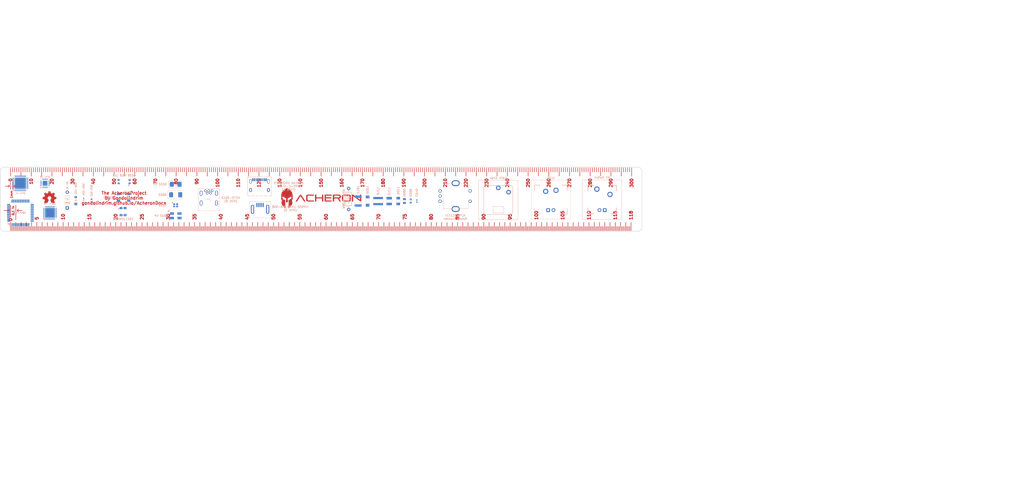
<source format=kicad_pcb>
(kicad_pcb (version 20171130) (host pcbnew 5.1.4)
  (title_block (title AcheronRuler) (date 2019-10-10) (rev Alpha) (comment 1 "Designed by Gondolindrim"))
  (layers (0 F.Cu signal) (31 B.Cu signal) (34 B.Paste user hide) (35 F.Paste user hide) (36 B.SilkS user) (37 F.SilkS user hide) (38 B.Mask user hide) (39 F.Mask user hide) (44 Edge.Cuts user))
  (net 0 "")
  (module acheron_Components:LED_RGB_SMD_6028_2.8x3.5mm_Round (layer B.Cu) (at 116.04025 118.153125)
    (fp_text reference "6028 RGB LED" (at 0 -3.048) (layer B.SilkS) (effects (font (thickness 0.2)) (justify mirror)))
    (fp_text value LED_RGB_SMD_6028_2.8x3.5mm_Round)
    (pad 3 smd custom (at -2.625 -0.8 180) (size 0.5 0.5) (layers B.Cu B.Paste B.Mask) (options (clearance outline) (anchor circle)) (primitives (gr_arc (start -2.482701 -0.792867) (end -0.65 0.38) (angle -21.7) (width 0.04)) (gr_line (start 0.525 -0.38) (end -0.345871 -0.382541) (width 0.04)) (gr_line (start 0.525 -0.38) (end 0.525 0.38) (width 0.04)) (gr_poly (pts (xy -0.325 -0.375) (xy 0.525 -0.375) (xy 0.525 0.375) (xy -0.625 0.375) (xy -0.425 -0.025)) (width 0.04)) (gr_line (start 0.525 0.38) (end -0.65 0.38) (width 0.04))))
    (pad 2 smd custom (at -2.625 0.8 180) (size 0.5 0.5) (layers B.Cu B.Paste B.Mask) (options (clearance outline) (anchor circle)) (primitives (gr_arc (start -2.482701 0.792867) (end -0.65 -0.38) (angle 21.7) (width 0.04)) (gr_line (start 0.525 0.38) (end -0.345871 0.382541) (width 0.04)) (gr_line (start 0.525 0.38) (end 0.525 -0.38) (width 0.04)) (gr_poly (pts (xy -0.325 0.375) (xy 0.525 0.375) (xy 0.525 -0.375) (xy -0.625 -0.375) (xy -0.425 0.025)) (width 0.04)) (gr_line (start 0.525 -0.38) (end -0.65 -0.38) (width 0.04))))
    (pad 1 smd custom (at 2.55 0.8) (size 0.5 0.5) (layers B.Cu B.Paste B.Mask) (options (clearance outline) (anchor circle)) (primitives (gr_poly (pts (xy -0.55 0.4) (xy -0.45 0.2) (xy -0.35 -0.025) (xy -0.3 -0.25) (xy -0.25 -0.4) (xy 0.175 -0.4) (xy 0.175 0.4)) (width 0.04)) (gr_line (start -0.575 0.399979) (end 0.2 0.4) (width 0.05)) (gr_arc (start -2.55 -0.8) (end -0.275001 -0.4) (angle 21.3) (width 0.05)) (gr_arc (start 0.2 0) (end 0.2 -0.4) (angle 180) (width 0.05)) (gr_circle (center 0.2 0) (end 0.4 0) (width 0.4)) (gr_line (start -0.275 -0.4) (end 0.2 -0.4) (width 0.05))))
    (pad 4 smd custom (at 2.625 -0.8) (size 0.5 0.5) (layers B.Cu B.Paste B.Mask) (options (clearance outline) (anchor circle)) (primitives (gr_arc (start -2.482701 0.792867) (end -0.65 -0.38) (angle 21.7) (width 0.04)) (gr_line (start 0.525 0.38) (end -0.345871 0.382541) (width 0.04)) (gr_line (start 0.525 0.38) (end 0.525 -0.38) (width 0.04)) (gr_poly (pts (xy -0.325 0.375) (xy 0.525 0.375) (xy 0.525 -0.375) (xy -0.625 -0.375) (xy -0.425 0.025)) (width 0.04)) (gr_line (start 0.525 -0.38) (end -0.65 -0.38) (width 0.04))))
    (pad "" np_thru_hole circle (at 0 0 180) (size 4.25 4.25) (drill 4.25) (layers *.Cu *.Mask))
  )
  (module acheron_Components:R_Axial_DIN0207_L6.3mm_D2.5mm_P10.16mm_Horizontal (layer B.Cu) (at 224.49825 126.535125 270)
    (fp_text reference "AXIAL 0.25W" (at 0 2.38125 90) (layer B.SilkS) (effects (font (size 1.016 1.016) (thickness 0.254)) (justify mirror)))
    (fp_text value 10k)
    (pad 1 thru_hole circle (at -5.08 0 270) (size 1.6 1.6) (drill 0.8) (layers *.Cu *.Mask))
    (pad 2 thru_hole oval (at 5.08 0 270) (size 1.6 1.6) (drill 0.8) (layers *.Cu *.Mask))
  )
  (module acheron_Components:LED_WS2812B_5.0x5.0mm_P3.2mm (layer B.Cu) (at 115.78625 125.773125)
    (fp_text reference WS2812 (at -6.858 0) (layer B.SilkS) (effects (font (thickness 0.2)) (justify mirror)))
    (fp_text value LED_WS2812B_5.0x5.0mm_P3.2mm)
    (pad 3 smd trapezoid (at 2.45 -1.6) (size 1.5 1) (layers B.Cu B.Paste B.Mask))
    (pad 4 smd trapezoid (at 2.45 1.6) (size 1.5 1) (layers B.Cu B.Paste B.Mask))
    (pad 2 smd trapezoid (at -2.45 -1.6) (size 1.5 1) (layers B.Cu B.Paste B.Mask))
    (pad 1 smd roundrect (at -2.45 1.6) (size 1.5 1) (layers B.Cu B.Paste B.Mask))
  )
  (module acheron_Components:E6C1209RGB (layer B.Cu) (at 115.53225 132.631125 270)
    (fp_text reference E6C1209RGB (at 3.556 0 180) (layer B.SilkS) (effects (font (thickness 0.2)) (justify mirror)))
    (fp_text value E6C1209RGB)
    (pad 4 smd custom (at 1.7508 -1 270) (size 1 1) (layers B.Cu B.Paste B.Mask) (options (clearance outline) (anchor circle)) (primitives (gr_poly (pts (xy 0.499014 -0.649951) (xy -0.078063 -0.649951) (xy -0.102261 -0.64995) (xy -0.126213 -0.649949) (xy -0.149899 -0.649948) (xy -0.173299 -0.649946) (xy -0.196392 -0.649944) (xy -0.219158 -0.649942) (xy -0.241578 -0.649938) (xy -0.26363 -0.649935) (xy -0.285296 -0.649931) (xy -0.306554 -0.649926) (xy -0.327384 -0.649921) (xy -0.347767 -0.649916) (xy -0.367682 -0.64991) (xy -0.387109 -0.649904) (xy -0.406027 -0.649898) (xy -0.424417 -0.649891) (xy -0.442259 -0.649884) (xy -0.459531 -0.649876) (xy -0.476215 -0.649869) (xy -0.492289 -0.64986) (xy -0.507734 -0.649852) (xy -0.52253 -0.649843) (xy -0.536656 -0.649834) (xy -0.550092 -0.649825) (xy -0.562818 -0.649815) (xy -0.574814 -0.649805) (xy -0.586059 -0.649795) (xy -0.596534 -0.649785) (xy -0.606218 -0.649774) (xy -0.615091 -0.649763) (xy -0.623133 -0.649752) (xy -0.630323 -0.649741) (xy -0.636642 -0.64973) (xy -0.64207 -0.649718) (xy -0.646586 -0.649706) (xy -0.650169 -0.649694) (xy -0.652801 -0.649682) (xy -0.65446 -0.64967) (xy -0.655126 -0.649658) (xy -0.655139 -0.649656) (xy -0.654935 -0.649117) (xy -0.654371 -0.647824) (xy -0.65352 -0.64594) (xy -0.652457 -0.643629) (xy -0.651774 -0.642163) (xy -0.638635 -0.612964) (xy -0.626355 -0.583423) (xy -0.614953 -0.553598) (xy -0.604445 -0.523546) (xy -0.594851 -0.493325) (xy -0.586188 -0.462992) (xy -0.578475 -0.432606) (xy -0.57173 -0.402225) (xy -0.56597 -0.371904) (xy -0.56496 -0.365984) (xy -0.563195 -0.355157) (xy -0.561588 -0.344691) (xy -0.560127 -0.334446) (xy -0.558794 -0.324284) (xy -0.557577 -0.314065) (xy -0.556459 -0.303651) (xy -0.555425 -0.292903) (xy -0.554461 -0.281681) (xy -0.553552 -0.269848) (xy -0.552682 -0.257263) (xy -0.551915 -0.245083) (xy -0.55188 -0.244253) (xy -0.551846 -0.242928) (xy -0.551813 -0.241092) (xy -0.551781 -0.238733) (xy -0.55175 -0.235836) (xy -0.551721 -0.232387) (xy -0.551692 -0.228372) (xy -0.551664 -0.223777) (xy -0.551637 -0.218588) (xy -0.551611 -0.212792) (xy -0.551585 -0.206373) (xy -0.551561 -0.199319) (xy -0.551537 -0.191614) (xy -0.551514 -0.183246) (xy -0.551492 -0.1742) (xy -0.551471 -0.164462) (xy -0.551451 -0.154018) (xy -0.551431 -0.142854) (xy -0.551412 -0.130956) (xy -0.551393 -0.11831) (xy -0.551375 -0.104903) (xy -0.551358 -0.090719) (xy -0.551342 -0.075746) (xy -0.551326 -0.059968) (xy -0.55131 -0.043373) (xy -0.551296 -0.025946) (xy -0.551281 -0.007673) (xy -0.551267 0.01146) (xy -0.551254 0.031467) (xy -0.551241 0.052362) (xy -0.551229 0.074158) (xy -0.551217 0.096871) (xy -0.551205 0.120514) (xy -0.551194 0.1451) (xy -0.551183 0.170644) (xy -0.551173 0.197161) (xy -0.551162 0.224663) (xy -0.551153 0.253165) (xy -0.551151 0.257446) (xy -0.550987 0.750069) (xy 0.499014 0.750069) (xy 0.499014 -0.649951)) (width 0.01))))
    (pad 2 smd custom (at 1.7508 1 270) (size 1 1) (layers B.Cu B.Paste B.Mask) (options (clearance outline) (anchor circle)) (primitives (gr_poly (pts (xy 0.499014 -0.750068) (xy -0.550986 -0.750068) (xy -0.551152 -0.257445) (xy -0.551162 -0.228887) (xy -0.551172 -0.20133) (xy -0.551182 -0.17476) (xy -0.551193 -0.149163) (xy -0.551204 -0.124524) (xy -0.551216 -0.10083) (xy -0.551227 -0.078065) (xy -0.55124 -0.056216) (xy -0.551252 -0.035267) (xy -0.551265 -0.015205) (xy -0.551279 0.003985) (xy -0.551293 0.022316) (xy -0.551308 0.039805) (xy -0.551323 0.056464) (xy -0.551339 0.072309) (xy -0.551355 0.087354) (xy -0.551372 0.101612) (xy -0.551389 0.1151) (xy -0.551407 0.12783) (xy -0.551426 0.139817) (xy -0.551446 0.151076) (xy -0.551466 0.16162) (xy -0.551487 0.171466) (xy -0.551508 0.180626) (xy -0.551531 0.189115) (xy -0.551554 0.196947) (xy -0.551578 0.204138) (xy -0.551603 0.210701) (xy -0.551629 0.21665) (xy -0.551656 0.222001) (xy -0.551683 0.226766) (xy -0.551712 0.230962) (xy -0.551741 0.234602) (xy -0.551772 0.2377) (xy -0.551803 0.240272) (xy -0.551836 0.242331) (xy -0.551869 0.243891) (xy -0.551904 0.244967) (xy -0.551922 0.245338) (xy -0.552129 0.248707) (xy -0.552391 0.252816) (xy -0.552691 0.257393) (xy -0.55301 0.262165) (xy -0.553331 0.26686) (xy -0.553566 0.270229) (xy -0.556313 0.301938) (xy -0.560073 0.333575) (xy -0.564843 0.365134) (xy -0.570622 0.396609) (xy -0.577408 0.427993) (xy -0.585199 0.459279) (xy -0.593995 0.490461) (xy -0.603792 0.521534) (xy -0.61459 0.552489) (xy -0.626387 0.583321) (xy -0.639182 0.614023) (xy -0.646975 0.631584) (xy -0.648499 0.63493) (xy -0.649975 0.638144) (xy -0.651322 0.641052) (xy -0.652458 0.64348) (xy -0.653305 0.645256) (xy -0.653632 0.64592) (xy -0.654406 0.647528) (xy -0.65495 0.6488) (xy -0.655139 0.649429) (xy -0.654705 0.649459) (xy -0.653397 0.649488) (xy -0.651214 0.649516) (xy -0.648149 0.649543) (xy -0.6442 0.649569) (xy -0.639362 0.649594) (xy -0.63363 0.649618) (xy -0.627001 0.649642) (xy -0.619471 0.649665) (xy -0.611035 0.649686) (xy -0.601689 0.649707) (xy -0.591429 0.649727) (xy -0.580251 0.649746) (xy -0.56815 0.649764) (xy -0.555123 0.649781) (xy -0.541165 0.649798) (xy -0.526273 0.649813) (xy -0.510441 0.649828) (xy -0.493666 0.649842) (xy -0.475944 0.649855) (xy -0.45727 0.649867) (xy -0.437641 0.649879) (xy -0.417051 0.649889) (xy -0.395498 0.649899) (xy -0.372977 0.649908) (xy -0.349483 0.649916) (xy -0.325012 0.649923) (xy -0.299561 0.649929) (xy -0.273125 0.649935) (xy -0.2457 0.64994) (xy -0.217282 0.649944) (xy -0.187866 0.649947) (xy -0.157449 0.649949) (xy -0.126026 0.649951) (xy 0.499014 0.649951) (xy 0.499014 -0.750068)) (width 0.01))))
    (pad 1 smd custom (at -1.7508 1 270) (size 1 1) (layers B.Cu B.Paste B.Mask) (options (clearance outline) (anchor circle)) (primitives (gr_poly (pts (xy 0.624913 0.648564) (xy 0.627843 0.64819) (xy 0.631116 0.647755) (xy 0.634585 0.647278) (xy 0.638102 0.646783) (xy 0.64152 0.64629) (xy 0.644692 0.645821) (xy 0.64747 0.645398) (xy 0.649707 0.645042) (xy 0.651255 0.644775) (xy 0.651967 0.644619) (xy 0.651993 0.644605) (xy 0.651836 0.644127) (xy 0.651311 0.642853) (xy 0.650474 0.640911) (xy 0.649381 0.638431) (xy 0.648086 0.635539) (xy 0.647105 0.63337) (xy 0.6337 0.602689) (xy 0.621299 0.571859) (xy 0.609902 0.54088) (xy 0.59951 0.509752) (xy 0.590122 0.478478) (xy 0.581739 0.447057) (xy 0.574361 0.415491) (xy 0.567988 0.383781) (xy 0.56262 0.351926) (xy 0.558258 0.319928) (xy 0.554902 0.287789) (xy 0.55405 0.277595) (xy 0.553901 0.275727) (xy 0.553757 0.273978) (xy 0.553619 0.272328) (xy 0.553486 0.270758) (xy 0.553358 0.269248) (xy 0.553235 0.267778) (xy 0.553117 0.266328) (xy 0.553004 0.264878) (xy 0.552896 0.26341) (xy 0.552792 0.261903) (xy 0.552693 0.260337) (xy 0.552598 0.258693) (xy 0.552507 0.25695) (xy 0.552421 0.25509) (xy 0.552339 0.253093) (xy 0.552261 0.250939) (xy 0.552186 0.248607) (xy 0.552116 0.246079) (xy 0.552049 0.243335) (xy 0.551985 0.240354) (xy 0.551925 0.237118) (xy 0.551869 0.233606) (xy 0.551815 0.229799) (xy 0.551765 0.225677) (xy 0.551718 0.22122) (xy 0.551673 0.216408) (xy 0.551632 0.211223) (xy 0.551593 0.205644) (xy 0.551556 0.199651) (xy 0.551523 0.193224) (xy 0.551491 0.186345) (xy 0.551462 0.178993) (xy 0.551435 0.171148) (xy 0.55141 0.162791) (xy 0.551387 0.153903) (xy 0.551366 0.144462) (xy 0.551346 0.13445) (xy 0.551328 0.123847) (xy 0.551312 0.112633) (xy 0.551297 0.100789) (xy 0.551283 0.088294) (xy 0.551271 0.075129) (xy 0.551259 0.061274) (xy 0.551249 0.04671) (xy 0.551239 0.031417) (xy 0.551231 0.015375) (xy 0.551222 -0.001436) (xy 0.551215 -0.019035) (xy 0.551208 -0.037443) (xy 0.551201 -0.056678) (xy 0.551194 -0.076761) (xy 0.551188 -0.097711) (xy 0.551181 -0.119548) (xy 0.551175 -0.142292) (xy 0.551168 -0.165962) (xy 0.551161 -0.190579) (xy 0.551153 -0.216161) (xy 0.551145 -0.242729) (xy 0.551141 -0.257445) (xy 0.550986 -0.750068) (xy 0.269948 -0.749966) (xy 0.253063 -0.74996) (xy 0.23642 -0.749953) (xy 0.220048 -0.749946) (xy 0.203975 -0.749939) (xy 0.188233 -0.749931) (xy 0.172849 -0.749923) (xy 0.157855 -0.749914) (xy 0.143278 -0.749906) (xy 0.129149 -0.749897) (xy 0.115496 -0.749888) (xy 0.102351 -0.749879) (xy 0.089741 -0.74987) (xy 0.077697 -0.749861) (xy 0.066248 -0.749851) (xy 0.055423 -0.749842) (xy 0.045252 -0.749832) (xy 0.035764 -0.749823) (xy 0.026989 -0.749813) (xy 0.018957 -0.749804) (xy 0.011696 -0.749794) (xy 0.005237 -0.749785) (xy -0.000392 -0.749776) (xy -0.005161 -0.749767) (xy -0.009039 -0.749758) (xy -0.011999 -0.749749) (xy -0.01401 -0.74974) (xy -0.015043 -0.749732) (xy -0.015154 -0.74973) (xy -0.037721 -0.748484) (xy -0.060112 -0.74625) (xy -0.0823 -0.743037) (xy -0.104255 -0.738858) (xy -0.125948 -0.733721) (xy -0.14735 -0.727638) (xy -0.168433 -0.72062) (xy -0.189168 -0.712676) (xy -0.209525 -0.703818) (xy -0.229476 -0.694056) (xy -0.248991 -0.683401) (xy -0.268043 -0.671862) (xy -0.286601 -0.659452) (xy -0.304638 -0.64618) (xy -0.310042 -0.641952) (xy -0.325958 -0.628761) (xy -0.341503 -0.614754) (xy -0.35651 -0.600091) (xy -0.370818 -0.58493) (xy -0.381456 -0.57278) (xy -0.395296 -0.555643) (xy -0.408377 -0.537868) (xy -0.42067 -0.519505) (xy -0.432147 -0.500608) (xy -0.442782 -0.481229) (xy -0.452545 -0.461418) (xy -0.46141 -0.441229) (xy -0.469349 -0.420714) (xy -0.476334 -0.399924) (xy -0.479906 -0.387872) (xy -0.483964 -0.372685) (xy -0.487483 -0.357755) (xy -0.4905 -0.342876) (xy -0.493051 -0.327839) (xy -0.49517 -0.312436) (xy -0.496893 -0.29646) (xy -0.498098 -0.281956) (xy -0.498155 -0.280648) (xy -0.49821 -0.278365) (xy -0.498262 -0.275148) (xy -0.498313 -0.271036) (xy -0.498361 -0.266071) (xy -0.498406 -0.260293) (xy -0.49845 -0.253743) (xy -0.49849 -0.246462) (xy -0.498529 -0.23849) (xy -0.498565 -0.229868) (xy -0.498599 -0.220637) (xy -0.498631 -0.210837) (xy -0.49866 -0.200509) (xy -0.498687 -0.189693) (xy -0.498711 -0.17843) (xy -0.498734 -0.166762) (xy -0.498753 -0.154728) (xy -0.498771 -0.142369) (xy -0.498786 -0.129726) (xy -0.498799 -0.116839) (xy -0.49881 -0.103749) (xy -0.498818 -0.090498) (xy -0.498823 -0.077124) (xy -0.498827 -0.06367) (xy -0.498828 -0.050176) (xy -0.498827 -0.036682) (xy -0.498823 -0.023229) (xy -0.498818 -0.009857) (xy -0.498809 0.003391) (xy -0.498799 0.016477) (xy -0.498786 0.029359) (xy -0.498771 0.041997) (xy -0.498753 0.05435) (xy -0.498733 0.066377) (xy -0.498711 0.078038) (xy -0.498686 0.089292) (xy -0.498659 0.100098) (xy -0.49863 0.110416) (xy -0.498599 0.120205) (xy -0.498565 0.129424) (xy -0.498528 0.138034) (xy -0.49849 0.145992) (xy -0.498449 0.153259) (xy -0.498405 0.159793) (xy -0.49836 0.165555) (xy -0.498312 0.170503) (xy -0.498261 0.174597) (xy -0.498209 0.177796) (xy -0.498154 0.18006) (xy -0.498098 0.181331) (xy -0.496083 0.203532) (xy -0.493292 0.225126) (xy -0.489708 0.24618) (xy -0.485311 0.266763) (xy -0.480083 0.286946) (xy -0.474006 0.306796) (xy -0.467062 0.326384) (xy -0.459232 0.345777) (xy -0.450498 0.365045) (xy -0.447699 0.370811) (xy -0.439067 0.38762) (xy -0.43011 0.403634) (xy -0.420701 0.419053) (xy -0.410711 0.434081) (xy -0.400013 0.448918) (xy -0.389083 0.463011) (xy -0.377599 0.476766) (xy -0.365288 0.490427) (xy -0.352338 0.50381) (xy -0.338931 0.516728) (xy -0.325256 0.528998) (xy -0.312074 0.539971) (xy -0.294044 0.553757) (xy -0.275524 0.566658) (xy -0.256536 0.578663) (xy -0.2371 0.589765) (xy -0.217238 0.599955) (xy -0.196969 0.609225) (xy -0.176315 0.617566) (xy -0.155296 0.624971) (xy -0.133934 0.63143) (xy -0.112248 0.636936) (xy -0.09026 0.641479) (xy -0.067991 0.645052) (xy -0.045634 0.64763) (xy -0.044152 0.647769) (xy -0.042741 0.647902) (xy -0.041376 0.648028) (xy -0.040033 0.648148) (xy -0.038687 0.648263) (xy -0.037312 0.648371) (xy -0.035884 0.648474) (xy -0.034379 0.648572) (xy -0.032771 0.648664) (xy -0.031036 0.648751) (xy -0.029148 0.648833) (xy -0.027084 0.64891) (xy -0.024818 0.648982) (xy -0.022325 0.64905) (xy -0.019581 0.649113) (xy -0.01656 0.649173) (xy -0.013239 0.649228) (xy -0.009592 0.649279) (xy -0.005594 0.649326) (xy -0.001221 0.649369) (xy 0.003553 0.649409) (xy 0.008751 0.649446) (xy 0.014399 0.649479) (xy 0.020522 0.64951) (xy 0.027144 0.649537) (xy 0.034291 0.649562) (xy 0.041986 0.649583) (xy 0.050256 0.649603) (xy 0.059124 0.64962) (xy 0.068615 0.649635) (xy 0.078755 0.649648) (xy 0.089568 0.649659) (xy 0.101079 0.649668) (xy 0.113312 0.649676) (xy 0.126293 0.649682) (xy 0.140046 0.649687) (xy 0.154596 0.649691) (xy 0.169968 0.649694) (xy 0.186187 0.649695) (xy 0.203277 0.649697) (xy 0.221264 0.649697) (xy 0.240171 0.649698) (xy 0.615769 0.649698) (xy 0.624913 0.648564)) (width 0.01))))
    (pad 3 smd custom (at -1.7508 -1 270) (size 1 1) (layers B.Cu B.Paste B.Mask) (options (clearance outline) (anchor circle)) (primitives (gr_poly (pts (xy 0.551157 0.256938) (xy 0.551167 0.227928) (xy 0.551178 0.199921) (xy 0.551189 0.172905) (xy 0.551201 0.146867) (xy 0.551213 0.121796) (xy 0.551225 0.097677) (xy 0.551238 0.0745) (xy 0.551251 0.052251) (xy 0.551265 0.030918) (xy 0.551279 0.010488) (xy 0.551294 -0.009051) (xy 0.551309 -0.027712) (xy 0.551325 -0.045507) (xy 0.551341 -0.062448) (xy 0.551358 -0.078549) (xy 0.551375 -0.093822) (xy 0.551393 -0.108279) (xy 0.551412 -0.121933) (xy 0.551431 -0.134796) (xy 0.551452 -0.14688) (xy 0.551472 -0.1582) (xy 0.551494 -0.168766) (xy 0.551516 -0.178591) (xy 0.551539 -0.187688) (xy 0.551563 -0.19607) (xy 0.551587 -0.203748) (xy 0.551613 -0.210736) (xy 0.551639 -0.217046) (xy 0.551666 -0.222691) (xy 0.551694 -0.227682) (xy 0.551722 -0.232033) (xy 0.551752 -0.235756) (xy 0.551782 -0.238863) (xy 0.551814 -0.241368) (xy 0.551846 -0.243282) (xy 0.55188 -0.244618) (xy 0.551911 -0.245337) (xy 0.552156 -0.249199) (xy 0.552433 -0.253578) (xy 0.552714 -0.258018) (xy 0.552969 -0.262066) (xy 0.553051 -0.26337) (xy 0.555494 -0.2943) (xy 0.55894 -0.325292) (xy 0.563378 -0.356309) (xy 0.568799 -0.387316) (xy 0.575194 -0.418277) (xy 0.582553 -0.449155) (xy 0.590867 -0.479915) (xy 0.600127 -0.51052) (xy 0.610322 -0.540934) (xy 0.621445 -0.571121) (xy 0.633485 -0.601046) (xy 0.646433 -0.630671) (xy 0.651281 -0.641183) (xy 0.652519 -0.643845) (xy 0.653592 -0.646178) (xy 0.654432 -0.648032) (xy 0.654969 -0.649255) (xy 0.655138 -0.649692) (xy 0.654634 -0.649703) (xy 0.653133 -0.649714) (xy 0.650657 -0.649724) (xy 0.647226 -0.649735) (xy 0.642859 -0.649745) (xy 0.637577 -0.649755) (xy 0.6314 -0.649765) (xy 0.624349 -0.649775) (xy 0.616443 -0.649785) (xy 0.607702 -0.649794) (xy 0.598148 -0.649804) (xy 0.587799 -0.649813) (xy 0.576677 -0.649822) (xy 0.564801 -0.64983) (xy 0.552191 -0.649839) (xy 0.538868 -0.649847) (xy 0.524852 -0.649855) (xy 0.510163 -0.649863) (xy 0.494821 -0.64987) (xy 0.478847 -0.649878) (xy 0.46226 -0.649885) (xy 0.445081 -0.649891) (xy 0.42733 -0.649897) (xy 0.409027 -0.649903) (xy 0.390192 -0.649909) (xy 0.370846 -0.649915) (xy 0.351009 -0.64992) (xy 0.3307 -0.649924) (xy 0.30994 -0.649929) (xy 0.28875 -0.649933) (xy 0.267149 -0.649936) (xy 0.245157 -0.649939) (xy 0.222795 -0.649942) (xy 0.200083 -0.649945) (xy 0.177042 -0.649947) (xy 0.15369 -0.649948) (xy 0.130049 -0.649949) (xy 0.106138 -0.64995) (xy 0.081979 -0.64995) (xy 0.078062 -0.649951) (xy -0.499014 -0.649951) (xy -0.499014 0.750069) (xy 0.550985 0.750069) (xy 0.551157 0.256938)) (width 0.01))))
    (pad "" np_thru_hole oval (at 0 0 270) (size 2.1 4.5) (drill oval 2.1 4.5) (layers *.Cu *.Mask))
  )
  (module Resistor_SMD:R_1812_4532Metric (layer B.Cu) (at 229.07025 127.551125 270)
    (fp_text reference 1812 (at -5.588 0 90) (layer B.SilkS) (effects (font (thickness 0.2)) (justify mirror)))
    (fp_text value R_1812_4532Metric)
    (pad 2 smd roundrect (at 2.1375 0 270) (size 1.125 3.4) (layers B.Cu B.Paste B.Mask) (roundrect_rratio 0.222222))
    (pad 1 smd roundrect (at -2.1375 0 270) (size 1.125 3.4) (layers B.Cu B.Paste B.Mask) (roundrect_rratio 0.222222))
  )
  (module Resistor_SMD:R_1806_4516Metric (layer B.Cu) (at 233.64225 127.551125 270)
    (fp_text reference 1806 (at -5.334 0 270) (layer B.SilkS) (effects (font (thickness 0.2)) (justify mirror)))
    (fp_text value R_1806_4516Metric)
    (pad 2 smd roundrect (at 2 0 270) (size 1.4 1.8) (layers B.Cu B.Paste B.Mask) (roundrect_rratio 0.178571))
    (pad 1 smd roundrect (at -2 0 270) (size 1.4 1.8) (layers B.Cu B.Paste B.Mask) (roundrect_rratio 0.178571))
  )
  (module Resistor_SMD:R_1218_3246Metric (layer B.Cu) (at 238.72225 127.551125 270)
    (fp_text reference 1218 (at -4.826 0 90) (layer B.SilkS) (effects (font (thickness 0.2)) (justify mirror)))
    (fp_text value R_1218_3246Metric)
    (pad 2 smd roundrect (at 1.475 0 270) (size 1.05 4.75) (layers B.Cu B.Paste B.Mask) (roundrect_rratio 0.238095))
    (pad 1 smd roundrect (at -1.475 0 270) (size 1.05 4.75) (layers B.Cu B.Paste B.Mask) (roundrect_rratio 0.238095))
  )
  (module Resistor_SMD:R_1210_3225Metric (layer B.Cu) (at 244.05625 127.551125 90)
    (fp_text reference 1210 (at 4.826 0 90) (layer B.SilkS) (effects (font (thickness 0.2)) (justify mirror)))
    (fp_text value R_1210_3225Metric)
    (pad 2 smd roundrect (at 1.4 0 90) (size 1.25 2.65) (layers B.Cu B.Paste B.Mask) (roundrect_rratio 0.2))
    (pad 1 smd roundrect (at -1.4 0 90) (size 1.25 2.65) (layers B.Cu B.Paste B.Mask) (roundrect_rratio 0.2))
  )
  (module Symbol:OSHW-Symbol_6.7x6mm_Copper (layer F.Cu) (at 79.97225 125.773125)
    (fp_text reference REF** hide)
    (fp_text value OSHW-Symbol_6.7x6mm_Copper hide)
    (fp_poly (pts (xy 0.555814 -2.531069) (xy 0.639635 -2.086445) (xy 0.94892 -1.958947) (xy 1.258206 -1.831449) (xy 1.629246 -2.083754) (xy 1.733157 -2.154004) (xy 1.827087 -2.216728) (xy 1.906652 -2.269062) (xy 1.96747 -2.308143) (xy 2.005157 -2.331107) (xy 2.015421 -2.336058) (xy 2.03391 -2.323324) (xy 2.07342 -2.288118) (xy 2.129522 -2.234938) (xy 2.197787 -2.168282) (xy 2.273786 -2.092646) (xy 2.353092 -2.012528) (xy 2.431275 -1.932426) (xy 2.503907 -1.856836) (xy 2.566559 -1.790255) (xy 2.614803 -1.737182) (xy 2.64421 -1.702113) (xy 2.651241 -1.690377) (xy 2.641123 -1.66874) (xy 2.612759 -1.621338) (xy 2.569129 -1.552807) (xy 2.513218 -1.467785) (xy 2.448006 -1.370907) (xy 2.410219 -1.31565) (xy 2.341343 -1.214752) (xy 2.28014 -1.123701) (xy 2.229578 -1.04703) (xy 2.192628 -0.989272) (xy 2.172258 -0.954957) (xy 2.169197 -0.947746) (xy 2.176136 -0.927252) (xy 2.195051 -0.879487) (xy 2.223087 -0.811168) (xy 2.257391 -0.729011) (xy 2.295109 -0.63973) (xy 2.333387 -0.550042) (xy 2.36937 -0.466662) (xy 2.400206 -0.396306) (xy 2.423039 -0.34569) (xy 2.435017 -0.321529) (xy 2.435724 -0.320578) (xy 2.454531 -0.315964) (xy 2.504618 -0.305672) (xy 2.580793 -0.290713) (xy 2.677865 -0.272099) (xy 2.790643 -0.250841) (xy 2.856442 -0.238582) (xy 2.97695 -0.215638) (xy 3.085797 -0.193805) (xy 3.177476 -0.174278) (xy 3.246481 -0.158252) (xy 3.287304 -0.146921) (xy 3.295511 -0.143326) (xy 3.303548 -0.118994) (xy 3.310033 -0.064041) (xy 3.31497 0.015108) (xy 3.318364 0.112026) (xy 3.320218 0.220287) (xy 3.320538 0.333465) (xy 3.319327 0.445135) (xy 3.31659 0.548868) (xy 3.312331 0.638241) (xy 3.306555 0.706826) (xy 3.299267 0.748197) (xy 3.294895 0.75681) (xy 3.268764 0.767133) (xy 3.213393 0.781892) (xy 3.136107 0.799352) (xy 3.04423 0.81778) (xy 3.012158 0.823741) (xy 2.857524 0.852066) (xy 2.735375 0.874876) (xy 2.641673 0.89308) (xy 2.572384 0.907583) (xy 2.523471 0.919292) (xy 2.490897 0.929115) (xy 2.470628 0.937956) (xy 2.458626 0.946724) (xy 2.456947 0.948457) (xy 2.440184 0.976371) (xy 2.414614 1.030695) (xy 2.382788 1.104777) (xy 2.34726 1.191965) (xy 2.310583 1.285608) (xy 2.275311 1.379052) (xy 2.243996 1.465647) (xy 2.219193 1.53874) (xy 2.203454 1.591678) (xy 2.199332 1.617811) (xy 2.199676 1.618726) (xy 2.213641 1.640086) (xy 2.245322 1.687084) (xy 2.291391 1.754827) (xy 2.348518 1.838423) (xy 2.413373 1.932982) (xy 2.431843 1.959854) (xy 2.497699 2.057275) (xy 2.55565 2.146163) (xy 2.602538 2.221412) (xy 2.635207 2.27792) (xy 2.6505 2.310581) (xy 2.651241 2.314593) (xy 2.638392 2.335684) (xy 2.602888 2.377464) (xy 2.549293 2.435445) (xy 2.482171 2.505135) (xy 2.406087 2.582045) (xy 2.325604 2.661683) (xy 2.245287 2.739561) (xy 2.169699 2.811186) (xy 2.103405 2.87207) (xy 2.050969 2.917721) (xy 2.016955 2.94365) (xy 2.007545 2.947883) (xy 1.985643 2.937912) (xy 1.9408 2.91102) (xy 1.880321 2.871736) (xy 1.833789 2.840117) (xy 1.749475 2.782098) (xy 1.649626 2.713784) (xy 1.549473 2.645579) (xy 1.495627 2.609075) (xy 1.313371 2.4858) (xy 1.160381 2.56852) (xy 1.090682 2.604759) (xy 1.031414 2.632926) (xy 0.991311 2.648991) (xy 0.981103 2.651226) (xy 0.968829 2.634722) (xy 0.944613 2.588082) (xy 0.910263 2.515609) (xy 0.867588 2.421606) (xy 0.818394 2.310374) (xy 0.76449 2.186215) (xy 0.707684 2.053432) (xy 0.649782 1.916327) (xy 0.592593 1.779202) (xy 0.537924 1.646358) (xy 0.487584 1.522098) (xy 0.44338 1.410725) (xy 0.407119 1.316539) (xy 0.380609 1.243844) (xy 0.365658 1.196941) (xy 0.363254 1.180833) (xy 0.382311 1.160286) (xy 0.424036 1.126933) (xy 0.479706 1.087702) (xy 0.484378 1.084599) (xy 0.628264 0.969423) (xy 0.744283 0.835053) (xy 0.83143 0.685784) (xy 0.888699 0.525913) (xy 0.915086 0.359737) (xy 0.909585 0.191552) (xy 0.87119 0.025655) (xy 0.798895 -0.133658) (xy 0.777626 -0.168513) (xy 0.666996 -0.309263) (xy 0.536302 -0.422286) (xy 0.390064 -0.506997) (xy 0.232808 -0.562806) (xy 0.069057 -0.589126) (xy -0.096667 -0.58537) (xy -0.259838 -0.55095) (xy -0.415935 -0.485277) (xy -0.560433 -0.387765) (xy -0.605131 -0.348187) (xy -0.718888 -0.224297) (xy -0.801782 -0.093876) (xy -0.858644 0.052315) (xy -0.890313 0.197088) (xy -0.898131 0.35986) (xy -0.872062 0.52344) (xy -0.814755 0.682298) (xy -0.728856 0.830906) (xy -0.617014 0.963735) (xy -0.481877 1.075256) (xy -0.464117 1.087011) (xy -0.40785 1.125508) (xy -0.365077 1.158863) (xy -0.344628 1.18016) (xy -0.344331 1.180833) (xy -0.348721 1.203871) (xy -0.366124 1.256157) (xy -0.394732 1.33339) (xy -0.432735 1.431268) (xy -0.478326 1.545491) (xy -0.529697 1.671758) (xy -0.585038 1.805767) (xy -0.642542 1.943218) (xy -0.700399 2.079808) (xy -0.756802 2.211237) (xy -0.809942 2.333205) (xy -0.85801 2.441409) (xy -0.899199 2.531549) (xy -0.931699 2.599323) (xy -0.953703 2.64043) (xy -0.962564 2.651226) (xy -0.98964 2.642819) (xy -1.040303 2.620272) (xy -1.105817 2.587613) (xy -1.141841 2.56852) (xy -1.294832 2.4858) (xy -1.477088 2.609075) (xy -1.570125 2.672228) (xy -1.671985 2.741727) (xy -1.767438 2.807165) (xy -1.81525 2.840117) (xy -1.882495 2.885273) (xy -1.939436 2.921057) (xy -1.978646 2.942938) (xy -1.991381 2.947563) (xy -2.009917 2.935085) (xy -2.050941 2.900252) (xy -2.110475 2.846678) (xy -2.184542 2.777983) (xy -2.269165 2.697781) (xy -2.322685 2.646286) (xy -2.416319 2.554286) (xy -2.497241 2.471999) (xy -2.562177 2.402945) (xy -2.607858 2.350644) (xy -2.631011 2.318616) (xy -2.633232 2.312116) (xy -2.622924 2.287394) (xy -2.594439 2.237405) (xy -2.550937 2.167212) (xy -2.495577 2.081875) (xy -2.43152 1.986456) (xy -2.413303 1.959854) (xy -2.346927 1.863167) (xy -2.287378 1.776117) (xy -2.237984 1.703595) (xy -2.202075 1.650493) (xy -2.182981 1.621703) (xy -2.181136 1.618726) (xy -2.183895 1.595782) (xy -2.198538 1.545336) (xy -2.222513 1.474041) (xy -2.253266 1.388547) (xy -2.288244 1.295507) (xy -2.324893 1.201574) (xy -2.360661 1.113399) (xy -2.392994 1.037634) (xy -2.419338 0.980931) (xy -2.437142 0.949943) (xy -2.438407 0.948457) (xy -2.449294 0.939601) (xy -2.467682 0.930843) (xy -2.497606 0.921277) (xy -2.543103 0.909996) (xy -2.608209 0.896093) (xy -2.696961 0.878663) (xy -2.813393 0.856798) (xy -2.961542 0.829591) (xy -2.993618 0.823741) (xy -3.088686 0.805374) (xy -3.171565 0.787405) (xy -3.23493 0.771569) (xy -3.271458 0.7596) (xy -3.276356 0.75681) (xy -3.284427 0.732072) (xy -3.290987 0.67679) (xy -3.296033 0.597389) (xy -3.299559 0.500296) (xy -3.301561 0.391938) (xy -3.302036 0.27874) (xy -3.300977 0.167128) (xy -3.298382 0.063529) (xy -3.294246 -0.025632) (xy -3.288563 -0.093928) (xy -3.281331 -0.134934) (xy -3.276971 -0.143326) (xy -3.252698 -0.151792) (xy -3.197426 -0.165565) (xy -3.116662 -0.18345) (xy -3.015912 -0.204252) (xy -2.900683 -0.226777) (xy -2.837902 -0.238582) (xy -2.718787 -0.260849) (xy -2.612565 -0.281021) (xy -2.524427 -0.298085) (xy -2.459566 -0.311031) (xy -2.423174 -0.318845) (xy -2.417184 -0.320578) (xy -2.407061 -0.34011) (xy -2.385662 -0.387157) (xy -2.355839 -0.454997) (xy -2.320445 -0.536909) (xy -2.282332 -0.626172) (xy -2.244353 -0.716065) (xy -2.20936 -0.799865) (xy -2.180206 -0.870853) (xy -2.159743 -0.922306) (xy -2.150823 -0.947503) (xy -2.150657 -0.948604) (xy -2.160769 -0.968481) (xy -2.189117 -1.014223) (xy -2.232723 -1.081283) (xy -2.288606 -1.165116) (xy -2.353787 -1.261174) (xy -2.391679 -1.31635) (xy -2.460725 -1.417519) (xy -2.52205 -1.50937) (xy -2.572663 -1.587256) (xy -2.609571 -1.646531) (xy -2.629782 -1.682549) (xy -2.632701 -1.690623) (xy -2.620153 -1.709416) (xy -2.585463 -1.749543) (xy -2.533063 -1.806507) (xy -2.467384 -1.875815) (xy -2.392856 -1.952969) (xy -2.313913 -2.033475) (xy -2.234983 -2.112837) (xy -2.1605 -2.18656) (xy -2.094894 -2.250148) (xy -2.042596 -2.299106) (xy -2.008039 -2.328939) (xy -1.996478 -2.336058) (xy -1.977654 -2.326047) (xy -1.932631 -2.297922) (xy -1.865787 -2.254546) (xy -1.781499 -2.198782) (xy -1.684144 -2.133494) (xy -1.610707 -2.083754) (xy -1.239667 -1.831449) (xy -0.621095 -2.086445) (xy -0.537275 -2.531069) (xy -0.453454 -2.975693) (xy 0.471994 -2.975693) (xy 0.555814 -2.531069)) (layer F.Cu) (width 0.01))
  )
  (module acheron_Components:D_DO-35_SOD27_P7.62mm (layer B.Cu) (at 88.60825 127.043125 90)
    (fp_text reference DO-35 (at 7.112 0 90) (layer B.SilkS) (effects (font (size 0.762 0.762) (thickness 0.1524)) (justify mirror)))
    (fp_text value D_DO-35_SOD27_P7.62mm)
    (pad 2 thru_hole oval (at 3.81 0 90) (size 1.6 1.6) (drill 0.8) (layers *.Cu *.Mask))
    (pad 1 thru_hole roundrect (at -3.81 0 90) (size 1.6 1.6) (drill 0.8) (layers *.Cu *.Mask) (roundrect_rratio 0.15))
  )
  (module acheron_Connectors:USB_MiniB_XM7D-0512 (layer B.Cu) (at 156.93425 123.741125 180)
    (fp_text reference J** (at 0 -3.18 180) (layer B.SilkS) (effects (justify mirror)))
    (fp_text value USB_MiniB_XM7D-0512)
    (pad 6 thru_hole oval (at -3.7 -4.75 180) (size 1.3 2.4) (drill oval 0.8 1.9) (layers *.Cu *.Mask))
    (pad 6 thru_hole oval (at 3.7 -4.75 180) (size 1.3 2.4) (drill oval 0.8 1.9) (layers *.Cu *.Mask))
    (pad 6 thru_hole oval (at -3.7 0 180) (size 1.3 2.4) (drill oval 0.8 1.9) (layers *.Cu *.Mask))
    (pad 6 thru_hole oval (at 3.7 0 180) (size 1.3 2.4) (drill oval 0.8 1.9) (layers *.Cu *.Mask))
    (pad 4 thru_hole circle (at 0.8 0 180) (size 1.2 1.2) (drill 0.7) (layers *.Cu *.Mask))
    (pad 2 thru_hole circle (at -0.8 0 180) (size 1.2 1.2) (drill 0.7) (layers *.Cu *.Mask))
    (pad 1 thru_hole circle (at -1.6 1.2 180) (size 1.2 1.2) (drill 0.7) (layers *.Cu *.Mask))
    (pad 5 thru_hole circle (at 1.6 1.2 180) (size 1.2 1.2) (drill 0.7) (layers *.Cu *.Mask))
    (pad 3 thru_hole circle (at 0 1.2 180) (size 1.2 1.2) (drill 0.7) (layers *.Cu *.Mask))
  )
  (module acheron_Connectors:USB_MiniB_Hirose_UX60-MB-5S8 (layer B.Cu) (at 181.69925 128.440125 180)
    (fp_text reference J** hide)
    (fp_text value USB_MiniB_Hirose_UX60-MB-5S8)
    (pad 6 thru_hole oval (at -3.65 -3.1 180) (size 1.5 4.4) (drill oval 0.7 3.6) (layers *.Cu *.Mask))
    (pad 6 thru_hole oval (at 3.65 -3.1 180) (size 1.5 4.4) (drill oval 0.7 3.6) (layers *.Cu *.Mask))
    (pad 1 smd rect (at -1.6 -1 180) (size 0.5 2) (layers B.Cu B.Paste B.Mask))
    (pad 2 smd rect (at -0.8 -1 180) (size 0.5 2) (layers B.Cu B.Paste B.Mask))
    (pad 5 smd rect (at 1.6 -1 180) (size 0.5 2) (layers B.Cu B.Paste B.Mask))
    (pad 4 smd rect (at 0.8 -1 180) (size 0.5 2) (layers B.Cu B.Paste B.Mask))
    (pad 3 smd rect (at 0 -1 180) (size 0.5 2) (layers B.Cu B.Paste B.Mask))
  )
  (module acheron_Connectors:TYPE-C-31-M-12 (layer B.Cu) (at 181.44525 116.502125 180)
    (fp_text reference J1 hide)
    (fp_text value TYPE-C-31-M12_13)
    (pad S thru_hole oval (at 4.3 -1.5 180) (size 1.016 2.159) (drill oval 0.6 1.7) (layers *.Cu *.Mask))
    (pad S thru_hole oval (at 4.3 -5.7 180) (size 1.3 1.9) (drill oval 0.6 1.2) (layers *.Cu *.Mask))
    (pad "" np_thru_hole circle (at 2.89 -2.051 180) (size 0.65 0.65) (drill 0.65) (layers *.Cu *.Mask))
    (pad "" np_thru_hole circle (at -2.89 -2.051 180) (size 0.65 0.65) (drill 0.65) (layers *.Cu *.Mask))
    (pad S thru_hole oval (at -4.3 -5.7 180) (size 1.3 1.9) (drill oval 0.6 1.2) (layers *.Cu *.Mask))
    (pad A1 smd roundrect (at -3.25 -1.275 180) (size 0.6 1.45) (drill (offset 0 0.55)) (layers B.Cu B.Paste B.Mask))
    (pad B8 smd roundrect (at -1.75 -1.275 180) (size 0.3 1.45) (drill (offset 0 0.55)) (layers B.Cu B.Paste B.Mask))
    (pad A5 smd roundrect (at -1.25 -1.275 180) (size 0.3 1.45) (drill (offset 0 0.55)) (layers B.Cu B.Paste B.Mask))
    (pad B7 smd roundrect (at -0.75 -1.275 180) (size 0.3 1.45) (drill (offset 0 0.55)) (layers B.Cu B.Paste B.Mask))
    (pad A6 smd roundrect (at -0.254 -1.275 180) (size 0.3 1.45) (drill (offset 0 0.55)) (layers B.Cu B.Paste B.Mask))
    (pad B5 smd roundrect (at 1.75 -1.275 180) (size 0.3 1.45) (drill (offset 0 0.55)) (layers B.Cu B.Paste B.Mask))
    (pad A8 smd roundrect (at 1.25 -1.275 180) (size 0.3 1.45) (drill (offset 0 0.55)) (layers B.Cu B.Paste B.Mask))
    (pad B6 smd roundrect (at 0.75 -1.275 180) (size 0.3 1.45) (drill (offset 0 0.55)) (layers B.Cu B.Paste B.Mask))
    (pad A7 smd roundrect (at 0.25 -1.275 180) (size 0.3 1.45) (drill (offset 0 0.55)) (layers B.Cu B.Paste B.Mask))
    (pad S thru_hole oval (at -4.3 -1.5 180) (size 1.016 2.159) (drill oval 0.6 1.7) (layers *.Cu *.Mask))
    (pad A4 smd roundrect (at -2.45 -1.275 180) (size 0.6 1.45) (drill (offset 0 0.55)) (layers B.Cu B.Paste B.Mask))
    (pad B1 smd roundrect (at 3.25 -1.275 180) (size 0.6 1.45) (drill (offset 0 0.55)) (layers B.Cu B.Paste B.Mask))
    (pad B4 smd roundrect (at 2.45 -1.275 180) (size 0.6 1.45) (drill (offset 0 0.55)) (layers B.Cu B.Paste B.Mask))
  )
  (module Diode_SMD:D_SOD-523 (layer B.Cu) (at 100.29225 127.297125 90)
    (fp_text reference SOD-523 (at 4.826 0 270) (layer B.SilkS) (effects (font (size 0.8 0.8) (thickness 0.2)) (justify mirror)))
    (fp_text value D_SOD-523)
    (pad 1 smd roundrect (at -0.7 0 270) (size 0.6 0.7) (layers B.Cu B.Paste B.Mask))
    (pad 2 smd rect (at 0.7 0 270) (size 0.6 0.7) (layers B.Cu B.Paste B.Mask))
  )
  (module Crystal:Crystal_SMD_0603-2Pin_6.0x3.5mm (layer B.Cu) (at 140.93225 124.503125)
    (fp_text reference 0603 (at -6.35 0) (layer B.SilkS) (effects (font (thickness 0.2)) (justify mirror)))
    (fp_text value Crystal_SMD_0603-2Pin_6.0x3.5mm)
    (pad 2 smd rect (at 2.2 0) (size 1.9 2.5) (layers B.Cu B.Paste B.Mask))
    (pad 1 smd roundrect (at -2.2 0) (size 1.9 2.5) (layers B.Cu B.Paste B.Mask))
  )
  (module acheron_Components:Crystal_SMD_5032-2Pin_5.0x3.2mm (layer B.Cu) (at 140.93225 119.423125)
    (fp_text reference "5032 2P" (at -7.62 0) (layer B.SilkS) (effects (font (thickness 0.2)) (justify mirror)))
    (fp_text value Crystal_SMD_5032-2Pin_5.0x3.2mm)
    (pad 1 smd roundrect (at -1.85 0) (size 2 2.4) (layers B.Cu B.Paste B.Mask))
    (pad 2 smd rect (at 1.85 0) (size 2 2.4) (layers B.Cu B.Paste B.Mask))
  )
  (module acheron_Components:Crystal_SMD_5032-4Pin_5.0x3.2mm (layer B.Cu) (at 140.93225 134.663125)
    (fp_text reference "5032 4P" (at -6.985 0) (layer B.SilkS) (effects (font (thickness 0.2)) (justify mirror)))
    (fp_text value Crystal_SMD_5032-4Pin_5.0x3.2mm)
    (pad 4 smd roundrect (at -1.85 1.1) (size 2 1.2) (layers B.Cu B.Paste B.Mask) (roundrect_rratio 0.05))
    (pad 3 smd roundrect (at 1.85 1.1) (size 2 1.2) (layers B.Cu B.Paste B.Mask) (roundrect_rratio 0.05))
    (pad 2 smd roundrect (at 1.85 -1.1) (size 2 1.2) (layers B.Cu B.Paste B.Mask) (roundrect_rratio 0.05))
    (pad 1 smd roundrect (at -1.85 -1.1) (size 2 1.2) (layers B.Cu B.Paste B.Mask))
  )
  (module acheron_Components:Crystal_SMD_2016-4Pin_2.0x1.6mm (layer B.Cu) (at 140.93225 129.583125)
    (fp_text reference 2016 (at -6.35 0 -180) (layer B.SilkS) (effects (font (thickness 0.2)) (justify mirror)))
    (fp_text value 16MHz)
    (pad 1 smd roundrect (at -0.7 -0.55) (size 0.9 0.8) (layers B.Cu B.Paste B.Mask))
    (pad 2 smd rect (at 0.7 -0.55) (size 0.9 0.8) (layers B.Cu B.Paste B.Mask))
    (pad 3 smd rect (at 0.7 0.55) (size 0.9 0.8) (layers B.Cu B.Paste B.Mask))
    (pad 4 smd rect (at -0.7 0.55) (size 0.9 0.8) (layers B.Cu B.Paste B.Mask))
  )
  (module Diode_SMD:D_SOD-323 (layer B.Cu) (at 96.48225 127.297125 90)
    (fp_text reference SOD-323 (at 5.461 0 90) (layer B.SilkS) (effects (font (size 0.8 0.8) (thickness 0.2)) (justify mirror)))
    (fp_text value D_SOD-323)
    (pad 2 smd rect (at 1.05 0 90) (size 0.6 0.45) (layers B.Cu B.Paste B.Mask))
    (pad 1 smd roundrect (at -1.05 0 90) (size 0.6 0.45) (layers B.Cu B.Paste B.Mask))
  )
  (module acheron_Components:D_SOD-123 (layer B.Cu) (at 92.67225 127.297125 90)
    (fp_text reference SOD-123 (at 5.969 0 90) (layer B.SilkS) (effects (font (size 0.8 0.8) (thickness 0.2)) (justify mirror)))
    (fp_text value D_SOD-123)
    (pad 2 smd roundrect (at 1.65 0 90) (size 1 1.2) (layers B.Cu B.Paste B.Mask))
    (pad 1 smd roundrect (at -1.65 0 90) (size 1 1.2) (layers B.Cu B.Paste B.Mask))
  )
  (module acheron_Hardware:ALPS_EC11E (layer B.Cu) (at 276.18725 125.138125 90)
    (fp_text reference "ALPS EC11Ex" hide)
    (fp_text value ALPS_EC11E)
    (pad "" thru_hole oval (at 6.25 0 90) (size 2.8 3.9) (drill oval 1.8 2.9) (layers *.Cu *.Mask))
    (pad "" thru_hole oval (at -6.25 0 90) (size 2.8 3.9) (drill oval 1.8 2.9) (layers *.Cu *.Mask))
    (pad S2 thru_hole circle (at 2.5 7 90) (size 1.524 1.524) (drill 1) (layers *.Cu *.Mask))
    (pad S1 thru_hole circle (at -2.5 7 90) (size 1.524 1.524) (drill 1) (layers *.Cu *.Mask))
    (pad C thru_hole circle (at 0 -7.5 90) (size 1.524 1.524) (drill 1) (layers *.Cu *.Mask))
    (pad A thru_hole circle (at -2.5 -7.5 90) (size 1.524 1.524) (drill 1) (layers *.Cu *.Mask))
    (pad B thru_hole circle (at 2.5 -7.5 90) (size 1.524 1.524) (drill 1) (layers *.Cu *.Mask))
  )
  (module acheron_Choc:C100 (layer F.Cu) (at 296.76125 127.043125)
    (fp_text reference "Kailh Choc" (at 0 -10.668) (layer B.SilkS) (effects (font (thickness 0.2)) (justify mirror)))
    (fp_text value C100)
    (pad 1 thru_hole circle (at 5 -3.8) (size 2.2 2.2) (drill 1.2) (layers *.Cu *.Mask))
    (pad 2 thru_hole circle (at 0 -5.9) (size 2.2 2.2) (drill 1.2) (layers *.Cu *.Mask))
    (pad "" np_thru_hole circle (at -5.5 0) (size 1.9 1.9) (drill 1.9) (layers *.Cu *.Mask))
    (pad "" np_thru_hole circle (at 5.5 0) (size 1.9 1.9) (drill 1.9) (layers *.Cu *.Mask))
    (pad "" np_thru_hole circle (at 0 0) (size 3.4 3.4) (drill 3.4) (layers *.Cu *.Mask))
  )
  (module acheron_Components:LED_THT_2.54mm (layer F.Cu) (at 322.16125 131.919925 180)
    (fp_text reference L1)
    (fp_text value LED)
    (pad K thru_hole roundrect (at 1.27 0 180) (size 1.778 1.778) (drill 0.9906) (layers *.Cu *.Mask) (roundrect_rratio 0.1))
    (pad A thru_hole circle (at -1.27 0 180) (size 1.778 1.778) (drill 1.016) (layers *.Cu *.Mask))
  )
  (module acheron_Components:LED_THT_2.54mm (layer F.Cu) (at 346.92625 131.919925)
    (fp_text reference L1)
    (fp_text value LED)
    (pad A thru_hole circle (at -1.27 0) (size 1.778 1.778) (drill 1.016) (layers *.Cu *.Mask))
    (pad K thru_hole roundrect (at 1.27 0) (size 1.778 1.778) (drill 0.9906) (layers *.Cu *.Mask) (roundrect_rratio 0.1))
  )
  (module acheron_MXA:MXA100 (layer B.Cu) (at 322.16005 126.839925 180)
    (fp_text reference ALPS (at -0.0012 10.4648 180) (layer B.SilkS) (effects (font (thickness 0.2)) (justify mirror)))
    (fp_text value MXA100)
    (pad 2 thru_hole circle (at 2.5 4 135) (size 2.5 2.5) (drill 1.5) (layers *.Cu *.Mask))
    (pad "" np_thru_hole circle (at 0 0 180) (size 3.9878 3.9878) (drill 3.9878) (layers *.Cu *.Mask))
    (pad 2 thru_hole circle (at -2.5 4.5 135) (size 2.5 2.5) (drill 1.5) (layers *.Cu *.Mask))
  )
  (module acheron_MX:MX100 (layer F.Cu) (at 346.92625 126.853125)
    (fp_text reference "MX Switch" (at 0 -10.732) (layer B.SilkS) (effects (font (thickness 0.2)) (justify mirror)))
    (fp_text value MX100)
    (pad 2 thru_hole circle (at 3.81 -2.54 90) (size 2.54 2.54) (drill 1.525) (layers *.Cu *.Mask))
    (pad 1 thru_hole circle (at -2.54 -5.08) (size 2.54 2.54) (drill 1.525) (layers *.Cu *.Mask))
    (pad "" np_thru_hole circle (at -5.08 0) (size 1.7018 1.7018) (drill 1.7018) (layers *.Cu *.Mask))
    (pad "" np_thru_hole circle (at 5.08 0) (size 1.7018 1.7018) (drill 1.7018) (layers *.Cu *.Mask))
    (pad "" np_thru_hole circle (at 0 0) (size 3.9878 3.9878) (drill 3.9878) (layers *.Cu *.Mask))
  )
  (module Resistor_SMD:R_0402_1005Metric (layer B.Cu) (at 257.44825 127.519125 270)
    (fp_text reference 0402 (at -4 0 90) (layer B.SilkS) (effects (font (thickness 0.2)) (justify mirror)))
    (fp_text value R_0402_1005Metric)
    (pad 2 smd roundrect (at 0.485 0 270) (size 0.59 0.64) (layers B.Cu B.Paste B.Mask))
    (pad 1 smd roundrect (at -0.485 0 270) (size 0.59 0.64) (layers B.Cu B.Paste B.Mask))
  )
  (module Resistor_SMD:R_0603_1608Metric (layer B.Cu) (at 254.44825 127.519125 90)
    (fp_text reference 0603 (at 4 0 90) (layer B.SilkS) (effects (font (thickness 0.2)) (justify mirror)))
    (fp_text value R_0603_1608Metric)
    (pad 2 smd roundrect (at 0.7875 0 90) (size 0.875 0.95) (layers B.Cu B.Paste B.Mask))
    (pad 1 smd roundrect (at -0.7875 0 90) (size 0.875 0.95) (layers B.Cu B.Paste B.Mask))
  )
  (module Resistor_SMD:R_0805_2012Metric (layer B.Cu) (at 251.44825 127.519125 270)
    (fp_text reference 0805 (at -4 0 270) (layer B.SilkS) (effects (font (thickness 0.2)) (justify mirror)))
    (fp_text value R_0805_2012Metric)
    (pad 2 smd roundrect (at 0.9375 0 270) (size 0.975 1.4) (layers B.Cu B.Paste B.Mask))
    (pad 1 smd roundrect (at -0.9375 0 270) (size 0.975 1.4) (layers B.Cu B.Paste B.Mask))
  )
  (module Resistor_SMD:R_1206_3216Metric (layer B.Cu) (at 248.44825 127.519125 270)
    (fp_text reference 1206 (at -5 0 270) (layer B.SilkS) (effects (font (thickness 0.2)) (justify mirror)))
    (fp_text value R_1206_3216Metric)
    (pad 2 smd roundrect (at 1.4 0 270) (size 1.25 1.75) (layers B.Cu B.Paste B.Mask) (roundrect_rratio 0.2))
    (pad 1 smd roundrect (at -1.4 0 270) (size 1.25 1.75) (layers B.Cu B.Paste B.Mask) (roundrect_rratio 0.2))
  )
  (module acheron_Components:UQFN-48-1EP_6x6mm_P0.4mm_EP4.62x4.62mm (layer B.Cu) (at 80.22625 133.234375)
    (fp_text reference UQFN-48 (at 0 -4.38125) (layer B.SilkS) (effects (font (size 0.8 0.8) (thickness 0.16)) (justify mirror)))
    (fp_text value UQFN-48_6x6mm_P0.4mm)
    (pad 48 smd rect (at -2.2 2.9375) (size 0.2 0.875) (layers B.Cu B.Paste B.Mask))
    (pad 47 smd rect (at -1.8 2.9375) (size 0.2 0.875) (layers B.Cu B.Paste B.Mask))
    (pad 46 smd rect (at -1.4 2.9375) (size 0.2 0.875) (layers B.Cu B.Paste B.Mask))
    (pad 45 smd rect (at -1 2.9375) (size 0.2 0.875) (layers B.Cu B.Paste B.Mask))
    (pad 44 smd rect (at -0.6 2.9375) (size 0.2 0.875) (layers B.Cu B.Paste B.Mask))
    (pad 43 smd rect (at -0.2 2.9375) (size 0.2 0.875) (layers B.Cu B.Paste B.Mask))
    (pad 42 smd rect (at 0.2 2.9375) (size 0.2 0.875) (layers B.Cu B.Paste B.Mask))
    (pad 41 smd rect (at 0.6 2.9375) (size 0.2 0.875) (layers B.Cu B.Paste B.Mask))
    (pad 40 smd rect (at 1 2.9375) (size 0.2 0.875) (layers B.Cu B.Paste B.Mask))
    (pad 39 smd rect (at 1.4 2.9375) (size 0.2 0.875) (layers B.Cu B.Paste B.Mask))
    (pad 38 smd rect (at 1.8 2.9375) (size 0.2 0.875) (layers B.Cu B.Paste B.Mask))
    (pad 37 smd rect (at 2.2 2.9375) (size 0.2 0.875) (layers B.Cu B.Paste B.Mask))
    (pad 36 smd rect (at 2.9375 2.2) (size 0.875 0.2) (layers B.Cu B.Paste B.Mask))
    (pad 35 smd rect (at 2.9375 1.8) (size 0.875 0.2) (layers B.Cu B.Paste B.Mask))
    (pad 34 smd rect (at 2.9375 1.4) (size 0.875 0.2) (layers B.Cu B.Paste B.Mask))
    (pad 33 smd rect (at 2.9375 1) (size 0.875 0.2) (layers B.Cu B.Paste B.Mask))
    (pad 32 smd rect (at 2.9375 0.6) (size 0.875 0.2) (layers B.Cu B.Paste B.Mask))
    (pad 31 smd rect (at 2.9375 0.2) (size 0.875 0.2) (layers B.Cu B.Paste B.Mask))
    (pad 30 smd rect (at 2.9375 -0.2) (size 0.875 0.2) (layers B.Cu B.Paste B.Mask))
    (pad 29 smd rect (at 2.9375 -0.6) (size 0.875 0.2) (layers B.Cu B.Paste B.Mask))
    (pad 28 smd rect (at 2.9375 -1) (size 0.875 0.2) (layers B.Cu B.Paste B.Mask))
    (pad 27 smd rect (at 2.9375 -1.4) (size 0.875 0.2) (layers B.Cu B.Paste B.Mask))
    (pad 26 smd rect (at 2.9375 -1.8) (size 0.875 0.2) (layers B.Cu B.Paste B.Mask))
    (pad 25 smd rect (at 2.9375 -2.2) (size 0.875 0.2) (layers B.Cu B.Paste B.Mask))
    (pad 24 smd rect (at 2.2 -2.9375) (size 0.2 0.875) (layers B.Cu B.Paste B.Mask))
    (pad 23 smd rect (at 1.8 -2.9375) (size 0.2 0.875) (layers B.Cu B.Paste B.Mask))
    (pad 22 smd rect (at 1.4 -2.9375) (size 0.2 0.875) (layers B.Cu B.Paste B.Mask))
    (pad 21 smd rect (at 1 -2.9375) (size 0.2 0.875) (layers B.Cu B.Paste B.Mask))
    (pad 20 smd rect (at 0.6 -2.9375) (size 0.2 0.875) (layers B.Cu B.Paste B.Mask))
    (pad 19 smd rect (at 0.2 -2.9375) (size 0.2 0.875) (layers B.Cu B.Paste B.Mask))
    (pad 18 smd rect (at -0.2 -2.9375) (size 0.2 0.875) (layers B.Cu B.Paste B.Mask))
    (pad 17 smd rect (at -0.6 -2.9375) (size 0.2 0.875) (layers B.Cu B.Paste B.Mask))
    (pad 16 smd rect (at -1 -2.9375) (size 0.2 0.875) (layers B.Cu B.Paste B.Mask))
    (pad 15 smd rect (at -1.4 -2.9375) (size 0.2 0.875) (layers B.Cu B.Paste B.Mask))
    (pad 14 smd rect (at -1.8 -2.9375) (size 0.2 0.875) (layers B.Cu B.Paste B.Mask))
    (pad 13 smd rect (at -2.2 -2.9375) (size 0.2 0.875) (layers B.Cu B.Paste B.Mask))
    (pad 12 smd rect (at -2.9375 -2.2) (size 0.875 0.2) (layers B.Cu B.Paste B.Mask))
    (pad 11 smd rect (at -2.9375 -1.8) (size 0.875 0.2) (layers B.Cu B.Paste B.Mask))
    (pad 10 smd rect (at -2.9375 -1.4) (size 0.875 0.2) (layers B.Cu B.Paste B.Mask))
    (pad 9 smd rect (at -2.9375 -1) (size 0.875 0.2) (layers B.Cu B.Paste B.Mask))
    (pad 8 smd rect (at -2.9375 -0.6) (size 0.875 0.2) (layers B.Cu B.Paste B.Mask))
    (pad 7 smd rect (at -2.9375 -0.2) (size 0.875 0.2) (layers B.Cu B.Paste B.Mask))
    (pad 6 smd rect (at -2.9375 0.2) (size 0.875 0.2) (layers B.Cu B.Paste B.Mask))
    (pad 5 smd rect (at -2.9375 0.6) (size 0.875 0.2) (layers B.Cu B.Paste B.Mask))
    (pad 4 smd rect (at -2.9375 1) (size 0.875 0.2) (layers B.Cu B.Paste B.Mask))
    (pad 3 smd rect (at -2.9375 1.4) (size 0.875 0.2) (layers B.Cu B.Paste B.Mask))
    (pad 2 smd rect (at -2.9375 1.8) (size 0.875 0.2) (layers B.Cu B.Paste B.Mask))
    (pad 1 smd roundrect (at -2.9375 2.2) (size 0.875 0.2) (layers B.Cu B.Paste B.Mask) (roundrect_rratio 0.5))
    (pad 49 smd roundrect (at 0 0) (size 4.62 4.62) (layers B.Cu B.Mask) (roundrect_rratio 0.054113))
  )
  (module acheron_Components:TQPF-44_10x10mm_P0.8mm (layer B.Cu) (at 65.93875 133.234375)
    (fp_text reference TQFP-44 (at 0 0 180) (layer B.SilkS) (effects (font (size 0.8 0.8) (thickness 0.2)) (justify mirror)))
    (fp_text value TQPF-44_10x10mm_P0.8mm)
    (pad 44 smd trapezoid (at -4 5.7 270) (size 1.5 0.5) (layers B.Cu B.Paste B.Mask))
    (pad 43 smd trapezoid (at -3.2 5.7 270) (size 1.5 0.55) (layers B.Cu B.Paste B.Mask))
    (pad 42 smd trapezoid (at -2.4 5.7 270) (size 1.5 0.55) (layers B.Cu B.Paste B.Mask))
    (pad 41 smd trapezoid (at -1.6 5.7 270) (size 1.5 0.55) (layers B.Cu B.Paste B.Mask))
    (pad 40 smd trapezoid (at -0.8 5.7 270) (size 1.5 0.55) (layers B.Cu B.Paste B.Mask))
    (pad 39 smd trapezoid (at 0 5.7 270) (size 1.5 0.55) (layers B.Cu B.Paste B.Mask))
    (pad 38 smd trapezoid (at 0.8 5.7 270) (size 1.5 0.55) (layers B.Cu B.Paste B.Mask))
    (pad 37 smd trapezoid (at 1.6 5.7 270) (size 1.5 0.55) (layers B.Cu B.Paste B.Mask))
    (pad 36 smd trapezoid (at 2.4 5.7 270) (size 1.5 0.55) (layers B.Cu B.Paste B.Mask))
    (pad 35 smd trapezoid (at 3.2 5.7 270) (size 1.5 0.55) (layers B.Cu B.Paste B.Mask))
    (pad 34 smd trapezoid (at 4 5.7 270) (size 1.5 0.55) (layers B.Cu B.Paste B.Mask))
    (pad 33 smd trapezoid (at 5.7 4) (size 1.5 0.55) (layers B.Cu B.Paste B.Mask))
    (pad 32 smd trapezoid (at 5.7 3.2) (size 1.5 0.55) (layers B.Cu B.Paste B.Mask))
    (pad 31 smd trapezoid (at 5.7 2.4) (size 1.5 0.55) (layers B.Cu B.Paste B.Mask))
    (pad 30 smd trapezoid (at 5.7 1.6) (size 1.5 0.55) (layers B.Cu B.Paste B.Mask))
    (pad 29 smd trapezoid (at 5.7 0.8) (size 1.5 0.55) (layers B.Cu B.Paste B.Mask))
    (pad 28 smd trapezoid (at 5.7 0) (size 1.5 0.55) (layers B.Cu B.Paste B.Mask))
    (pad 27 smd trapezoid (at 5.7 -0.8) (size 1.5 0.55) (layers B.Cu B.Paste B.Mask))
    (pad 26 smd trapezoid (at 5.7 -1.6) (size 1.5 0.55) (layers B.Cu B.Paste B.Mask))
    (pad 25 smd trapezoid (at 5.7 -2.4) (size 1.5 0.55) (layers B.Cu B.Paste B.Mask))
    (pad 24 smd trapezoid (at 5.7 -3.2) (size 1.5 0.55) (layers B.Cu B.Paste B.Mask))
    (pad 23 smd trapezoid (at 5.7 -4) (size 1.5 0.55) (layers B.Cu B.Paste B.Mask))
    (pad 22 smd trapezoid (at 4 -5.7 270) (size 1.5 0.55) (layers B.Cu B.Paste B.Mask))
    (pad 21 smd trapezoid (at 3.2 -5.7 270) (size 1.5 0.55) (layers B.Cu B.Paste B.Mask))
    (pad 20 smd trapezoid (at 2.4 -5.7 270) (size 1.5 0.55) (layers B.Cu B.Paste B.Mask))
    (pad 19 smd trapezoid (at 1.6 -5.7 270) (size 1.5 0.55) (layers B.Cu B.Paste B.Mask))
    (pad 18 smd trapezoid (at 0.8 -5.7 270) (size 1.5 0.55) (layers B.Cu B.Paste B.Mask))
    (pad 17 smd trapezoid (at 0 -5.7 270) (size 1.5 0.55) (layers B.Cu B.Paste B.Mask))
    (pad 16 smd trapezoid (at -0.8 -5.7 270) (size 1.5 0.55) (layers B.Cu B.Paste B.Mask))
    (pad 15 smd trapezoid (at -1.6 -5.7 270) (size 1.5 0.55) (layers B.Cu B.Paste B.Mask))
    (pad 14 smd trapezoid (at -2.4 -5.7 270) (size 1.5 0.55) (layers B.Cu B.Paste B.Mask))
    (pad 13 smd trapezoid (at -3.2 -5.7 270) (size 1.5 0.55) (layers B.Cu B.Paste B.Mask))
    (pad 12 smd trapezoid (at -4 -5.7 270) (size 1.5 0.55) (layers B.Cu B.Paste B.Mask))
    (pad 11 smd trapezoid (at -5.7 -4) (size 1.5 0.55) (layers B.Cu B.Paste B.Mask))
    (pad 10 smd trapezoid (at -5.7 -3.2) (size 1.5 0.55) (layers B.Cu B.Paste B.Mask))
    (pad 9 smd trapezoid (at -5.7 -2.4) (size 1.5 0.55) (layers B.Cu B.Paste B.Mask))
    (pad 8 smd trapezoid (at -5.7 -1.6) (size 1.5 0.55) (layers B.Cu B.Paste B.Mask))
    (pad 7 smd trapezoid (at -5.7 -0.8) (size 1.5 0.55) (layers B.Cu B.Paste B.Mask))
    (pad 6 smd trapezoid (at -5.7 0) (size 1.5 0.55) (layers B.Cu B.Paste B.Mask))
    (pad 5 smd trapezoid (at -5.7 0.8) (size 1.5 0.55) (layers B.Cu B.Paste B.Mask))
    (pad 4 smd trapezoid (at -5.7 1.6) (size 1.5 0.55) (layers B.Cu B.Paste B.Mask))
    (pad 3 smd trapezoid (at -5.7 2.4) (size 1.5 0.5) (layers B.Cu B.Paste B.Mask))
    (pad 2 smd trapezoid (at -5.7 3.2) (size 1.5 0.5) (layers B.Cu B.Paste B.Mask))
    (pad 1 smd oval (at -5.7 4) (size 1.5 0.55) (layers B.Cu B.Paste B.Mask))
  )
  (module acheron_Components:QFN-28-1EP_4x4mm_P0.4mm_EP2.3x2.3mm (layer B.Cu) (at 77.845 118.946875)
    (fp_text reference QFN-28 (at 0 -3.09375) (layer B.SilkS) (effects (font (size 0.8 0.8) (thickness 0.16)) (justify mirror)))
    (fp_text value IS31FL3731-QF)
    (pad 29 smd roundrect (at 0 0) (size 2.3 2.3) (layers B.Cu B.Mask) (roundrect_rratio 0.108696))
    (pad 1 smd trapezoid (at -1.9375 1.2) (size 0.825 0.2) (layers B.Cu B.Paste B.Mask))
    (pad 2 smd roundrect (at -1.9375 0.8) (size 0.825 0.2) (layers B.Cu B.Paste B.Mask) (roundrect_rratio 0.5))
    (pad 3 smd roundrect (at -1.9375 0.4) (size 0.825 0.2) (layers B.Cu B.Paste B.Mask) (roundrect_rratio 0.5))
    (pad 4 smd roundrect (at -1.9375 0) (size 0.825 0.2) (layers B.Cu B.Paste B.Mask) (roundrect_rratio 0.5))
    (pad 5 smd roundrect (at -1.9375 -0.4) (size 0.825 0.2) (layers B.Cu B.Paste B.Mask) (roundrect_rratio 0.5))
    (pad 6 smd roundrect (at -1.9375 -0.8) (size 0.825 0.2) (layers B.Cu B.Paste B.Mask) (roundrect_rratio 0.5))
    (pad 7 smd roundrect (at -1.9375 -1.2) (size 0.825 0.2) (layers B.Cu B.Paste B.Mask) (roundrect_rratio 0.5))
    (pad 8 smd roundrect (at -1.2 -1.9375) (size 0.2 0.825) (layers B.Cu B.Paste B.Mask) (roundrect_rratio 0.5))
    (pad 9 smd roundrect (at -0.8 -1.9375) (size 0.2 0.825) (layers B.Cu B.Paste B.Mask) (roundrect_rratio 0.5))
    (pad 10 smd roundrect (at -0.4 -1.9375) (size 0.2 0.825) (layers B.Cu B.Paste B.Mask) (roundrect_rratio 0.5))
    (pad 11 smd roundrect (at 0 -1.9375) (size 0.2 0.825) (layers B.Cu B.Paste B.Mask) (roundrect_rratio 0.5))
    (pad 12 smd roundrect (at 0.4 -1.9375) (size 0.2 0.825) (layers B.Cu B.Paste B.Mask) (roundrect_rratio 0.5))
    (pad 13 smd roundrect (at 0.8 -1.9375) (size 0.2 0.825) (layers B.Cu B.Paste B.Mask) (roundrect_rratio 0.5))
    (pad 14 smd roundrect (at 1.2 -1.9375) (size 0.2 0.825) (layers B.Cu B.Paste B.Mask) (roundrect_rratio 0.5))
    (pad 15 smd roundrect (at 1.9375 -1.2) (size 0.825 0.2) (layers B.Cu B.Paste B.Mask) (roundrect_rratio 0.5))
    (pad 16 smd roundrect (at 1.9375 -0.8) (size 0.825 0.2) (layers B.Cu B.Paste B.Mask) (roundrect_rratio 0.5))
    (pad 17 smd roundrect (at 1.9375 -0.4) (size 0.825 0.2) (layers B.Cu B.Paste B.Mask) (roundrect_rratio 0.5))
    (pad 18 smd roundrect (at 1.9375 0) (size 0.825 0.2) (layers B.Cu B.Paste B.Mask) (roundrect_rratio 0.5))
    (pad 19 smd roundrect (at 1.9375 0.4) (size 0.825 0.2) (layers B.Cu B.Paste B.Mask) (roundrect_rratio 0.5))
    (pad 20 smd roundrect (at 1.9375 0.8) (size 0.825 0.2) (layers B.Cu B.Paste B.Mask) (roundrect_rratio 0.5))
    (pad 21 smd roundrect (at 1.9375 1.2) (size 0.825 0.2) (layers B.Cu B.Paste B.Mask) (roundrect_rratio 0.5))
    (pad 22 smd roundrect (at 1.2 1.9375) (size 0.2 0.825) (layers B.Cu B.Paste B.Mask) (roundrect_rratio 0.5))
    (pad 23 smd roundrect (at 0.8 1.9375) (size 0.2 0.825) (layers B.Cu B.Paste B.Mask) (roundrect_rratio 0.5))
    (pad 24 smd roundrect (at 0.4 1.9375) (size 0.2 0.825) (layers B.Cu B.Paste B.Mask) (roundrect_rratio 0.5))
    (pad 25 smd roundrect (at 0 1.9375) (size 0.2 0.825) (layers B.Cu B.Paste B.Mask) (roundrect_rratio 0.5))
    (pad 26 smd roundrect (at -0.4 1.9375) (size 0.2 0.825) (layers B.Cu B.Paste B.Mask) (roundrect_rratio 0.5))
    (pad 27 smd roundrect (at -0.8 1.9375) (size 0.2 0.825) (layers B.Cu B.Paste B.Mask) (roundrect_rratio 0.5))
    (pad 28 smd roundrect (at -1.2 1.9375) (size 0.2 0.825) (layers B.Cu B.Paste B.Mask) (roundrect_rratio 0.5))
  )
  (module acheron_Components:QFN-44-1EP_7x7mm_P0.5mm_EP5.2x5.2mm (layer B.Cu) (at 65.93875 118.946875)
    (fp_text reference QFN-44 (at 0 4.82) (layer B.SilkS) (effects (font (size 0.8 0.8) (thickness 0.16)) (justify mirror)))
    (fp_text value QFN-44-1EP_7x7mm_P0.5mm_EP5.2x5.2mm)
    (pad 44 smd trapezoid (at -2.5 3.3375) (size 0.25 1.075) (layers B.Cu B.Paste B.Mask))
    (pad 43 smd trapezoid (at -2 3.3375) (size 0.25 1.075) (layers B.Cu B.Paste B.Mask))
    (pad 42 smd trapezoid (at -1.5 3.3375) (size 0.25 1.075) (layers B.Cu B.Paste B.Mask))
    (pad 41 smd trapezoid (at -1 3.3375) (size 0.25 1.075) (layers B.Cu B.Paste B.Mask))
    (pad 40 smd trapezoid (at -0.5 3.3375) (size 0.25 1.075) (layers B.Cu B.Paste B.Mask))
    (pad 39 smd trapezoid (at 0 3.3375) (size 0.25 1.075) (layers B.Cu B.Paste B.Mask))
    (pad 38 smd trapezoid (at 0.5 3.3375) (size 0.25 1.075) (layers B.Cu B.Paste B.Mask))
    (pad 37 smd trapezoid (at 1 3.3375) (size 0.25 1.075) (layers B.Cu B.Paste B.Mask))
    (pad 36 smd trapezoid (at 1.5 3.3375) (size 0.25 1.075) (layers B.Cu B.Paste B.Mask))
    (pad 35 smd trapezoid (at 2 3.3375) (size 0.25 1.075) (layers B.Cu B.Paste B.Mask))
    (pad 34 smd trapezoid (at 2.5 3.3375) (size 0.25 1.075) (layers B.Cu B.Paste B.Mask))
    (pad 33 smd trapezoid (at 3.3375 2.5) (size 1.075 0.25) (layers B.Cu B.Paste B.Mask))
    (pad 32 smd trapezoid (at 3.3375 2) (size 1.075 0.25) (layers B.Cu B.Paste B.Mask))
    (pad 31 smd trapezoid (at 3.3375 1.5) (size 1.075 0.25) (layers B.Cu B.Paste B.Mask))
    (pad 30 smd trapezoid (at 3.3375 1) (size 1.075 0.25) (layers B.Cu B.Paste B.Mask))
    (pad 29 smd trapezoid (at 3.3375 0.5) (size 1.075 0.25) (layers B.Cu B.Paste B.Mask))
    (pad 28 smd trapezoid (at 3.3375 0) (size 1.075 0.25) (layers B.Cu B.Paste B.Mask))
    (pad 27 smd trapezoid (at 3.3375 -0.5) (size 1.075 0.25) (layers B.Cu B.Paste B.Mask))
    (pad 26 smd trapezoid (at 3.3375 -1) (size 1.075 0.25) (layers B.Cu B.Paste B.Mask))
    (pad 25 smd trapezoid (at 3.3375 -1.5) (size 1.075 0.25) (layers B.Cu B.Paste B.Mask))
    (pad 24 smd trapezoid (at 3.3375 -2) (size 1.075 0.25) (layers B.Cu B.Paste B.Mask))
    (pad 23 smd trapezoid (at 3.3375 -2.5) (size 1.075 0.25) (layers B.Cu B.Paste B.Mask))
    (pad 22 smd trapezoid (at 2.5 -3.3375) (size 0.25 1.075) (layers B.Cu B.Paste B.Mask))
    (pad 21 smd trapezoid (at 2 -3.3375) (size 0.25 1.075) (layers B.Cu B.Paste B.Mask))
    (pad 20 smd trapezoid (at 1.5 -3.3375) (size 0.25 1.075) (layers B.Cu B.Paste B.Mask))
    (pad 19 smd trapezoid (at 1 -3.3375) (size 0.25 1.075) (layers B.Cu B.Paste B.Mask))
    (pad 18 smd trapezoid (at 0.5 -3.3375) (size 0.25 1.075) (layers B.Cu B.Paste B.Mask))
    (pad 17 smd trapezoid (at 0 -3.3375) (size 0.25 1.075) (layers B.Cu B.Paste B.Mask))
    (pad 16 smd trapezoid (at -0.5 -3.3375) (size 0.25 1.075) (layers B.Cu B.Paste B.Mask))
    (pad 15 smd trapezoid (at -1 -3.3375) (size 0.25 1.075) (layers B.Cu B.Paste B.Mask))
    (pad 14 smd trapezoid (at -1.5 -3.3375) (size 0.25 1.075) (layers B.Cu B.Paste B.Mask))
    (pad 13 smd trapezoid (at -2 -3.3375) (size 0.25 1.075) (layers B.Cu B.Paste B.Mask))
    (pad 12 smd trapezoid (at -2.5 -3.3375) (size 0.25 1.075) (layers B.Cu B.Paste B.Mask))
    (pad 11 smd trapezoid (at -3.3375 -2.5) (size 1.075 0.25) (layers B.Cu B.Paste B.Mask))
    (pad 10 smd trapezoid (at -3.3375 -2) (size 1.075 0.25) (layers B.Cu B.Paste B.Mask))
    (pad 9 smd trapezoid (at -3.3375 -1.5) (size 1.075 0.25) (layers B.Cu B.Paste B.Mask))
    (pad 8 smd trapezoid (at -3.3375 -1) (size 1.075 0.25) (layers B.Cu B.Paste B.Mask))
    (pad 7 smd trapezoid (at -3.3375 -0.5) (size 1.075 0.25) (layers B.Cu B.Paste B.Mask))
    (pad 6 smd trapezoid (at -3.3375 0) (size 1.075 0.25) (layers B.Cu B.Paste B.Mask))
    (pad 5 smd trapezoid (at -3.3375 0.5) (size 1.075 0.25) (layers B.Cu B.Paste B.Mask))
    (pad 4 smd trapezoid (at -3.3375 1) (size 1.075 0.25) (layers B.Cu B.Paste B.Mask))
    (pad 3 smd trapezoid (at -3.3375 1.5) (size 1.075 0.25) (layers B.Cu B.Paste B.Mask))
    (pad 2 smd trapezoid (at -3.3375 2) (size 1.075 0.25) (layers B.Cu B.Paste B.Mask))
    (pad 1 smd roundrect (at -3.3375 2.5) (size 1.075 0.25) (layers B.Cu B.Paste B.Mask) (roundrect_rratio 0.5))
    (pad 45 smd roundrect (at 0 0) (size 5.2 5.2) (layers B.Cu B.Mask) (roundrect_rratio 0.048077))
  )
  (module acheron_Logos:acheronLong_40x12mm_Plated (layer F.Cu) (at 211.195 126.090625)
    (fp_text reference L3 hide)
    (fp_text value "Acheron Logo" hide)
    (pad 1 smd custom (at -16.5 -2.1) (size 0.5 0.5) (layers F.Cu F.Mask) (options (clearance outline) (anchor circle)) (primitives (gr_poly (pts (xy -0.00306 -2.871896) (xy 0.016172 -2.837575) (xy 0.040026 -2.801936) (xy 0.068286 -2.765209) (xy 0.100735 -2.727623) (xy 0.137158 -2.689407) (xy 0.177339 -2.650792) (xy 0.221061 -2.612007) (xy 0.268109 -2.573281) (xy 0.30404 -2.545475) (xy 0.322561 -2.531534) (xy 0.337867 -2.520177) (xy 0.350784 -2.510913) (xy 0.362141 -2.503254) (xy 0.372764 -2.496709) (xy 0.383483 -2.490787) (xy 0.395124 -2.484999) (xy 0.408516 -2.478854) (xy 0.424486 -2.471864) (xy 0.438728 -2.465739) (xy 0.573764 -2.40562) (xy 0.704424 -2.342985) (xy 0.83076 -2.277801) (xy 0.952826 -2.210035) (xy 1.070674 -2.139655) (xy 1.184359 -2.06663) (xy 1.293932 -1.990928) (xy 1.399448 -1.912515) (xy 1.50096 -1.831361) (xy 1.529467 -1.807469) (xy 1.604088 -1.742202) (xy 1.67837 -1.673199) (xy 1.751246 -1.601521) (xy 1.821645 -1.528231) (xy 1.888498 -1.454392) (xy 1.911453 -1.427924) (xy 1.990773 -1.33147) (xy 2.06626 -1.231701) (xy 2.137884 -1.128671) (xy 2.205612 -1.022433) (xy 2.269413 -0.913044) (xy 2.329254 -0.800556) (xy 2.385104 -0.685025) (xy 2.436931 -0.566506) (xy 2.484315 -0.446096) (xy 2.527298 -0.323975) (xy 2.566379 -0.198873) (xy 2.601561 -0.070768) (xy 2.632845 0.060362) (xy 2.660234 0.194536) (xy 2.68373 0.331778) (xy 2.703335 0.472108) (xy 2.719052 0.615548) (xy 2.730883 0.762119) (xy 2.738829 0.911842) (xy 2.742894 1.06474) (xy 2.743078 1.220832) (xy 2.739386 1.380141) (xy 2.731818 1.542688) (xy 2.720376 1.708494) (xy 2.714112 1.782531) (xy 2.704287 1.885128) (xy 2.69292 1.990447) (xy 2.680236 2.096449) (xy 2.675286 2.13519) (xy 2.669556 2.179269) (xy 2.707781 2.226829) (xy 2.733121 2.259157) (xy 2.754869 2.288854) (xy 2.773285 2.3166) (xy 2.788627 2.343075) (xy 2.801156 2.36896) (xy 2.81113 2.394935) (xy 2.818808 2.42168) (xy 2.824452 2.449876) (xy 2.828318 2.480203) (xy 2.830668 2.51334) (xy 2.831761 2.54997) (xy 2.831789 2.552074) (xy 2.832357 2.59652) (xy 2.805612 2.610489) (xy 2.759427 2.637412) (xy 2.716462 2.668234) (xy 2.676724 2.702921) (xy 2.640221 2.741436) (xy 2.60696 2.783745) (xy 2.576949 2.829812) (xy 2.550195 2.879601) (xy 2.526707 2.933078) (xy 2.506491 2.990207) (xy 2.489554 3.050953) (xy 2.475905 3.11528) (xy 2.465552 3.183153) (xy 2.4585 3.254537) (xy 2.454759 3.329396) (xy 2.454335 3.407695) (xy 2.457236 3.489398) (xy 2.463469 3.574471) (xy 2.473043 3.662878) (xy 2.485964 3.754583) (xy 2.50224 3.849552) (xy 2.52159 3.946395) (xy 2.531462 3.990931) (xy 2.542699 4.038551) (xy 2.55505 4.088329) (xy 2.56826 4.139335) (xy 2.582076 4.190643) (xy 2.596245 4.241325) (xy 2.610514 4.290452) (xy 2.624629 4.337097) (xy 2.638337 4.380331) (xy 2.647857 4.408955) (xy 2.655314 4.430869) (xy 2.650495 4.457735) (xy 2.643379 4.493817) (xy 2.634323 4.533763) (xy 2.623523 4.576825) (xy 2.611171 4.622257) (xy 2.597462 4.669313) (xy 2.584727 4.710537) (xy 2.552975 4.804894) (xy 2.516999 4.901152) (xy 2.477034 4.998777) (xy 2.433317 5.097238) (xy 2.386081 5.196001) (xy 2.335564 5.294535) (xy 2.288176 5.381352) (xy 2.214666 5.507176) (xy 2.136322 5.631571) (xy 2.053201 5.754473) (xy 1.965362 5.875816) (xy 1.872863 5.995537) (xy 1.775763 6.113571) (xy 1.674119 6.229853) (xy 1.567991 6.344319) (xy 1.457435 6.456905) (xy 1.342511 6.567547) (xy 1.223276 6.676179) (xy 1.099789 6.782738) (xy 0.972108 6.887159) (xy 0.840291 6.989377) (xy 0.823418 7.002077) (xy 0.798607 7.020617) (xy 0.77567 7.037611) (xy 0.75488 7.052865) (xy 0.73651 7.066182) (xy 0.720832 7.07737) (xy 0.70812 7.086232) (xy 0.698645 7.092575) (xy 0.692681 7.096203) (xy 0.690532 7.096978) (xy 0.690445 7.09426) (xy 0.690666 7.08687) (xy 0.691175 7.075204) (xy 0.69195 7.059658) (xy 0.692969 7.040629) (xy 0.694209 7.018513) (xy 0.69565 6.993706) (xy 0.697269 6.966604) (xy 0.699046 6.937605) (xy 0.700957 6.907105) (xy 0.701044 6.905724) (xy 0.712458 6.723239) (xy 0.723246 6.545624) (xy 0.733416 6.372707) (xy 0.742975 6.204318) (xy 0.751933 6.040285) (xy 0.760295 5.880439) (xy 0.76807 5.724608) (xy 0.775265 5.572621) (xy 0.781888 5.424308) (xy 0.787948 5.279498) (xy 0.79345 5.138021) (xy 0.798404 4.999705) (xy 0.802816 4.86438) (xy 0.806695 4.731874) (xy 0.810048 4.602018) (xy 0.812883 4.474641) (xy 0.814806 4.373072) (xy 0.815249 4.343721) (xy 0.815622 4.310824) (xy 0.815929 4.274829) (xy 0.816169 4.236185) (xy 0.816345 4.19534) (xy 0.816459 4.152745) (xy 0.816511 4.108846) (xy 0.816504 4.064094) (xy 0.816438 4.018936) (xy 0.816316 3.973822) (xy 0.816139 3.929201) (xy 0.815908 3.88552) (xy 0.815626 3.84323) (xy 0.815293 3.802778) (xy 0.814912 3.764613) (xy 0.814484 3.729185) (xy 0.814009 3.696941) (xy 0.813491 3.668332) (xy 0.812931 3.643804) (xy 0.812329 3.623808) (xy 0.81219 3.620038) (xy 0.809455 3.553103) (xy 0.806551 3.490947) (xy 0.803456 3.43327) (xy 0.800149 3.379774) (xy 0.796611 3.330159) (xy 0.79282 3.284127) (xy 0.788756 3.241379) (xy 0.784398 3.201615) (xy 0.781476 3.177842) (xy 0.779542 3.162131) (xy 0.778365 3.15073) (xy 0.777916 3.142932) (xy 0.778162 3.138029) (xy 0.779072 3.135315) (xy 0.779556 3.134737) (xy 0.782079 3.132974) (xy 0.788588 3.128629) (xy 0.798803 3.121884) (xy 0.812448 3.112921) (xy 0.829246 3.101919) (xy 0.848918 3.089062) (xy 0.871188 3.074528) (xy 0.895777 3.058501) (xy 0.922409 3.041161) (xy 0.950805 3.02269) (xy 0.980688 3.003268) (xy 1.01178 2.983077) (xy 1.016439 2.980054) (xy 1.042426 2.963186) (xy 1.072325 2.943777) (xy 1.105786 2.922054) (xy 1.14246 2.898243) (xy 1.181999 2.872571) (xy 1.224055 2.845264) (xy 1.268278 2.816548) (xy 1.31432 2.78665) (xy 1.361832 2.755796) (xy 1.410465 2.724213) (xy 1.459872 2.692127) (xy 1.509702 2.659765) (xy 1.559608 2.627353) (xy 1.609241 2.595117) (xy 1.658252 2.563284) (xy 1.706292 2.53208) (xy 1.711991 2.528378) (xy 2.173886 2.228352) (xy 2.171994 1.837094) (xy 2.171766 1.791527) (xy 2.171524 1.746498) (xy 2.171272 1.702352) (xy 2.171012 1.659437) (xy 2.170746 1.618097) (xy 2.170478 1.57868) (xy 2.17021 1.541532) (xy 2.169944 1.506998) (xy 2.169683 1.475425) (xy 2.16943 1.44716) (xy 2.169187 1.422547) (xy 2.168957 1.401934) (xy 2.168742 1.385666) (xy 2.168545 1.374091) (xy 2.168523 1.373033) (xy 2.166944 1.30023) (xy 2.10599 1.340373) (xy 1.947716 1.441755) (xy 1.785537 1.539997) (xy 1.619427 1.635114) (xy 1.449358 1.727119) (xy 1.275304 1.816027) (xy 1.097239 1.901854) (xy 0.977072 1.957013) (xy 0.907744 1.987771) (xy 0.837413 2.018109) (xy 0.766921 2.047687) (xy 0.697106 2.076164) (xy 0.628811 2.1032) (xy 0.562873 2.128453) (xy 0.500134 2.151583) (xy 0.476743 2.159944) (xy 0.417058 2.181077) (xy 0.402691 2.196503) (xy 0.388031 2.215187) (xy 0.375093 2.237969) (xy 0.363838 2.264973) (xy 0.35423 2.296323) (xy 0.346229 2.332145) (xy 0.339799 2.372563) (xy 0.334901 2.417703) (xy 0.334595 2.421278) (xy 0.3332 2.443065) (xy 0.33227 2.469109) (xy 0.331793 2.498611) (xy 0.331756 2.53077) (xy 0.332144 2.564785) (xy 0.332945 2.599859) (xy 0.334146 2.635189) (xy 0.335733 2.669978) (xy 0.337693 2.703424) (xy 0.339718 2.731127) (xy 0.346054 2.80092) (xy 0.354084 2.875021) (xy 0.363734 2.952974) (xy 0.37493 3.034325) (xy 0.387596 3.118619) (xy 0.401659 3.205403) (xy 0.417043 3.29422) (xy 0.433674 3.384618) (xy 0.451478 3.476141) (xy 0.47038 3.568335) (xy 0.490306 3.660746) (xy 0.497365 3.69242) (xy 0.501515 3.710898) (xy 0.505434 3.728362) (xy 0.508942 3.744013) (xy 0.511861 3.757052) (xy 0.51401 3.76668) (xy 0.515165 3.771881) (xy 0.516549 3.779565) (xy 0.516084 3.784779) (xy 0.513264 3.78995) (xy 0.510668 3.793468) (xy 0.503316 3.802631) (xy 0.492572 3.815267) (xy 0.478589 3.831212) (xy 0.461519 3.850303) (xy 0.441516 3.872373) (xy 0.418732 3.89726) (xy 0.39332 3.924798) (xy 0.365434 3.954824) (xy 0.335224 3.987172) (xy 0.302846 4.021679) (xy 0.268451 4.05818) (xy 0.232192 4.09651) (xy 0.194222 4.136506) (xy 0.154694 4.178003) (xy 0.113761 4.220836) (xy 0.10086 4.234307) (xy 0.083474 4.252463) (xy 0.066611 4.270091) (xy 0.050713 4.286728) (xy 0.03622 4.301912) (xy 0.023574 4.315179) (xy 0.013217 4.326068) (xy 0.005589 4.334116) (xy 0.00181 4.338132) (xy -0.014698 4.355803) (xy -0.088484 4.278721) (xy -0.143788 4.220878) (xy -0.195548 4.1666) (xy -0.243763 4.115891) (xy -0.288429 4.068752) (xy -0.329544 4.025186) (xy -0.367105 3.985196) (xy -0.401112 3.948785) (xy -0.43156 3.915954) (xy -0.458447 3.886707) (xy -0.481773 3.861046) (xy -0.501533 3.838974) (xy -0.517725 3.820493) (xy -0.530348 3.805606) (xy -0.539398 3.794314) (xy -0.544874 3.786622) (xy -0.546773 3.782531) (xy -0.546775 3.782463) (xy -0.546231 3.779068) (xy -0.544699 3.77141) (xy -0.542324 3.760176) (xy -0.539256 3.746054) (xy -0.535641 3.729732) (xy -0.531667 3.712071) (xy -0.510158 3.614754) (xy -0.489708 3.517295) (xy -0.470409 3.420243) (xy -0.452357 3.324147) (xy -0.435646 3.229554) (xy -0.42037 3.137014) (xy -0.406624 3.047076) (xy -0.394501 2.960287) (xy -0.384096 2.877198) (xy -0.376669 2.809859) (xy -0.371424 2.753669) (xy -0.367294 2.698316) (xy -0.364281 2.644249) (xy -0.362386 2.591919) (xy -0.361611 2.541776) (xy -0.361956 2.494272) (xy -0.363423 2.449856) (xy -0.366014 2.408979) (xy -0.369729 2.372092) (xy -0.37457 2.339645) (xy -0.375326 2.335548) (xy -0.383268 2.299573) (xy -0.392659 2.268171) (xy -0.403616 2.241016) (xy -0.416255 2.21778) (xy -0.418538 2.214257) (xy -0.428084 2.201018) (xy -0.437367 2.191095) (xy -0.447763 2.183445) (xy -0.460648 2.177025) (xy -0.474567 2.171762) (xy -0.601828 2.125841) (xy -0.73155 2.075515) (xy -0.863695 2.020802) (xy -0.998223 1.961719) (xy -1.135095 1.898281) (xy -1.274272 1.830506) (xy -1.286743 1.824278) (xy -1.305071 1.815016) (xy -1.31927 1.807615) (xy -1.329816 1.801792) (xy -1.337186 1.797269) (xy -1.341856 1.793763) (xy -1.344305 1.790995) (xy -1.344724 1.790151) (xy -1.345527 1.78493) (xy -1.345833 1.774731) (xy -1.345646 1.759626) (xy -1.344972 1.739691) (xy -1.343816 1.715001) (xy -1.342185 1.68563) (xy -1.340083 1.651654) (xy -1.337517 1.613146) (xy -1.334492 1.570183) (xy -1.331013 1.522838) (xy -1.327086 1.471187) (xy -1.322718 1.415303) (xy -1.317912 1.355263) (xy -1.312675 1.29114) (xy -1.307013 1.22301) (xy -1.300931 1.150948) (xy -1.294435 1.075027) (xy -1.28753 0.995324) (xy -1.280221 0.911912) (xy -1.273007 0.830395) (xy -1.270446 0.801451) (xy -1.268043 0.774024) (xy -1.265834 0.748526) (xy -1.263852 0.725374) (xy -1.262132 0.70498) (xy -1.260709 0.687759) (xy -1.259619 0.674126) (xy -1.258895 0.664494) (xy -1.258573 0.659278) (xy -1.25858 0.658441) (xy -1.259411 0.660622) (xy -1.261443 0.667178) (xy -1.264525 0.677586) (xy -1.268507 0.691325) (xy -1.273236 0.707874) (xy -1.278564 0.726711) (xy -1.284337 0.747314) (xy -1.285683 0.752143) (xy -1.305824 0.824228) (xy -1.32557 0.894428) (xy -1.344876 0.962594) (xy -1.363697 1.028577) (xy -1.381988 1.092228) (xy -1.399703 1.1534) (xy -1.416798 1.211943) (xy -1.433226 1.26771) (xy -1.448942 1.32055) (xy -1.463902 1.370316) (xy -1.478059 1.41686) (xy -1.491369 1.460032) (xy -1.503786 1.499684) (xy -1.515266 1.535667) (xy -1.525761 1.567833) (xy -1.535229 1.596033) (xy -1.543622 1.620118) (xy -1.550896 1.639941) (xy -1.557006 1.655351) (xy -1.561906 1.666202) (xy -1.565551 1.672344) (xy -1.566466 1.673308) (xy -1.568616 1.673961) (xy -1.572426 1.673243) (xy -1.578469 1.67091) (xy -1.587322 1.666713) (xy -1.599561 1.660409) (xy -1.61146 1.654066) (xy -1.701403 1.60493) (xy -1.787688 1.556159) (xy -1.871609 1.50698) (xy -1.954458 1.456621) (xy -2.037529 1.40431) (xy -2.122114 1.349274) (xy -2.125227 1.347217) (xy -2.19634 1.300196) (xy -2.197902 1.31225) (xy -2.198085 1.316095) (xy -2.198282 1.324741) (xy -2.19849 1.33791) (xy -2.198709 1.355324) (xy -2.198935 1.376705) (xy -2.199166 1.401775) (xy -2.199401 1.430255) (xy -2.199638 1.461867) (xy -2.199873 1.496333) (xy -2.200106 1.533375) (xy -2.200333 1.572715) (xy -2.200554 1.614075) (xy -2.200765 1.657175) (xy -2.200965 1.701739) (xy -2.2011 1.734374) (xy -2.201292 1.780354) (xy -2.201497 1.825395) (xy -2.201712 1.869193) (xy -2.201936 1.911443) (xy -2.202167 1.951841) (xy -2.202402 1.990082) (xy -2.202638 2.025862) (xy -2.202875 2.058877) (xy -2.20311 2.088821) (xy -2.20334 2.11539) (xy -2.203564 2.13828) (xy -2.203779 2.157187) (xy -2.203983 2.171805) (xy -2.204174 2.181831) (xy -2.204282 2.18551) (xy -2.205828 2.226574) (xy -1.968697 2.384583) (xy -1.937394 2.405444) (xy -1.907281 2.425515) (xy -1.878628 2.444617) (xy -1.851702 2.462571) (xy -1.826773 2.479197) (xy -1.804109 2.494317) (xy -1.78398 2.50775) (xy -1.766654 2.519318) (xy -1.752399 2.528841) (xy -1.741485 2.53614) (xy -1.734179 2.541036) (xy -1.730752 2.543349) (xy -1.73052 2.543512) (xy -1.730466 2.546086) (xy -1.730482 2.55347) (xy -1.730562 2.565395) (xy -1.730705 2.581593) (xy -1.730907 2.601795) (xy -1.731163 2.625733) (xy -1.731471 2.653137) (xy -1.731826 2.683739) (xy -1.732225 2.71727) (xy -1.732665 2.753462) (xy -1.733142 2.792045) (xy -1.733652 2.832752) (xy -1.734192 2.875312) (xy -1.734758 2.919458) (xy -1.735347 2.964921) (xy -1.735954 3.011432) (xy -1.736577 3.058723) (xy -1.737212 3.106524) (xy -1.737855 3.154566) (xy -1.738503 3.202582) (xy -1.739151 3.250303) (xy -1.739797 3.297459) (xy -1.740437 3.343782) (xy -1.741067 3.389004) (xy -1.741684 3.432854) (xy -1.742284 3.475066) (xy -1.742863 3.51537) (xy -1.743419 3.553497) (xy -1.743946 3.589179) (xy -1.744442 3.622147) (xy -1.744904 3.652132) (xy -1.745327 3.678865) (xy -1.745708 3.702078) (xy -1.746043 3.721502) (xy -1.746329 3.736868) (xy -1.746562 3.747908) (xy -1.746668 3.752104) (xy -1.746966 3.766566) (xy -1.746984 3.778107) (xy -1.746739 3.786153) (xy -1.746243 3.790129) (xy -1.745717 3.790098) (xy -1.744891 3.787174) (xy -1.742871 3.779555) (xy -1.739713 3.767465) (xy -1.735477 3.751133) (xy -1.730221 3.730785) (xy -1.724002 3.706646) (xy -1.716878 3.678944) (xy -1.708908 3.647905) (xy -1.70015 3.613755) (xy -1.690662 3.576722) (xy -1.680501 3.537031) (xy -1.669727 3.494908) (xy -1.658396 3.450582) (xy -1.646568 3.404277) (xy -1.6343 3.356221) (xy -1.62165 3.30664) (xy -1.608677 3.25576) (xy -1.607311 3.250401) (xy -1.594312 3.199414) (xy -1.581632 3.149708) (xy -1.569332 3.101511) (xy -1.557467 3.055048) (xy -1.546097 3.010546) (xy -1.535279 2.96823) (xy -1.52507 2.928326) (xy -1.51553 2.89106) (xy -1.506716 2.856659) (xy -1.498685 2.825348) (xy -1.491496 2.797353) (xy -1.485206 2.772901) (xy -1.479874 2.752217) (xy -1.475557 2.735527) (xy -1.472313 2.723057) (xy -1.470201 2.715034) (xy -1.469277 2.711683) (xy -1.469251 2.71161) (xy -1.468396 2.711421) (xy -1.466229 2.71215) (xy -1.462571 2.713911) (xy -1.457241 2.716817) (xy -1.450059 2.720984) (xy -1.440845 2.726524) (xy -1.429418 2.733551) (xy -1.415599 2.742179) (xy -1.399208 2.752523) (xy -1.380063 2.764695) (xy -1.357987 2.77881) (xy -1.332797 2.794981) (xy -1.304313 2.813323) (xy -1.272357 2.833949) (xy -1.236747 2.856973) (xy -1.197304 2.882509) (xy -1.153847 2.910671) (xy -1.13863 2.920537) (xy -1.101512 2.94461) (xy -1.06555 2.967941) (xy -1.030975 2.99038) (xy -0.998018 3.011778) (xy -0.966912 3.031982) (xy -0.937887 3.050844) (xy -0.911175 3.068211) (xy -0.887007 3.083934) (xy -0.865615 3.097861) (xy -0.847231 3.109843) (xy -0.832086 3.119728) (xy -0.820412 3.127367) (xy -0.812439 3.132608) (xy -0.808401 3.135301) (xy -0.807933 3.135637) (xy -0.807327 3.138922) (xy -0.807525 3.145771) (xy -0.808479 3.15474) (xy -0.808556 3.155286) (xy -0.813626 3.194413) (xy -0.818447 3.238466) (xy -0.823008 3.287297) (xy -0.827299 3.340759) (xy -0.831308 3.398703) (xy -0.835024 3.460982) (xy -0.838437 3.527449) (xy -0.841535 3.597954) (xy -0.841607 3.59972) (xy -0.842172 3.616615) (xy -0.842704 3.638174) (xy -0.843199 3.663982) (xy -0.843658 3.693622) (xy -0.844079 3.72668) (xy -0.84446 3.762739) (xy -0.844801 3.801385) (xy -0.8451 3.842202) (xy -0.845355 3.884773) (xy -0.845566 3.928685) (xy -0.84573 3.973521) (xy -0.845848 4.018865) (xy -0.845917 4.064303) (xy -0.845937 4.109418) (xy -0.845905 4.153796) (xy -0.845821 4.19702) (xy -0.845683 4.238675) (xy -0.845491 4.278346) (xy -0.845242 4.315617) (xy -0.844936 4.350072) (xy -0.84457 4.381297) (xy -0.844145 4.408875) (xy -0.844127 4.409899) (xy -0.841319 4.548794) (xy -0.837824 4.691696) (xy -0.833637 4.83869) (xy -0.828755 4.989864) (xy -0.823173 5.145302) (xy -0.81689 5.305093) (xy -0.8099 5.469321) (xy -0.8022 5.638073) (xy -0.793787 5.811435) (xy -0.784657 5.989494) (xy -0.774806 6.172335) (xy -0.764231 6.360046) (xy -0.754927 6.519158) (xy -0.753132 6.549182) (xy -0.751137 6.582236) (xy -0.748976 6.617743) (xy -0.746687 6.655125) (xy -0.744305 6.693807) (xy -0.741867 6.73321) (xy -0.739407 6.772759) (xy -0.736963 6.811876) (xy -0.734571 6.849984) (xy -0.732266 6.886507) (xy -0.730084 6.920867) (xy -0.728062 6.952487) (xy -0.726236 6.980791) (xy -0.724641 7.005201) (xy -0.723314 7.025141) (xy -0.723267 7.025837) (xy -0.721854 7.047071) (xy -0.720801 7.063766) (xy -0.720096 7.076448) (xy -0.719725 7.085643) (xy -0.719674 7.091878) (xy -0.719929 7.095679) (xy -0.720477 7.097573) (xy -0.721303 7.098086) (xy -0.721383 7.098082) (xy -0.723837 7.096602) (xy -0.729859 7.09248) (xy -0.738924 7.08609) (xy -0.750512 7.077802) (xy -0.764099 7.067989) (xy -0.779163 7.057024) (xy -0.784241 7.053309) (xy -0.922503 6.949382) (xy -1.056073 6.843527) (xy -1.184965 6.735731) (xy -1.309192 6.62598) (xy -1.428767 6.514261) (xy -1.543704 6.400559) (xy -1.654017 6.284861) (xy -1.759719 6.167153) (xy -1.860822 6.047422) (xy -1.957342 5.925654) (xy -2.04929 5.801835) (xy -2.136681 5.675952) (xy -2.141542 5.668689) (xy -2.209056 5.564455) (xy -2.273208 5.458999) (xy -2.333811 5.352695) (xy -2.390678 5.245916) (xy -2.443623 5.139034) (xy -2.492459 5.032422) (xy -2.537 4.926454) (xy -2.577058 4.821501) (xy -2.602831 4.747337) (xy -2.614661 4.710771) (xy -2.626288 4.672857) (xy -2.637492 4.634419) (xy -2.648051 4.596286) (xy -2.657746 4.559282) (xy -2.666356 4.524234) (xy -2.673661 4.491969) (xy -2.679439 4.463312) (xy -2.681141 4.453824) (xy -2.684947 4.431716) (xy -2.66846 4.380171) (xy -2.632015 4.261491) (xy -2.599582 4.145861) (xy -2.571151 4.033231) (xy -2.546711 3.923548) (xy -2.526252 3.816761) (xy -2.509764 3.71282) (xy -2.497235 3.611672) (xy -2.488657 3.513267) (xy -2.486955 3.486088) (xy -2.486008 3.464585) (xy -2.485385 3.439637) (xy -2.48507 3.412165) (xy -2.485052 3.383091) (xy -2.485316 3.353337) (xy -2.485849 3.323824) (xy -2.486638 3.295474) (xy -2.487669 3.269208) (xy -2.488929 3.245948) (xy -2.490403 3.226615) (xy -2.490798 3.222567) (xy -2.499662 3.152663) (xy -2.511498 3.086796) (xy -2.526346 3.024857) (xy -2.54425 2.966733) (xy -2.56525 2.912314) (xy -2.589388 2.861488) (xy -2.616705 2.814144) (xy -2.647242 2.770171) (xy -2.670691 2.741181) (xy -2.704074 2.705707) (xy -2.740508 2.673134) (xy -2.779191 2.644093) (xy -2.819324 2.619217) (xy -2.83689 2.609927) (xy -2.863631 2.59652) (xy -2.862077 2.545725) (xy -2.860424 2.509058) (xy -2.857655 2.475993) (xy -2.853499 2.445844) (xy -2.847686 2.417923) (xy -2.839945 2.39154) (xy -2.830008 2.36601) (xy -2.817602 2.340644) (xy -2.802458 2.314754) (xy -2.784306 2.287653) (xy -2.762875 2.258653) (xy -2.737896 2.227065) (xy -2.735888 2.224593) (xy -2.699858 2.180293) (xy -2.701403 2.166179) (xy -2.702179 2.159539) (xy -2.703491 2.148807) (xy -2.705221 2.134926) (xy -2.707252 2.118841) (xy -2.709464 2.101497) (xy -2.710472 2.09365) (xy -2.730261 1.92666) (xy -2.746325 1.761902) (xy -2.758666 1.599488) (xy -2.767282 1.439532) (xy -2.772176 1.282146) (xy -2.773347 1.127444) (xy -2.770795 0.975538) (xy -2.764521 0.826542) (xy -2.754525 0.680568) (xy -2.740808 0.53773) (xy -2.723369 0.39814) (xy -2.705523 0.281542) (xy -2.680397 0.144025) (xy -2.65133 0.009686) (xy -2.618303 -0.121526) (xy -2.581295 -0.249664) (xy -2.540287 -0.374778) (xy -2.495258 -0.496921) (xy -2.446187 -0.616145) (xy -2.393056 -0.7325) (xy -2.335844 -0.84604) (xy -2.274531 -0.956814) (xy -2.209096 -1.064875) (xy -2.144511 -1.163006) (xy -2.073511 -1.262358) (xy -1.997977 -1.359609) (xy -1.91807 -1.454591) (xy -1.833954 -1.547137) (xy -1.74579 -1.63708) (xy -1.65374 -1.724252) (xy -1.557968 -1.808486) (xy -1.458636 -1.889616) (xy -1.384104 -1.946682) (xy -1.284881 -2.018252) (xy -1.182936 -2.087131) (xy -1.07798 -2.153483) (xy -0.969724 -2.217471) (xy -0.857879 -2.279256) (xy -0.742157 -2.339003) (xy -0.622268 -2.396874) (xy -0.497924 -2.453031) (xy -0.447956 -2.47459) (xy -0.434438 -2.480474) (xy -0.422427 -2.486062) (xy -0.411249 -2.491779) (xy -0.400231 -2.498052) (xy -0.3887 -2.505307) (xy -0.375981 -2.513969) (xy -0.361403 -2.524465) (xy -0.344292 -2.537221) (xy -0.323974 -2.552664) (xy -0.320981 -2.554953) (xy -0.289044 -2.579975) (xy -0.259433 -2.604488) (xy -0.230835 -2.629645) (xy -0.201939 -2.656602) (xy -0.171432 -2.686514) (xy -0.17075 -2.687197) (xy -0.138299 -2.720655) (xy -0.10992 -2.752008) (xy -0.08528 -2.781684) (xy -0.064049 -2.810107) (xy -0.045895 -2.837705) (xy -0.030485 -2.864904) (xy -0.02675 -2.872238) (xy -0.015043 -2.89578) (xy -0.00306 -2.871896)) (width 0.01))))
    (pad 1 smd custom (at -9.9 -1.4) (size 0.5 0.5) (layers F.Cu F.Mask) (options (clearance outline) (anchor circle)) (primitives (gr_poly (pts (xy 1.294071 1.397736) (xy 1.349543 1.481724) (xy 1.404332 1.564679) (xy 1.458369 1.646497) (xy 1.511588 1.727077) (xy 1.563922 1.806319) (xy 1.615305 1.88412) (xy 1.665668 1.96038) (xy 1.714946 2.034997) (xy 1.76307 2.107869) (xy 1.809975 2.178896) (xy 1.855594 2.247975) (xy 1.899858 2.315006) (xy 1.942703 2.379887) (xy 1.984059 2.442517) (xy 2.023861 2.502793) (xy 2.062042 2.560616) (xy 2.098534 2.615883) (xy 2.133271 2.668493) (xy 2.166186 2.718345) (xy 2.197212 2.765338) (xy 2.226281 2.809369) (xy 2.253327 2.850337) (xy 2.278284 2.888142) (xy 2.301083 2.922682) (xy 2.321658 2.953855) (xy 2.339943 2.98156) (xy 2.35587 3.005695) (xy 2.369371 3.02616) (xy 2.380382 3.042852) (xy 2.388833 3.055671) (xy 2.394659 3.064515) (xy 2.397792 3.069283) (xy 2.398352 3.070144) (xy 2.398077 3.070645) (xy 2.396498 3.071098) (xy 2.393381 3.071504) (xy 2.388496 3.071866) (xy 2.381609 3.072187) (xy 2.372489 3.072468) (xy 2.360905 3.072711) (xy 2.346624 3.072919) (xy 2.329415 3.073095) (xy 2.309046 3.07324) (xy 2.285284 3.073356) (xy 2.257898 3.073447) (xy 2.226656 3.073513) (xy 2.191327 3.073558) (xy 2.151678 3.073584) (xy 2.107477 3.073593) (xy 2.058493 3.073587) (xy 2.044057 3.073582) (xy 1.687731 3.073473) (xy 0.829297 1.732133) (xy 0.780904 1.656518) (xy 0.73318 1.581953) (xy 0.6862 1.508555) (xy 0.640037 1.436437) (xy 0.594766 1.365715) (xy 0.550459 1.296504) (xy 0.50719 1.228918) (xy 0.465033 1.163073) (xy 0.424061 1.099083) (xy 0.384349 1.037064) (xy 0.345969 0.97713) (xy 0.308996 0.919396) (xy 0.273503 0.863978) (xy 0.239563 0.810989) (xy 0.20725 0.760546) (xy 0.176639 0.712763) (xy 0.147801 0.667755) (xy 0.120812 0.625637) (xy 0.095745 0.586523) (xy 0.072673 0.55053) (xy 0.05167 0.517771) (xy 0.032809 0.488361) (xy 0.016165 0.462417) (xy 0.001811 0.440052) (xy -0.01018 0.421381) (xy -0.019734 0.40652) (xy -0.026777 0.395583) (xy -0.031235 0.388686) (xy -0.033036 0.385942) (xy -0.033063 0.385905) (xy -0.033433 0.385736) (xy -0.034041 0.385968) (xy -0.034952 0.386698) (xy -0.036229 0.388023) (xy -0.037935 0.390038) (xy -0.040134 0.392842) (xy -0.04289 0.396531) (xy -0.046265 0.401201) (xy -0.050323 0.406949) (xy -0.055129 0.413872) (xy -0.060744 0.422067) (xy -0.067233 0.43163) (xy -0.074659 0.442658) (xy -0.083086 0.455248) (xy -0.092576 0.469497) (xy -0.103195 0.485501) (xy -0.115004 0.503357) (xy -0.128067 0.523162) (xy -0.142448 0.545012) (xy -0.158211 0.569004) (xy -0.175418 0.595236) (xy -0.194133 0.623803) (xy -0.21442 0.654802) (xy -0.236343 0.688331) (xy -0.259963 0.724485) (xy -0.285346 0.763362) (xy -0.312555 0.805059) (xy -0.341652 0.849671) (xy -0.372701 0.897296) (xy -0.405767 0.948031) (xy -0.440912 1.001972) (xy -0.478199 1.059216) (xy -0.517693 1.119859) (xy -0.559457 1.183999) (xy -0.603553 1.251733) (xy -0.650047 1.323156) (xy -0.699 1.398365) (xy -0.750477 1.477458) (xy -0.804541 1.560531) (xy -0.861255 1.647681) (xy -0.913085 1.727328) (xy -1.789181 3.073639) (xy -2.14039 3.073666) (xy -2.189682 3.073667) (xy -2.234141 3.073662) (xy -2.274013 3.073646) (xy -2.309545 3.073617) (xy -2.340982 3.073571) (xy -2.368573 3.073506) (xy -2.392562 3.073418) (xy -2.413196 3.073305) (xy -2.430723 3.073162) (xy -2.445387 3.072988) (xy -2.457435 3.072778) (xy -2.467115 3.072531) (xy -2.474672 3.072241) (xy -2.480352 3.071908) (xy -2.484403 3.071526) (xy -2.487069 3.071094) (xy -2.488599 3.070608) (xy -2.489238 3.070065) (xy -2.489233 3.069462) (xy -2.489131 3.069248) (xy -2.487611 3.066925) (xy -2.483346 3.060473) (xy -2.476403 3.049994) (xy -2.46685 3.035589) (xy -2.454753 3.017358) (xy -2.44018 2.995404) (xy -2.423199 2.969827) (xy -2.403875 2.940728) (xy -2.382278 2.90821) (xy -2.358473 2.872372) (xy -2.332529 2.833316) (xy -2.304512 2.791144) (xy -2.274489 2.745956) (xy -2.242529 2.697854) (xy -2.208698 2.646939) (xy -2.173063 2.593313) (xy -2.135692 2.537075) (xy -2.096652 2.478328) (xy -2.05601 2.417173) (xy -2.013833 2.353711) (xy -1.970189 2.288043) (xy -1.925145 2.220271) (xy -1.878769 2.150495) (xy -1.831126 2.078817) (xy -1.782286 2.005337) (xy -1.732314 1.930158) (xy -1.681279 1.853381) (xy -1.629247 1.775106) (xy -1.576286 1.695435) (xy -1.522462 1.614469) (xy -1.467844 1.532309) (xy -1.412499 1.449057) (xy -1.378197 1.39746) (xy -0.269732 -0.269883) (xy -0.038956 -0.270504) (xy 0.191821 -0.271125) (xy 1.294071 1.397736)) (width 0.01))))
    (pad 1 smd custom (at -6.9 0) (size 0.5 0.5) (layers F.Cu F.Mask) (options (clearance outline) (anchor circle)) (primitives (gr_poly (pts (xy 3.425628 -1.175957) (xy 0.638256 -1.174367) (xy 0.606136 -1.168948) (xy 0.590789 -1.166174) (xy 0.574285 -1.162888) (xy 0.558847 -1.159547) (xy 0.548991 -1.157201) (xy 0.507187 -1.144667) (xy 0.469557 -1.12925) (xy 0.436074 -1.11092) (xy 0.406711 -1.089652) (xy 0.381442 -1.065416) (xy 0.36024 -1.038184) (xy 0.343078 -1.00793) (xy 0.32993 -0.974625) (xy 0.320769 -0.93824) (xy 0.317254 -0.915579) (xy 0.316997 -0.910932) (xy 0.316752 -0.90143) (xy 0.316518 -0.887298) (xy 0.316296 -0.868759) (xy 0.316085 -0.846037) (xy 0.315886 -0.819358) (xy 0.315699 -0.788945) (xy 0.315523 -0.755022) (xy 0.315359 -0.717815) (xy 0.315207 -0.677547) (xy 0.315066 -0.634442) (xy 0.314936 -0.588725) (xy 0.314819 -0.54062) (xy 0.314713 -0.490352) (xy 0.314618 -0.438145) (xy 0.314535 -0.384222) (xy 0.314464 -0.328809) (xy 0.314404 -0.27213) (xy 0.314356 -0.214409) (xy 0.31432 -0.15587) (xy 0.314295 -0.096737) (xy 0.314281 -0.037236) (xy 0.31428 0.022411) (xy 0.31429 0.081978) (xy 0.314311 0.141241) (xy 0.314344 0.199976) (xy 0.314389 0.257958) (xy 0.314445 0.314964) (xy 0.314513 0.370769) (xy 0.314593 0.425149) (xy 0.314684 0.477879) (xy 0.314787 0.528735) (xy 0.314901 0.577493) (xy 0.315027 0.623928) (xy 0.315164 0.667816) (xy 0.315314 0.708934) (xy 0.315474 0.747056) (xy 0.315647 0.781958) (xy 0.315831 0.813416) (xy 0.316026 0.841206) (xy 0.316233 0.865103) (xy 0.316452 0.884883) (xy 0.316683 0.900322) (xy 0.316925 0.911196) (xy 0.317178 0.917279) (xy 0.317254 0.918118) (xy 0.324148 0.956424) (xy 0.335068 0.991635) (xy 0.350024 1.023766) (xy 0.369029 1.052834) (xy 0.392093 1.078854) (xy 0.419228 1.101843) (xy 0.450444 1.121818) (xy 0.463014 1.128439) (xy 0.489228 1.140354) (xy 0.516914 1.150527) (xy 0.547039 1.159247) (xy 0.580569 1.166807) (xy 0.606136 1.171487) (xy 0.638256 1.176907) (xy 2.031942 1.177701) (xy 3.425628 1.178496) (xy 3.425628 1.673692) (xy 2.042101 1.673188) (xy 1.958348 1.673156) (xy 1.875806 1.673122) (xy 1.794623 1.673086) (xy 1.714946 1.673049) (xy 1.636926 1.67301) (xy 1.560709 1.67297) (xy 1.486445 1.672928) (xy 1.414281 1.672885) (xy 1.344366 1.672841) (xy 1.276849 1.672795) (xy 1.211877 1.672749) (xy 1.1496 1.672703) (xy 1.090165 1.672655) (xy 1.033721 1.672607) (xy 0.980417 1.672559) (xy 0.9304 1.672511) (xy 0.883819 1.672462) (xy 0.840822 1.672414) (xy 0.801558 1.672366) (xy 0.766176 1.672318) (xy 0.734822 1.67227) (xy 0.707647 1.672223) (xy 0.684798 1.672176) (xy 0.666423 1.672131) (xy 0.652672 1.672086) (xy 0.643691 1.672042) (xy 0.639631 1.672) (xy 0.639526 1.671996) (xy 0.559705 1.667756) (xy 0.484011 1.660898) (xy 0.412176 1.651351) (xy 0.343933 1.639047) (xy 0.279013 1.623914) (xy 0.217151 1.605882) (xy 0.158077 1.584882) (xy 0.101525 1.560844) (xy 0.047226 1.533696) (xy -0.005086 1.50337) (xy -0.005853 1.502893) (xy -0.051599 1.471437) (xy -0.094411 1.435908) (xy -0.13405 1.396539) (xy -0.170278 1.353562) (xy -0.196657 1.316722) (xy -0.224839 1.269824) (xy -0.249414 1.219437) (xy -0.270337 1.16569) (xy -0.287568 1.108713) (xy -0.301063 1.048635) (xy -0.31078 0.985583) (xy -0.313307 0.962563) (xy -0.313615 0.958649) (xy -0.313904 0.953235) (xy -0.314176 0.94618) (xy -0.31443 0.93734) (xy -0.314668 0.926571) (xy -0.314889 0.91373) (xy -0.315095 0.898674) (xy -0.315285 0.881261) (xy -0.315461 0.861345) (xy -0.315623 0.838786) (xy -0.315771 0.813438) (xy -0.315905 0.78516) (xy -0.316027 0.753807) (xy -0.316137 0.719237) (xy -0.316235 0.681306) (xy -0.316322 0.639871) (xy -0.316399 0.594789) (xy -0.316465 0.545917) (xy -0.316521 0.49311) (xy -0.316569 0.436227) (xy -0.316607 0.375124) (xy -0.316638 0.309658) (xy -0.31666 0.239685) (xy -0.316676 0.165063) (xy -0.316685 0.085647) (xy -0.316688 0.001295) (xy -0.316688 0.00127) (xy -0.316689 -0.081468) (xy -0.316691 -0.159288) (xy -0.316691 -0.232352) (xy -0.316687 -0.300824) (xy -0.316678 -0.364865) (xy -0.316662 -0.424638) (xy -0.316636 -0.480304) (xy -0.316598 -0.532025) (xy -0.316547 -0.579965) (xy -0.316481 -0.624285) (xy -0.316397 -0.665147) (xy -0.316294 -0.702713) (xy -0.316169 -0.737146) (xy -0.31602 -0.768608) (xy -0.315846 -0.79726) (xy -0.315645 -0.823266) (xy -0.315413 -0.846787) (xy -0.315151 -0.867986) (xy -0.314855 -0.887024) (xy -0.314523 -0.904064) (xy -0.314154 -0.919268) (xy -0.313745 -0.932799) (xy -0.313294 -0.944817) (xy -0.3128 -0.955486) (xy -0.312261 -0.964968) (xy -0.311674 -0.973425) (xy -0.311037 -0.981019) (xy -0.310349 -0.987912) (xy -0.309607 -0.994266) (xy -0.308809 -1.000244) (xy -0.307954 -1.006008) (xy -0.307039 -1.011719) (xy -0.306063 -1.017541) (xy -0.305023 -1.023635) (xy -0.30394 -1.030031) (xy -0.291626 -1.090756) (xy -0.275589 -1.148073) (xy -0.255779 -1.202084) (xy -0.232144 -1.252889) (xy -0.204634 -1.30059) (xy -0.1732 -1.345288) (xy -0.137789 -1.387084) (xy -0.113188 -1.412192) (xy -0.075145 -1.446413) (xy -0.034641 -1.477865) (xy 0.008647 -1.506713) (xy 0.055047 -1.533126) (xy 0.104883 -1.557269) (xy 0.15848 -1.579311) (xy 0.216166 -1.599417) (xy 0.278264 -1.617755) (xy 0.29793 -1.62297) (xy 0.326296 -1.630007) (xy 0.354253 -1.636289) (xy 0.382534 -1.641931) (xy 0.411873 -1.647048) (xy 0.443001 -1.651756) (xy 0.476653 -1.656169) (xy 0.51356 -1.660402) (xy 0.554456 -1.664571) (xy 0.576033 -1.666612) (xy 0.579909 -1.66684) (xy 0.586571 -1.667059) (xy 0.596104 -1.667269) (xy 0.608593 -1.667472) (xy 0.624122 -1.667666) (xy 0.642777 -1.667852) (xy 0.664643 -1.66803) (xy 0.689804 -1.668202) (xy 0.718345 -1.668365) (xy 0.750352 -1.668522) (xy 0.785909 -1.668672) (xy 0.825101 -1.668816) (xy 0.868013 -1.668953) (xy 0.91473 -1.669084) (xy 0.965337 -1.669209) (xy 1.019919 -1.669328) (xy 1.07856 -1.669442) (xy 1.141347 -1.669551) (xy 1.208362 -1.669654) (xy 1.279693 -1.669753) (xy 1.355423 -1.669848) (xy 1.435637 -1.669938) (xy 1.52042 -1.670024) (xy 1.609858 -1.670106) (xy 1.704035 -1.670184) (xy 1.803036 -1.670259) (xy 1.906946 -1.670331) (xy 2.01585 -1.6704) (xy 2.016704 -1.6704) (xy 3.425628 -1.67125) (xy 3.425628 -1.175957)) (width 0.01))))
    (pad 1 smd custom (at -2.6 -0.1) (size 0.5 0.5) (layers F.Cu F.Mask) (options (clearance outline) (anchor circle)) (primitives (gr_poly (pts (xy 0.287561 -1.569883) (xy 0.288201 -0.905105) (xy 0.288841 -0.240326) (xy 3.024138 -0.240326) (xy 3.024138 -1.571153) (xy 3.656535 -1.571153) (xy 3.656535 1.773692) (xy 3.024138 1.773692) (xy 3.024138 0.252384) (xy 0.28884 0.252384) (xy 0.288201 1.012403) (xy 0.287561 1.772422) (xy -0.343565 1.773712) (xy -0.343565 -1.571173) (xy 0.287561 -1.569883)) (width 0.01))))
    (pad 1 smd custom (at 2 -0.1) (size 0.5 0.5) (layers F.Cu F.Mask) (options (clearance outline) (anchor circle)) (primitives (gr_poly (pts (xy 3.115049 -1.075903) (xy 0.308629 -1.075903) (xy 0.308629 -0.240326) (xy 2.972823 -0.240326) (xy 2.972823 0.252384) (xy 0.308629 0.252384) (xy 0.308629 1.278442) (xy 3.115049 1.278442) (xy 3.115049 1.773692) (xy -0.323767 1.773692) (xy -0.323767 -1.571153) (xy 3.115049 -1.571153) (xy 3.115049 -1.075903)) (width 0.01))))
    (pad 1 smd custom (at 6 -0.1) (size 0.5 0.5) (layers F.Cu F.Mask) (options (clearance outline) (anchor circle)) (primitives (gr_poly (pts (xy 1.138591 -1.57041) (xy 1.24299 -1.570353) (xy 1.342437 -1.570298) (xy 1.437059 -1.570247) (xy 1.526983 -1.570198) (xy 1.612338 -1.570149) (xy 1.693249 -1.570101) (xy 1.769845 -1.570051) (xy 1.842253 -1.569999) (xy 1.9106 -1.569945) (xy 1.975014 -1.569887) (xy 2.035622 -1.569823) (xy 2.092551 -1.569755) (xy 2.145928 -1.569679) (xy 2.195881 -1.569596) (xy 2.242538 -1.569504) (xy 2.286025 -1.569403) (xy 2.32647 -1.569291) (xy 2.364001 -1.569168) (xy 2.398744 -1.569032) (xy 2.430827 -1.568883) (xy 2.460377 -1.56872) (xy 2.487522 -1.568541) (xy 2.512388 -1.568347) (xy 2.535105 -1.568135) (xy 2.555797 -1.567905) (xy 2.574594 -1.567657) (xy 2.591622 -1.567388) (xy 2.607009 -1.567098) (xy 2.620882 -1.566787) (xy 2.633368 -1.566452) (xy 2.644594 -1.566094) (xy 2.654689 -1.565712) (xy 2.663779 -1.565303) (xy 2.671992 -1.564868) (xy 2.679455 -1.564406) (xy 2.686295 -1.563915) (xy 2.69264 -1.563395) (xy 2.698617 -1.562844) (xy 2.704353 -1.562262) (xy 2.709976 -1.561648) (xy 2.715613 -1.561) (xy 2.721392 -1.560318) (xy 2.727439 -1.559601) (xy 2.733882 -1.558849) (xy 2.736727 -1.558523) (xy 2.802954 -1.549511) (xy 2.86769 -1.537778) (xy 2.930511 -1.523462) (xy 2.990988 -1.506702) (xy 3.048695 -1.487635) (xy 3.103207 -1.466399) (xy 3.154097 -1.443134) (xy 3.200937 -1.417976) (xy 3.234126 -1.397303) (xy 3.25983 -1.379101) (xy 3.286732 -1.358103) (xy 3.313821 -1.335215) (xy 3.340089 -1.311343) (xy 3.364528 -1.287392) (xy 3.386128 -1.264269) (xy 3.398341 -1.249897) (xy 3.428831 -1.208664) (xy 3.455789 -1.164454) (xy 3.479281 -1.117101) (xy 3.499372 -1.066437) (xy 3.516126 -1.012297) (xy 3.529609 -0.954514) (xy 3.539886 -0.892922) (xy 3.541051 -0.884152) (xy 3.541897 -0.877179) (xy 3.542633 -0.870003) (xy 3.543267 -0.862236) (xy 3.543807 -0.85349) (xy 3.544259 -0.843379) (xy 3.544632 -0.831515) (xy 3.544933 -0.81751) (xy 3.545168 -0.800976) (xy 3.545346 -0.781527) (xy 3.545474 -0.758775) (xy 3.545559 -0.732333) (xy 3.545609 -0.701812) (xy 3.545631 -0.666826) (xy 3.545633 -0.644146) (xy 3.545624 -0.60639) (xy 3.545591 -0.573331) (xy 3.545527 -0.544586) (xy 3.545425 -0.519775) (xy 3.545278 -0.498514) (xy 3.545078 -0.480422) (xy 3.544819 -0.465116) (xy 3.544492 -0.452213) (xy 3.544092 -0.441332) (xy 3.543609 -0.43209) (xy 3.543037 -0.424106) (xy 3.54237 -0.416996) (xy 3.541598 -0.41038) (xy 3.541109 -0.40668) (xy 3.530765 -0.344425) (xy 3.517205 -0.285789) (xy 3.50025 -0.230319) (xy 3.479722 -0.177562) (xy 3.455444 -0.127067) (xy 3.427235 -0.078379) (xy 3.394918 -0.031047) (xy 3.390966 -0.025718) (xy 3.376759 -0.007887) (xy 3.35981 0.011488) (xy 3.341122 0.031392) (xy 3.321698 0.05081) (xy 3.302541 0.068729) (xy 3.284656 0.084132) (xy 3.274516 0.09207) (xy 3.22839 0.123502) (xy 3.178212 0.152086) (xy 3.123955 0.177832) (xy 3.065594 0.200749) (xy 3.0031 0.220846) (xy 2.936447 0.238132) (xy 2.865609 0.252616) (xy 2.790558 0.264307) (xy 2.754922 0.268714) (xy 2.742918 0.270141) (xy 2.732903 0.271439) (xy 2.72587 0.272472) (xy 2.722813 0.273102) (xy 2.72277 0.273131) (xy 2.723873 0.275417) (xy 2.727254 0.282034) (xy 2.732826 0.292815) (xy 2.740503 0.307596) (xy 2.750197 0.326211) (xy 2.761822 0.348495) (xy 2.775291 0.374283) (xy 2.790518 0.403409) (xy 2.807417 0.435707) (xy 2.8259 0.471013) (xy 2.845881 0.509161) (xy 2.867273 0.549986) (xy 2.88999 0.593322) (xy 2.913945 0.639004) (xy 2.939052 0.686867) (xy 2.965223 0.736744) (xy 2.992373 0.788472) (xy 3.020414 0.841884) (xy 3.049261 0.896815) (xy 3.078825 0.9531) (xy 3.109021 1.010573) (xy 3.114321 1.020658) (xy 3.144637 1.07835) (xy 3.174348 1.134896) (xy 3.203367 1.190128) (xy 3.231607 1.243882) (xy 3.25898 1.29599) (xy 3.285401 1.346286) (xy 3.31078 1.394605) (xy 3.335031 1.440781) (xy 3.358068 1.484647) (xy 3.379802 1.526037) (xy 3.400146 1.564785) (xy 3.419013 1.600725) (xy 3.436317 1.633692) (xy 3.451969 1.663518) (xy 3.465883 1.690038) (xy 3.477972 1.713085) (xy 3.488148 1.732494) (xy 3.496323 1.748099) (xy 3.502412 1.759733) (xy 3.506326 1.76723) (xy 3.507978 1.770425) (xy 3.508028 1.770527) (xy 3.507337 1.770996) (xy 3.504708 1.771415) (xy 3.499922 1.771786) (xy 3.492763 1.772111) (xy 3.483013 1.772392) (xy 3.470454 1.77263) (xy 3.454871 1.772826) (xy 3.436045 1.772983) (xy 3.413759 1.773102) (xy 3.387795 1.773185) (xy 3.357938 1.773232) (xy 3.323968 1.773247) (xy 3.28567 1.77323) (xy 3.242826 1.773184) (xy 3.195218 1.773109) (xy 3.171955 1.773067) (xy 2.834549 1.772422) (xy 2.443407 1.027709) (xy 2.052265 0.282995) (xy 0.288411 0.282861) (xy 0.288411 1.773692) (xy -0.343985 1.773692) (xy -0.343985 -0.212318) (xy 0.288411 -0.212318) (xy 1.434472 -0.21307) (xy 1.52566 -0.213131) (xy 1.611909 -0.21319) (xy 1.693361 -0.213249) (xy 1.770157 -0.213307) (xy 1.842437 -0.213366) (xy 1.910344 -0.213425) (xy 1.974016 -0.213487) (xy 2.033597 -0.213551) (xy 2.089227 -0.213618) (xy 2.141046 -0.213689) (xy 2.189196 -0.213763) (xy 2.233819 -0.213843) (xy 2.275054 -0.213928) (xy 2.313043 -0.214019) (xy 2.347928 -0.214117) (xy 2.379848 -0.214223) (xy 2.408946 -0.214336) (xy 2.435362 -0.214458) (xy 2.459237 -0.21459) (xy 2.480713 -0.214731) (xy 2.499929 -0.214882) (xy 2.517029 -0.215045) (xy 2.532151 -0.21522) (xy 2.545438 -0.215407) (xy 2.557031 -0.215607) (xy 2.56707 -0.21582) (xy 2.575697 -0.216048) (xy 2.583052 -0.216291) (xy 2.589277 -0.216549) (xy 2.594513 -0.216824) (xy 2.598901 -0.217115) (xy 2.602581 -0.217424) (xy 2.605695 -0.217751) (xy 2.608384 -0.218096) (xy 2.609739 -0.218295) (xy 2.641766 -0.22364) (xy 2.669689 -0.229284) (xy 2.694485 -0.235445) (xy 2.716409 -0.242099) (xy 2.754576 -0.256936) (xy 2.788587 -0.274673) (xy 2.818499 -0.295374) (xy 2.844371 -0.319103) (xy 2.86626 -0.345924) (xy 2.884224 -0.375901) (xy 2.89832 -0.409097) (xy 2.908606 -0.445577) (xy 2.911014 -0.457475) (xy 2.911985 -0.463089) (xy 2.912814 -0.468924) (xy 2.913511 -0.475412) (xy 2.914089 -0.482988) (xy 2.914559 -0.492086) (xy 2.914931 -0.503141) (xy 2.915217 -0.516586) (xy 2.915428 -0.532856) (xy 2.915575 -0.552384) (xy 2.915669 -0.575605) (xy 2.915722 -0.602954) (xy 2.915744 -0.634863) (xy 2.915746 -0.641606) (xy 2.915739 -0.676032) (xy 2.915687 -0.70583) (xy 2.915565 -0.731451) (xy 2.915351 -0.753345) (xy 2.915019 -0.771965) (xy 2.914546 -0.787761) (xy 2.913907 -0.801184) (xy 2.913079 -0.812686) (xy 2.912038 -0.822718) (xy 2.910759 -0.831731) (xy 2.909219 -0.840175) (xy 2.907393 -0.848503) (xy 2.905258 -0.857165) (xy 2.904008 -0.861988) (xy 2.893167 -0.894603) (xy 2.878315 -0.924503) (xy 2.859103 -0.952305) (xy 2.841142 -0.972644) (xy 2.818331 -0.993503) (xy 2.792703 -1.011843) (xy 2.763908 -1.02782) (xy 2.731598 -1.041589) (xy 2.695423 -1.053303) (xy 2.655035 -1.063118) (xy 2.623708 -1.069002) (xy 2.590691 -1.074552) (xy 1.439551 -1.075258) (xy 0.288411 -1.075963) (xy 0.288411 -0.212318) (xy -0.343985 -0.212318) (xy -0.343985 -1.571242) (xy 1.138591 -1.57041)) (width 0.01))))
    (pad 1 smd custom (at 10.4 -0.1) (size 0.5 0.5) (layers F.Cu F.Mask) (options (clearance outline) (anchor circle)) (primitives (gr_poly (pts (xy 1.844827 -1.570208) (xy 1.914705 -1.570194) (xy 1.984226 -1.570169) (xy 2.053194 -1.570134) (xy 2.121416 -1.570088) (xy 2.188696 -1.570032) (xy 2.254842 -1.569965) (xy 2.319659 -1.569888) (xy 2.382952 -1.5698) (xy 2.444528 -1.569702) (xy 2.504192 -1.569593) (xy 2.561751 -1.569474) (xy 2.617009 -1.569344) (xy 2.669772 -1.569204) (xy 2.719847 -1.569053) (xy 2.76704 -1.568891) (xy 2.811155 -1.56872) (xy 2.852 -1.568537) (xy 2.889379 -1.568344) (xy 2.923098 -1.568141) (xy 2.952964 -1.567927) (xy 2.978781 -1.567702) (xy 3.000357 -1.567467) (xy 3.017496 -1.567221) (xy 3.030004 -1.566965) (xy 3.037688 -1.566699) (xy 3.039066 -1.566614) (xy 3.097776 -1.56152) (xy 3.152246 -1.555405) (xy 3.203239 -1.548141) (xy 3.251515 -1.5396) (xy 3.297835 -1.529653) (xy 3.342962 -1.518172) (xy 3.366694 -1.511409) (xy 3.421175 -1.494276) (xy 3.471198 -1.476273) (xy 3.517355 -1.45707) (xy 3.560239 -1.436336) (xy 3.60044 -1.41374) (xy 3.638553 -1.388951) (xy 3.67517 -1.361637) (xy 3.710882 -1.331469) (xy 3.743394 -1.300961) (xy 3.776743 -1.265792) (xy 3.806592 -1.229061) (xy 3.83311 -1.190394) (xy 3.856467 -1.149419) (xy 3.876835 -1.105763) (xy 3.894382 -1.059053) (xy 3.90928 -1.008916) (xy 3.921698 -0.954979) (xy 3.931807 -0.89687) (xy 3.933646 -0.884152) (xy 3.934022 -0.881186) (xy 3.934377 -0.877729) (xy 3.93471 -0.873626) (xy 3.935023 -0.868718) (xy 3.935316 -0.862848) (xy 3.935591 -0.855862) (xy 3.935848 -0.8476) (xy 3.936088 -0.837908) (xy 3.936312 -0.826627) (xy 3.93652 -0.813601) (xy 3.936715 -0.798673) (xy 3.936895 -0.781686) (xy 3.937063 -0.762485) (xy 3.937219 -0.740911) (xy 3.937364 -0.716808) (xy 3.937499 -0.690019) (xy 3.937624 -0.660387) (xy 3.93774 -0.627756) (xy 3.937849 -0.591969) (xy 3.937952 -0.552869) (xy 3.938048 -0.510299) (xy 3.938139 -0.464102) (xy 3.938225 -0.414122) (xy 3.938308 -0.360202) (xy 3.938389 -0.302185) (xy 3.938467 -0.239913) (xy 3.938545 -0.173231) (xy 3.938622 -0.101982) (xy 3.9387 -0.026008) (xy 3.93878 0.054846) (xy 3.938802 0.077142) (xy 3.938881 0.160446) (xy 3.938953 0.238832) (xy 3.939017 0.31246) (xy 3.939072 0.381491) (xy 3.939115 0.446086) (xy 3.939145 0.506407) (xy 3.939162 0.562613) (xy 3.939164 0.614867) (xy 3.93915 0.663329) (xy 3.939118 0.708159) (xy 3.939067 0.749519) (xy 3.938995 0.78757) (xy 3.938902 0.822473) (xy 3.938786 0.854388) (xy 3.938645 0.883476) (xy 3.938479 0.909899) (xy 3.938285 0.933817) (xy 3.938063 0.955392) (xy 3.937812 0.974784) (xy 3.937529 0.992154) (xy 3.937215 1.007662) (xy 3.936866 1.021471) (xy 3.936482 1.033741) (xy 3.936063 1.044632) (xy 3.935605 1.054307) (xy 3.935108 1.062925) (xy 3.934571 1.070647) (xy 3.933993 1.077635) (xy 3.933371 1.08405) (xy 3.932705 1.090052) (xy 3.931993 1.095802) (xy 3.931235 1.101461) (xy 3.930427 1.107191) (xy 3.930272 1.108279) (xy 3.919503 1.169509) (xy 3.905218 1.227192) (xy 3.887318 1.28154) (xy 3.865699 1.332765) (xy 3.840263 1.381082) (xy 3.810906 1.426702) (xy 3.77753 1.469839) (xy 3.740032 1.510706) (xy 3.738705 1.512037) (xy 3.702184 1.546011) (xy 3.663159 1.577278) (xy 3.62114 1.60615) (xy 3.575635 1.63294) (xy 3.526153 1.657961) (xy 3.473363 1.681053) (xy 3.439104 1.694442) (xy 3.405115 1.70645) (xy 3.370826 1.717196) (xy 3.335668 1.7268) (xy 3.299073 1.735379) (xy 3.260472 1.743054) (xy 3.219294 1.749943) (xy 3.174972 1.756165) (xy 3.126936 1.76184) (xy 3.074618 1.767087) (xy 3.053035 1.769034) (xy 3.048249 1.769232) (xy 3.038576 1.769426) (xy 3.024208 1.769616) (xy 3.005336 1.769803) (xy 2.982153 1.769985) (xy 2.95485 1.770163) (xy 2.92362 1.770337) (xy 2.888655 1.770505) (xy 2.850146 1.77067) (xy 2.808286 1.770829) (xy 2.763267 1.770983) (xy 2.71528 1.771132) (xy 2.664519 1.771276) (xy 2.611174 1.771414) (xy 2.555437 1.771546) (xy 2.497502 1.771673) (xy 2.437559 1.771794) (xy 2.375802 1.771908) (xy 2.312421 1.772016) (xy 2.247609 1.772118) (xy 2.181558 1.772214) (xy 2.11446 1.772302) (xy 2.046506 1.772384) (xy 1.97789 1.772459) (xy 1.908803 1.772526) (xy 1.839437 1.772587) (xy 1.769984 1.77264) (xy 1.700635 1.772685) (xy 1.631584 1.772722) (xy 1.563022 1.772752) (xy 1.495142 1.772773) (xy 1.428134 1.772786) (xy 1.362191 1.772791) (xy 1.297506 1.772787) (xy 1.23427 1.772775) (xy 1.172675 1.772754) (xy 1.112913 1.772724) (xy 1.055177 1.772685) (xy 0.999658 1.772636) (xy 0.946548 1.772578) (xy 0.896039 1.77251) (xy 0.848324 1.772433) (xy 0.803594 1.772346) (xy 0.762041 1.772249) (xy 0.723858 1.772141) (xy 0.689237 1.772024) (xy 0.658368 1.771896) (xy 0.631446 1.771757) (xy 0.60866 1.771607) (xy 0.590204 1.771447) (xy 0.57627 1.771275) (xy 0.567049 1.771092) (xy 0.564084 1.770988) (xy 0.49103 1.766421) (xy 0.422231 1.759798) (xy 0.357255 1.751019) (xy 0.295669 1.739985) (xy 0.237041 1.726596) (xy 0.180938 1.710752) (xy 0.126928 1.692353) (xy 0.074578 1.6713) (xy 0.023456 1.647494) (xy 0.019308 1.645418) (xy -0.026909 1.620768) (xy -0.068637 1.595439) (xy -0.106466 1.568928) (xy -0.140982 1.540734) (xy -0.172774 1.510352) (xy -0.20243 1.47728) (xy -0.230537 1.441016) (xy -0.246493 1.418128) (xy -0.274701 1.371807) (xy -0.299286 1.322154) (xy -0.320271 1.2691) (xy -0.33768 1.212577) (xy -0.351538 1.152516) (xy -0.361869 1.088847) (xy -0.362149 1.086691) (xy -0.362548 1.083421) (xy -0.362924 1.079891) (xy -0.363277 1.075945) (xy -0.363607 1.071425) (xy -0.363915 1.066174) (xy -0.364203 1.060036) (xy -0.36447 1.052852) (xy -0.364718 1.044467) (xy -0.364947 1.034722) (xy -0.365159 1.023462) (xy -0.365353 1.010528) (xy -0.36553 0.995763) (xy -0.365692 0.979012) (xy -0.365838 0.960116) (xy -0.36597 0.938919) (xy -0.366089 0.915262) (xy -0.366195 0.888991) (xy -0.366289 0.859946) (xy -0.366371 0.827972) (xy -0.366442 0.792911) (xy -0.366504 0.754606) (xy -0.366556 0.7129) (xy -0.3666 0.667636) (xy -0.366636 0.618656) (xy -0.366665 0.565805) (xy -0.366688 0.508924) (xy -0.366705 0.447857) (xy -0.366717 0.382446) (xy -0.366726 0.312535) (xy -0.366731 0.237966) (xy -0.366733 0.158582) (xy -0.366733 0.116489) (xy 0.262764 0.116489) (xy 0.262774 0.176237) (xy 0.262799 0.235705) (xy 0.262839 0.29467) (xy 0.262892 0.352908) (xy 0.26296 0.410196) (xy 0.263042 0.466311) (xy 0.263139 0.521028) (xy 0.263249 0.574126) (xy 0.263374 0.625381) (xy 0.263513 0.674568) (xy 0.263667 0.721466) (xy 0.263835 0.76585) (xy 0.264017 0.807498) (xy 0.264213 0.846186) (xy 0.264424 0.881691) (xy 0.264648 0.913789) (xy 0.264887 0.942257) (xy 0.265141 0.966872) (xy 0.265409 0.987411) (xy 0.26569 1.003649) (xy 0.265987 1.015365) (xy 0.266297 1.022334) (xy 0.266455 1.02395) (xy 0.273387 1.058574) (xy 0.28279 1.089348) (xy 0.295027 1.117043) (xy 0.310463 1.142433) (xy 0.329462 1.166288) (xy 0.33776 1.175183) (xy 0.359999 1.19564) (xy 0.384737 1.213621) (xy 0.412304 1.22925) (xy 0.443027 1.242651) (xy 0.477236 1.253948) (xy 0.515258 1.263263) (xy 0.557423 1.270722) (xy 0.604058 1.276448) (xy 0.607259 1.276764) (xy 0.610363 1.276822) (xy 0.618385 1.27688) (xy 0.631165 1.27694) (xy 0.648544 1.276999) (xy 0.670361 1.277059) (xy 0.696456 1.277118) (xy 0.726667 1.277178) (xy 0.760835 1.277237) (xy 0.798799 1.277296) (xy 0.840398 1.277354) (xy 0.885473 1.277412) (xy 0.933863 1.277468) (xy 0.985408 1.277523) (xy 1.039946 1.277577) (xy 1.097319 1.277629) (xy 1.157364 1.27768) (xy 1.219923 1.277728) (xy 1.284833 1.277775) (xy 1.351936 1.27782) (xy 1.42107 1.277862) (xy 1.492076 1.277901) (xy 1.564792 1.277938) (xy 1.639059 1.277972) (xy 1.714715 1.278003) (xy 1.780622 1.278027) (xy 1.886697 1.278057) (xy 1.987712 1.278076) (xy 2.083686 1.278081) (xy 2.174637 1.278074) (xy 2.260586 1.278054) (xy 2.341551 1.278021) (xy 2.417552 1.277975) (xy 2.488607 1.277917) (xy 2.554736 1.277845) (xy 2.615959 1.277761) (xy 2.672293 1.277663) (xy 2.723759 1.277553) (xy 2.770375 1.277429) (xy 2.812161 1.277293) (xy 2.849136 1.277143) (xy 2.881319 1.27698) (xy 2.908729 1.276804) (xy 2.931385 1.276615) (xy 2.949307 1.276412) (xy 2.962513 1.276197) (xy 2.971024 1.275967) (xy 2.974303 1.27579) (xy 3.024893 1.269494) (xy 3.071484 1.260089) (xy 3.114101 1.247571) (xy 3.152768 1.23193) (xy 3.183316 1.215717) (xy 3.198808 1.205182) (xy 3.215427 1.191765) (xy 3.231756 1.176768) (xy 3.246376 1.161492) (xy 3.257736 1.147425) (xy 3.273539 1.121615) (xy 3.286825 1.092382) (xy 3.297124 1.060954) (xy 3.303966 1.028556) (xy 3.304381 1.025737) (xy 3.304604 1.021633) (xy 3.304817 1.012671) (xy 3.30502 0.999073) (xy 3.305213 0.981061) (xy 3.305396 0.958857) (xy 3.305569 0.932682) (xy 3.305732 0.902759) (xy 3.305885 0.869309) (xy 3.306028 0.832555) (xy 3.306161 0.792717) (xy 3.306285 0.750018) (xy 3.306398 0.70468) (xy 3.306501 0.656924) (xy 3.306595 0.606973) (xy 3.306678 0.555047) (xy 3.306752 0.50137) (xy 3.306815 0.446162) (xy 3.306869 0.389646) (xy 3.306913 0.332043) (xy 3.306947 0.273575) (xy 3.306971 0.214465) (xy 3.306984 0.154933) (xy 3.306988 0.095202) (xy 3.306982 0.035494) (xy 3.306967 -0.02397) (xy 3.306941 -0.082968) (xy 3.306905 -0.141278) (xy 3.306859 -0.198678) (xy 3.306803 -0.254947) (xy 3.306738 -0.309862) (xy 3.306662 -0.363202) (xy 3.306577 -0.414744) (xy 3.306481 -0.464268) (xy 3.306376 -0.511551) (xy 3.30626 -0.556371) (xy 3.306135 -0.598507) (xy 3.306 -0.637736) (xy 3.305854 -0.673837) (xy 3.305699 -0.706589) (xy 3.305534 -0.735769) (xy 3.305359 -0.761155) (xy 3.305174 -0.782526) (xy 3.304979 -0.799659) (xy 3.304774 -0.812334) (xy 3.30456 -0.820327) (xy 3.304381 -0.823198) (xy 3.296729 -0.860683) (xy 3.284858 -0.895347) (xy 3.26882 -0.92712) (xy 3.248667 -0.955933) (xy 3.224449 -0.981718) (xy 3.196217 -1.004405) (xy 3.164024 -1.023926) (xy 3.150915 -1.030427) (xy 3.115797 -1.044644) (xy 3.076603 -1.056332) (xy 3.051154 -1.062107) (xy 3.045986 -1.063175) (xy 3.041219 -1.064186) (xy 3.036711 -1.065142) (xy 3.032321 -1.066044) (xy 3.027906 -1.066895) (xy 3.023326 -1.067695) (xy 3.018439 -1.068446) (xy 3.013103 -1.069149) (xy 3.007177 -1.069807) (xy 3.000518 -1.070421) (xy 2.992986 -1.070991) (xy 2.984438 -1.071521) (xy 2.974734 -1.072011) (xy 2.963731 -1.072462) (xy 2.951287 -1.072877) (xy 2.937262 -1.073258) (xy 2.921514 -1.073604) (xy 2.9039 -1.073919) (xy 2.88428 -1.074203) (xy 2.862512 -1.074458) (xy 2.838453 -1.074686) (xy 2.811963 -1.074888) (xy 2.7829 -1.075066) (xy 2.751123 -1.075221) (xy 2.716489 -1.075355) (xy 2.678857 -1.07547) (xy 2.638085 -1.075566) (xy 2.594032 -1.075646) (xy 2.546557 -1.075711) (xy 2.495516 -1.075762) (xy 2.44077 -1.075801) (xy 2.382176 -1.07583) (xy 2.319593 -1.075851) (xy 2.252879 -1.075863) (xy 2.181892 -1.075871) (xy 2.106492 -1.075874) (xy 2.026535 -1.075874) (xy 1.941881 -1.075873) (xy 1.786972 -1.075873) (xy 1.68042 -1.07587) (xy 1.578813 -1.075855) (xy 1.482157 -1.075828) (xy 1.390459 -1.075789) (xy 1.303726 -1.075739) (xy 1.221964 -1.075677) (xy 1.14518 -1.075604) (xy 1.073381 -1.075519) (xy 1.006573 -1.075422) (xy 0.944763 -1.075314) (xy 0.887957 -1.075194) (xy 0.836163 -1.075063) (xy 0.789386 -1.07492) (xy 0.747634 -1.074765) (xy 0.710914 -1.0746) (xy 0.679231 -1.074422) (xy 0.652593 -1.074233) (xy 0.631006 -1.074033) (xy 0.614477 -1.073821) (xy 0.603012 -1.073598) (xy 0.596619 -1.073363) (xy 0.595831 -1.073304) (xy 0.546256 -1.067071) (xy 0.500824 -1.057954) (xy 0.459485 -1.045933) (xy 0.422187 -1.03099) (xy 0.38888 -1.013105) (xy 0.359513 -0.99226) (xy 0.345161 -0.979659) (xy 0.3231 -0.956324) (xy 0.304894 -0.931509) (xy 0.290215 -0.904549) (xy 0.278731 -0.874783) (xy 0.270113 -0.841545) (xy 0.266455 -0.821411) (xy 0.266137 -0.816855) (xy 0.265834 -0.807443) (xy 0.265545 -0.793398) (xy 0.265271 -0.774944) (xy 0.26501 -0.752303) (xy 0.264764 -0.7257) (xy 0.264532 -0.695356) (xy 0.264315 -0.661497) (xy 0.264111 -0.624345) (xy 0.263922 -0.584123) (xy 0.263748 -0.541055) (xy 0.263587 -0.495363) (xy 0.263441 -0.447272) (xy 0.263309 -0.397005) (xy 0.263191 -0.344785) (xy 0.263088 -0.290835) (xy 0.262999 -0.235378) (xy 0.262924 -0.178639) (xy 0.262863 -0.12084) (xy 0.262817 -0.062204) (xy 0.262785 -0.002955) (xy 0.262767 0.056684) (xy 0.262764 0.116489) (xy -0.366733 0.116489) (xy -0.366733 0.10127) (xy -0.366732 0.018493) (xy -0.366729 -0.059361) (xy -0.366723 -0.13245) (xy -0.366714 -0.200931) (xy -0.3667 -0.26496) (xy -0.366681 -0.324696) (xy -0.366657 -0.380294) (xy -0.366626 -0.431912) (xy -0.366587 -0.479708) (xy -0.366541 -0.523837) (xy -0.366485 -0.564458) (xy -0.366421 -0.601727) (xy -0.366346 -0.635802) (xy -0.36626 -0.666839) (xy -0.366163 -0.694995) (xy -0.366053 -0.720429) (xy -0.36593 -0.743295) (xy -0.365794 -0.763753) (xy -0.365643 -0.781958) (xy -0.365476 -0.798069) (xy -0.365293 -0.812241) (xy -0.365094 -0.824632) (xy -0.364877 -0.8354) (xy -0.364642 -0.844701) (xy -0.364388 -0.852692) (xy -0.364115 -0.85953) (xy -0.363821 -0.865373) (xy -0.363505 -0.870377) (xy -0.363168 -0.8747) (xy -0.362809 -0.878498) (xy -0.362425 -0.88193) (xy -0.362149 -0.884152) (xy -0.353469 -0.940377) (xy -0.342338 -0.99279) (xy -0.328543 -1.042143) (xy -0.311868 -1.089184) (xy -0.292099 -1.134664) (xy -0.287967 -1.143206) (xy -0.261247 -1.191872) (xy -0.230332 -1.237694) (xy -0.195249 -1.280648) (xy -0.156024 -1.320715) (xy -0.112686 -1.357873) (xy -0.065261 -1.392099) (xy -0.013776 -1.423373) (xy 0.041741 -1.451674) (xy 0.101264 -1.47698) (xy 0.161558 -1.498247) (xy 0.207058 -1.512135) (xy 0.25144 -1.524196) (xy 0.295611 -1.534597) (xy 0.340478 -1.543505) (xy 0.386948 -1.551087) (xy 0.435925 -1.55751) (xy 0.488318 -1.562942) (xy 0.532337 -1.566614) (xy 0.538477 -1.566883) (xy 0.549503 -1.567143) (xy 0.56522 -1.567392) (xy 0.585434 -1.56763) (xy 0.60995 -1.567858) (xy 0.638575 -1.568075) (xy 0.671114 -1.568282) (xy 0.707374 -1.568478) (xy 0.747159 -1.568664) (xy 0.790276 -1.568839) (xy 0.83653 -1.569004) (xy 0.885727 -1.569158) (xy 0.937674 -1.569302) (xy 0.992175 -1.569435) (xy 1.049038 -1.569557) (xy 1.108066 -1.569669) (xy 1.169067 -1.569771) (xy 1.231846 -1.569862) (xy 1.296209 -1.569943) (xy 1.361961 -1.570013) (xy 1.428909 -1.570072) (xy 1.496859 -1.570121) (xy 1.565615 -1.570159) (xy 1.634984 -1.570187) (xy 1.704772 -1.570205) (xy 1.774784 -1.570212) (xy 1.844827 -1.570208)) (width 0.01))))
    (pad 1 smd custom (at 15.2 -0.1) (size 0.5 0.5) (layers F.Cu F.Mask) (options (clearance outline) (anchor circle)) (primitives (gr_poly (pts (xy 0.784169 -1.196171) (xy 0.826809 -1.164357) (xy 0.873214 -1.129735) (xy 0.923075 -1.092534) (xy 0.976086 -1.052983) (xy 1.031938 -1.011311) (xy 1.090326 -0.967749) (xy 1.150942 -0.922524) (xy 1.213478 -0.875866) (xy 1.277627 -0.828005) (xy 1.343083 -0.779169) (xy 1.409537 -0.729588) (xy 1.476682 -0.679491) (xy 1.544212 -0.629108) (xy 1.611819 -0.578667) (xy 1.679196 -0.528397) (xy 1.746035 -0.478529) (xy 1.812029 -0.429291) (xy 1.876872 -0.380913) (xy 1.940255 -0.333623) (xy 2.001872 -0.287651) (xy 2.025801 -0.269799) (xy 2.085527 -0.225237) (xy 2.146611 -0.179663) (xy 2.208775 -0.133283) (xy 2.271745 -0.086301) (xy 2.335244 -0.038925) (xy 2.398997 0.008641) (xy 2.462728 0.05619) (xy 2.526161 0.103518) (xy 2.58902 0.150417) (xy 2.65103 0.196682) (xy 2.711915 0.242109) (xy 2.771399 0.28649) (xy 2.829206 0.32962) (xy 2.885061 0.371293) (xy 2.938688 0.411304) (xy 2.989811 0.449447) (xy 3.038153 0.485516) (xy 3.083441 0.519306) (xy 3.125397 0.55061) (xy 3.163746 0.579222) (xy 3.187734 0.59712) (xy 3.610629 0.912649) (xy 3.611267 -0.329252) (xy 3.611904 -1.571153) (xy 4.163024 -1.571153) (xy 4.163024 1.773692) (xy 3.853905 1.773692) (xy 3.842746 1.765227) (xy 3.839524 1.762807) (xy 3.834852 1.75934) (xy 3.828486 1.754646) (xy 3.820177 1.748545) (xy 3.809681 1.740857) (xy 3.79675 1.731403) (xy 3.781138 1.720002) (xy 3.7626 1.706474) (xy 3.740888 1.690639) (xy 3.715757 1.672318) (xy 3.68696 1.65133) (xy 3.661424 1.632722) (xy 3.645404 1.621045) (xy 3.628242 1.608532) (xy 3.611243 1.596133) (xy 3.595711 1.5848) (xy 3.58295 1.575483) (xy 3.582692 1.575295) (xy 3.575719 1.570204) (xy 3.564998 1.56238) (xy 3.550887 1.552084) (xy 3.533741 1.539575) (xy 3.513917 1.525113) (xy 3.491772 1.50896) (xy 3.467662 1.491374) (xy 3.441945 1.472615) (xy 3.414975 1.452945) (xy 3.387111 1.432623) (xy 3.360464 1.413189) (xy 3.332261 1.39262) (xy 3.304745 1.372547) (xy 3.278258 1.353222) (xy 3.253143 1.334895) (xy 3.229742 1.317815) (xy 3.208397 1.302232) (xy 3.189452 1.288397) (xy 3.173248 1.276559) (xy 3.160127 1.266968) (xy 3.150433 1.259875) (xy 3.144586 1.255587) (xy 3.135734 1.249091) (xy 3.123546 1.240169) (xy 3.108791 1.229381) (xy 3.092238 1.217291) (xy 3.074659 1.204462) (xy 3.056821 1.191454) (xy 3.050615 1.186931) (xy 3.031565 1.173046) (xy 3.011335 1.158292) (xy 2.990956 1.143423) (xy 2.971458 1.129189) (xy 2.953872 1.116344) (xy 2.939228 1.105639) (xy 2.937596 1.104446) (xy 2.932211 1.10051) (xy 2.92291 1.093717) (xy 2.909878 1.084203) (xy 2.893304 1.072105) (xy 2.873373 1.057558) (xy 2.850273 1.040699) (xy 2.824191 1.021665) (xy 2.795314 1.000591) (xy 2.763828 0.977615) (xy 2.72992 0.952871) (xy 2.693777 0.926498) (xy 2.655586 0.89863) (xy 2.615534 0.869405) (xy 2.573808 0.838959) (xy 2.530594 0.807428) (xy 2.48608 0.774949) (xy 2.440452 0.741657) (xy 2.393897 0.707689) (xy 2.346603 0.673182) (xy 2.298755 0.638272) (xy 2.250541 0.603095) (xy 2.202148 0.567787) (xy 2.153762 0.532486) (xy 2.10557 0.497326) (xy 2.05776 0.462446) (xy 2.010518 0.42798) (xy 1.964031 0.394065) (xy 1.918486 0.360838) (xy 1.874069 0.328435) (xy 1.830968 0.296993) (xy 1.789369 0.266647) (xy 1.783282 0.262206) (xy 1.743248 0.233001) (xy 1.701282 0.202387) (xy 1.657554 0.170485) (xy 1.612229 0.137417) (xy 1.565476 0.103308) (xy 1.517464 0.068278) (xy 1.468359 0.032451) (xy 1.41833 -0.004051) (xy 1.367544 -0.041106) (xy 1.31617 -0.078591) (xy 1.264374 -0.116384) (xy 1.212325 -0.154363) (xy 1.160191 -0.192404) (xy 1.108139 -0.230385) (xy 1.056338 -0.268185) (xy 1.004954 -0.305679) (xy 0.954157 -0.342747) (xy 0.904113 -0.379265) (xy 0.854991 -0.415112) (xy 0.806958 -0.450164) (xy 0.760182 -0.484299) (xy 0.714831 -0.517395) (xy 0.671073 -0.549329) (xy 0.629076 -0.579979) (xy 0.589007 -0.609222) (xy 0.551034 -0.636936) (xy 0.515325 -0.662998) (xy 0.482049 -0.687286) (xy 0.451371 -0.709678) (xy 0.423462 -0.730051) (xy 0.398487 -0.748282) (xy 0.376616 -0.764249) (xy 0.358015 -0.77783) (xy 0.342854 -0.788902) (xy 0.331298 -0.797343) (xy 0.323518 -0.80303) (xy 0.319753 -0.805786) (xy 0.287371 -0.829579) (xy 0.287371 1.773692) (xy -0.263753 1.773692) (xy -0.263753 -1.571153) (xy 0.281576 -1.571153) (xy 0.784169 -1.196171)) (width 0.01))))
  )
  (gr_text "XM7D-0512\n(MINI B)" (at 167.60225 126.789125) (layer B.SilkS) (effects (font (size 1 1) (thickness 0.2)) (justify mirror)))
  (gr_line (start 160.99825 132.250125) (end 162.01425 132.250125) (layer B.SilkS) (width 0.15))
  (gr_line (start 159.47425 132.250125) (end 160.49025 132.250125) (layer B.SilkS) (width 0.15))
  (gr_line (start 157.95025 132.250125) (end 158.96625 132.250125) (layer B.SilkS) (width 0.15))
  (gr_line (start 156.42625 132.250125) (end 157.44225 132.250125) (layer B.SilkS) (width 0.15))
  (gr_line (start 154.90225 132.250125) (end 155.91825 132.250125) (layer B.SilkS) (width 0.15))
  (gr_line (start 153.37825 132.250125) (end 154.39425 132.250125) (layer B.SilkS) (width 0.15))
  (gr_line (start 151.85425 132.250125) (end 151.85425 121.455125) (layer B.SilkS) (width 0.15))
  (gr_line (start 152.87025 132.250125) (end 151.85425 132.250125) (layer B.SilkS) (width 0.15))
  (gr_line (start 162.01425 121.455125) (end 162.01425 132.250125) (layer B.SilkS) (width 0.15))
  (gr_line (start 151.85425 121.455125) (end 162.01425 121.455125) (layer B.SilkS) (width 0.15))
  (gr_text "HIROSE UX60-MB-5S8\n(MINI B)" (at 196.30425 131.107125) (layer B.SilkS) (effects (font (size 1 1) (thickness 0.2)) (justify mirror)))
  (gr_line (start 187.16025 125.011125) (end 185.63625 125.011125) (layer B.SilkS) (width 0.15))
  (gr_line (start 185.12825 125.011125) (end 183.60425 125.011125) (layer B.SilkS) (width 0.15))
  (gr_line (start 183.09625 125.011125) (end 181.57225 125.011125) (layer B.SilkS) (width 0.15))
  (gr_line (start 181.06425 125.011125) (end 179.54025 125.011125) (layer B.SilkS) (width 0.15))
  (gr_line (start 177.50825 125.011125) (end 179.03225 125.011125) (layer B.SilkS) (width 0.15))
  (gr_line (start 177.76225 135.679125) (end 176.61925 135.679125) (layer B.SilkS) (width 0.15))
  (gr_line (start 179.03225 135.679125) (end 178.14325 135.679125) (layer B.SilkS) (width 0.15))
  (gr_line (start 179.41325 135.679125) (end 180.30225 135.679125) (layer B.SilkS) (width 0.15))
  (gr_line (start 181.57225 135.679125) (end 180.68325 135.679125) (layer B.SilkS) (width 0.15))
  (gr_line (start 181.95325 135.679125) (end 182.84225 135.679125) (layer B.SilkS) (width 0.15))
  (gr_line (start 184.11225 135.679125) (end 183.22325 135.679125) (layer B.SilkS) (width 0.15))
  (gr_line (start 184.49325 135.679125) (end 185.38225 135.679125) (layer B.SilkS) (width 0.15))
  (gr_line (start 176.61925 127.805125) (end 186.77925 127.805125) (layer B.SilkS) (width 0.15))
  (gr_line (start 176.61925 127.805125) (end 176.61925 135.679125) (layer B.SilkS) (width 0.15))
  (gr_line (start 186.77925 135.679125) (end 185.89025 135.679125) (layer B.SilkS) (width 0.15))
  (gr_line (start 186.77925 135.679125) (end 186.77925 127.805125) (layer B.SilkS) (width 0.15))
  (gr_text "KOREAN HROPARTS\nTYPE-C-M-12\n(TYPE C)" (at 195.54225 120.439125) (layer B.SilkS) (effects (font (size 1 1) (thickness 0.2)) (justify mirror)))
  (gr_line (start 175.73025 125.011125) (end 175.73025 115.867125) (layer B.SilkS) (width 0.15))
  (gr_line (start 177.00025 125.011125) (end 175.73025 125.011125) (layer B.SilkS) (width 0.15))
  (gr_line (start 187.16025 115.867125) (end 187.16025 125.011125) (layer B.SilkS) (width 0.15))
  (gr_line (start 175.73025 115.867125) (end 187.16025 115.867125) (layer B.SilkS) (width 0.15))
  (gr_text "ALPS EC11Ex\nRotary Encoder" (at 275.93325 135.298125) (layer B.SilkS) (effects (font (size 1 1) (thickness 0.2)) (justify mirror)))
  (gr_line (start 306.28625 136.555925) (end 306.28625 117.505925) (layer B.SilkS) (width 0.15))
  (gr_line (start 306.28625 136.555925) (end 287.23625 136.555925) (layer B.SilkS) (width 0.15))
  (gr_line (start 287.23625 117.505925) (end 287.23625 136.555925) (layer B.SilkS) (width 0.15))
  (gr_line (start 306.28625 117.505925) (end 287.23625 117.505925) (layer B.SilkS) (width 0.15))
  (gr_line (start 294.26125 133.318125) (end 294.26125 130.168125) (layer B.SilkS) (width 0.15))
  (gr_line (start 299.26125 133.318125) (end 294.26125 133.318125) (layer B.SilkS) (width 0.15))
  (gr_line (start 299.26125 130.168125) (end 299.26125 133.318125) (layer B.SilkS) (width 0.15))
  (gr_line (start 294.26125 130.168125) (end 299.26125 130.168125) (layer B.SilkS) (width 0.15))
  (gr_line (start 356.45125 117.328125) (end 337.40125 117.328125) (layer B.SilkS) (width 0.15))
  (gr_line (start 356.45125 136.378125) (end 356.45125 117.328125) (layer B.SilkS) (width 0.15))
  (gr_line (start 356.45125 136.378125) (end 337.40125 136.378125) (layer B.SilkS) (width 0.15))
  (gr_line (start 337.40125 117.328125) (end 337.40125 136.378125) (layer B.SilkS) (width 0.15))
  (gr_line (start 342.86225 133.647125) (end 340.06825 133.647125) (layer B.SilkS) (width 0.3))
  (gr_line (start 340.06825 130.853125) (end 340.06825 133.647125) (layer B.SilkS) (width 0.3))
  (gr_line (start 353.78425 130.853125) (end 353.78425 133.647125) (layer B.SilkS) (width 0.3))
  (gr_line (start 350.99025 133.647125) (end 353.78425 133.647125) (layer B.SilkS) (width 0.3))
  (gr_line (start 350.99025 119.931125) (end 353.78425 119.931125) (layer B.SilkS) (width 0.3))
  (gr_line (start 353.78425 122.725125) (end 353.78425 119.931125) (layer B.SilkS) (width 0.3))
  (gr_line (start 340.06825 122.725125) (end 340.06825 119.931125) (layer B.SilkS) (width 0.3))
  (gr_line (start 342.86225 119.931125) (end 340.06825 119.931125) (layer B.SilkS) (width 0.3))
  (gr_text "The AcheronProject\nBy Gondolindrim\ngondolindrim.github.io/AcheronDocs" (at 115.945 126.090625) (layer F.Cu) (effects (font (size 1.5 1.5) (thickness 0.3))))
  (gr_text 1mm (at 61.67625 124.353125 90) (layer F.Cu) (effects (font (size 1 1) (thickness 0.25))))
  (gr_text "0.1 in" (at 62.44625 132.123125 90) (layer F.Cu) (effects (font (size 1.016 1.016) (thickness 0.254))))
  (gr_text 118 (at 360.89625 136.853125 90) (layer F.Cu) (effects (font (size 1.524 1.524) (thickness 0.381)) (justify left)))
  (gr_text 115 (at 353.27625 136.853125 90) (layer F.Cu) (effects (font (size 1.524 1.524) (thickness 0.381)) (justify left)))
  (gr_text 110 (at 340.57625 136.853125 90) (layer F.Cu) (effects (font (size 1.524 1.524) (thickness 0.381)) (justify left)))
  (gr_text 105 (at 327.87625 136.853125 90) (layer F.Cu) (effects (font (size 1.524 1.524) (thickness 0.381)) (justify left)))
  (gr_text 100 (at 315.17625 136.853125 90) (layer F.Cu) (effects (font (size 1.524 1.524) (thickness 0.381)) (justify left)))
  (gr_text 95 (at 302.47625 136.853125 90) (layer F.Cu) (effects (font (size 1.524 1.524) (thickness 0.381)) (justify left)))
  (gr_text 90 (at 289.77625 136.853125 90) (layer F.Cu) (effects (font (size 1.524 1.524) (thickness 0.381)) (justify left)))
  (gr_text 85 (at 277.07625 136.853125 90) (layer F.Cu) (effects (font (size 1.524 1.524) (thickness 0.381)) (justify left)))
  (gr_text 80 (at 264.37625 136.853125 90) (layer F.Cu) (effects (font (size 1.524 1.524) (thickness 0.381)) (justify left)))
  (gr_text 75 (at 251.67625 136.853125 90) (layer F.Cu) (effects (font (size 1.524 1.524) (thickness 0.381)) (justify left)))
  (gr_text 70 (at 238.97625 136.853125 90) (layer F.Cu) (effects (font (size 1.524 1.524) (thickness 0.381)) (justify left)))
  (gr_text 65 (at 226.27625 136.853125 90) (layer F.Cu) (effects (font (size 1.524 1.524) (thickness 0.381)) (justify left)))
  (gr_text 60 (at 213.57625 136.853125 90) (layer F.Cu) (effects (font (size 1.524 1.524) (thickness 0.381)) (justify left)))
  (gr_text 55 (at 200.87625 136.853125 90) (layer F.Cu) (effects (font (size 1.524 1.524) (thickness 0.381)) (justify left)))
  (gr_text 50 (at 188.17625 136.853125 90) (layer F.Cu) (effects (font (size 1.524 1.524) (thickness 0.381)) (justify left)))
  (gr_text 45 (at 175.47625 136.853125 90) (layer F.Cu) (effects (font (size 1.524 1.524) (thickness 0.381)) (justify left)))
  (gr_text 40 (at 162.77625 136.853125 90) (layer F.Cu) (effects (font (size 1.524 1.524) (thickness 0.381)) (justify left)))
  (gr_text 35 (at 150.07625 136.853125 90) (layer F.Cu) (effects (font (size 1.524 1.524) (thickness 0.381)) (justify left)))
  (gr_text 30 (at 137.37625 136.853125 90) (layer F.Cu) (effects (font (size 1.524 1.524) (thickness 0.381)) (justify left)))
  (gr_text 25 (at 124.67625 136.853125 90) (layer F.Cu) (effects (font (size 1.524 1.524) (thickness 0.381)) (justify left)))
  (gr_text 20 (at 111.97625 136.853125 90) (layer F.Cu) (effects (font (size 1.524 1.524) (thickness 0.381)) (justify left)))
  (gr_text 15 (at 99.27625 136.853125 90) (layer F.Cu) (effects (font (size 1.524 1.524) (thickness 0.381)) (justify left)))
  (gr_text 10 (at 86.57625 136.853125 90) (layer F.Cu) (effects (font (size 1.524 1.524) (thickness 0.381)) (justify left)))
  (gr_text 5 (at 73.87625 136.853125 90) (layer F.Cu) (effects (font (size 1.524 1.524) (thickness 0.381)) (justify left)))
  (gr_text 0 (at 61.17625 136.568125 90) (layer F.Cu) (effects (font (size 1.524 1.524) (thickness 0.381))))
  (gr_text 300 (at 361.17625 116.353125 90) (layer F.Cu) (effects (font (size 1.5 1.5) (thickness 0.375)) (justify right)))
  (gr_text 290 (at 351.17625 116.353125 90) (layer F.Cu) (effects (font (size 1.5 1.5) (thickness 0.375)) (justify right)))
  (gr_text 280 (at 341.17625 116.353125 90) (layer F.Cu) (effects (font (size 1.5 1.5) (thickness 0.375)) (justify right)))
  (gr_text 270 (at 331.17625 116.353125 90) (layer F.Cu) (effects (font (size 1.5 1.5) (thickness 0.375)) (justify right)))
  (gr_text 260 (at 321.17625 116.353125 90) (layer F.Cu) (effects (font (size 1.5 1.5) (thickness 0.375)) (justify right)))
  (gr_text 250 (at 311.17625 116.353125 90) (layer F.Cu) (effects (font (size 1.5 1.5) (thickness 0.375)) (justify right)))
  (gr_text 240 (at 301.17625 116.353125 90) (layer F.Cu) (effects (font (size 1.5 1.5) (thickness 0.375)) (justify right)))
  (gr_text 230 (at 291.17625 116.353125 90) (layer F.Cu) (effects (font (size 1.5 1.5) (thickness 0.375)) (justify right)))
  (gr_text 220 (at 281.17625 116.353125 90) (layer F.Cu) (effects (font (size 1.5 1.5) (thickness 0.375)) (justify right)))
  (gr_text 210 (at 271.17625 116.353125 90) (layer F.Cu) (effects (font (size 1.5 1.5) (thickness 0.375)) (justify right)))
  (gr_text 200 (at 261.17625 116.353125 90) (layer F.Cu) (effects (font (size 1.5 1.5) (thickness 0.375)) (justify right)))
  (gr_text 190 (at 251.17625 116.353125 90) (layer F.Cu) (effects (font (size 1.5 1.5) (thickness 0.375)) (justify right)))
  (gr_text 180 (at 241.17625 116.353125 90) (layer F.Cu) (effects (font (size 1.5 1.5) (thickness 0.375)) (justify right)))
  (gr_text 170 (at 231.17625 116.353125 90) (layer F.Cu) (effects (font (size 1.5 1.5) (thickness 0.375)) (justify right)))
  (gr_text 160 (at 221.17625 116.353125 90) (layer F.Cu) (effects (font (size 1.5 1.5) (thickness 0.375)) (justify right)))
  (gr_text 150 (at 211.17625 116.353125 90) (layer F.Cu) (effects (font (size 1.5 1.5) (thickness 0.375)) (justify right)))
  (gr_text 140 (at 201.17625 116.353125 90) (layer F.Cu) (effects (font (size 1.5 1.5) (thickness 0.375)) (justify right)))
  (gr_text 130 (at 191.17625 116.353125 90) (layer F.Cu) (effects (font (size 1.5 1.5) (thickness 0.375)) (justify right)))
  (gr_text 120 (at 181.17625 116.353125 90) (layer F.Cu) (effects (font (size 1.5 1.5) (thickness 0.375)) (justify right)))
  (gr_text 110 (at 171.17625 116.353125 90) (layer F.Cu) (effects (font (size 1.5 1.5) (thickness 0.375)) (justify right)))
  (gr_text 100 (at 161.17625 116.353125 90) (layer F.Cu) (effects (font (size 1.5 1.5) (thickness 0.375)) (justify right)))
  (gr_text 90 (at 151.17625 116.353125 90) (layer F.Cu) (effects (font (size 1.5 1.5) (thickness 0.375)) (justify right)))
  (gr_text 80 (at 141.17625 116.353125 90) (layer F.Cu) (effects (font (size 1.5 1.5) (thickness 0.375)) (justify right)))
  (gr_text 70 (at 131.17625 116.353125 90) (layer F.Cu) (effects (font (size 1.5 1.5) (thickness 0.375)) (justify right)))
  (gr_text 60 (at 121.17625 116.353125 90) (layer F.Cu) (effects (font (size 1.5 1.5) (thickness 0.375)) (justify right)))
  (gr_text 40 (at 101.17625 116.353125 90) (layer F.Cu) (effects (font (size 1.5 1.5) (thickness 0.375)) (justify right)))
  (gr_text 50 (at 111.17625 116.353125 90) (layer F.Cu) (effects (font (size 1.5 1.5) (thickness 0.375)) (justify right)))
  (gr_text 30 (at 91.17625 116.353125 90) (layer F.Cu) (effects (font (size 1.5 1.5) (thickness 0.375)) (justify right)))
  (gr_text 20 (at 81.17625 116.353125 90) (layer F.Cu) (effects (font (size 1.5 1.5) (thickness 0.375)) (justify right)))
  (gr_text 10 (at 71.17625 116.353125 90) (layer F.Cu) (effects (font (size 1.5 1.5) (thickness 0.375)) (justify right)))
  (gr_text 0 (at 61.17625 116.353125 90) (layer F.Cu) (effects (font (size 1.5 1.5) (thickness 0.375)) (justify right)))
  (gr_arc (start 58.17625 140.153125) (end 56.17625 140.153125) (angle -90) (layer Edge.Cuts) (width 0.2))
  (gr_arc (start 364.17625 140.153125) (end 364.17625 142.153125) (angle -90) (layer Edge.Cuts) (width 0.2))
  (gr_arc (start 364.17625 113.153125) (end 366.17625 113.153125) (angle -90) (layer Edge.Cuts) (width 0.2))
  (gr_arc (start 58.17625 113.153125) (end 58.17625 111.153125) (angle -90) (layer Edge.Cuts) (width 0.2))
  (gr_line (start 56.17625 140.153125) (end 56.17625 113.153125) (layer Edge.Cuts) (width 0.2))
  (gr_line (start 364.17625 142.153125) (end 58.17625 142.153125) (layer Edge.Cuts) (width 0.2))
  (gr_line (start 366.17625 113.153125) (end 366.17625 140.153125) (layer Edge.Cuts) (width 0.2))
  (gr_line (start 58.17625 111.153125) (end 364.17625 111.153125) (layer Edge.Cuts) (width 0.2))
  (segment (start 62.17625 111.453125) (end 62.17625 113.453125) (width 0.254) (layer F.Cu) (net 0))
  (segment (start 63.17625 111.453125) (end 63.17625 113.453125) (width 0.254) (layer F.Cu) (net 0))
  (segment (start 64.17625 111.453125) (end 64.17625 113.453125) (width 0.254) (layer F.Cu) (net 0))
  (segment (start 61.17625 111.453125) (end 61.17625 115.453125) (width 0.254) (layer F.Cu) (net 0))
  (segment (start 65.17625 111.453125) (end 65.17625 113.453125) (width 0.254) (layer F.Cu) (net 0))
  (segment (start 66.17625 111.453125) (end 66.17625 115.453125) (width 0.254) (layer F.Cu) (net 0))
  (segment (start 71.17625 111.453125) (end 71.17625 115.453125) (width 0.254) (layer F.Cu) (net 0))
  (segment (start 70.17625 111.453125) (end 70.17625 113.453125) (width 0.254) (layer F.Cu) (net 0))
  (segment (start 68.17625 111.453125) (end 68.17625 113.453125) (width 0.254) (layer F.Cu) (net 0))
  (segment (start 67.17625 111.453125) (end 67.17625 113.453125) (width 0.254) (layer F.Cu) (net 0))
  (segment (start 69.17625 111.453125) (end 69.17625 113.453125) (width 0.254) (layer F.Cu) (net 0))
  (segment (start 76.17625 111.453125) (end 76.17625 115.453125) (width 0.254) (layer F.Cu) (net 0))
  (segment (start 80.17625 111.453125) (end 80.17625 113.453125) (width 0.254) (layer F.Cu) (net 0))
  (segment (start 75.17625 111.453125) (end 75.17625 113.453125) (width 0.254) (layer F.Cu) (net 0))
  (segment (start 79.17625 111.453125) (end 79.17625 113.453125) (width 0.254) (layer F.Cu) (net 0))
  (segment (start 77.17625 111.453125) (end 77.17625 113.453125) (width 0.254) (layer F.Cu) (net 0))
  (segment (start 73.17625 111.453125) (end 73.17625 113.453125) (width 0.254) (layer F.Cu) (net 0))
  (segment (start 72.17625 111.453125) (end 72.17625 113.453125) (width 0.254) (layer F.Cu) (net 0))
  (segment (start 74.17625 111.453125) (end 74.17625 113.453125) (width 0.254) (layer F.Cu) (net 0))
  (segment (start 81.17625 111.453125) (end 81.17625 115.453125) (width 0.254) (layer F.Cu) (net 0))
  (segment (start 78.17625 111.453125) (end 78.17625 113.453125) (width 0.254) (layer F.Cu) (net 0))
  (segment (start 98.17625 111.453125) (end 98.17625 113.453125) (width 0.254) (layer F.Cu) (net 0))
  (segment (start 97.17625 111.453125) (end 97.17625 113.453125) (width 0.254) (layer F.Cu) (net 0))
  (segment (start 93.17625 111.453125) (end 93.17625 113.453125) (width 0.254) (layer F.Cu) (net 0))
  (segment (start 100.17625 111.453125) (end 100.17625 113.453125) (width 0.254) (layer F.Cu) (net 0))
  (segment (start 86.17625 111.453125) (end 86.17625 115.453125) (width 0.254) (layer F.Cu) (net 0))
  (segment (start 101.17625 111.453125) (end 101.17625 115.453125) (width 0.254) (layer F.Cu) (net 0))
  (segment (start 92.17625 111.453125) (end 92.17625 113.453125) (width 0.254) (layer F.Cu) (net 0))
  (segment (start 95.17625 111.453125) (end 95.17625 113.453125) (width 0.254) (layer F.Cu) (net 0))
  (segment (start 90.17625 111.453125) (end 90.17625 113.453125) (width 0.254) (layer F.Cu) (net 0))
  (segment (start 99.17625 111.453125) (end 99.17625 113.453125) (width 0.254) (layer F.Cu) (net 0))
  (segment (start 85.17625 111.453125) (end 85.17625 113.453125) (width 0.254) (layer F.Cu) (net 0))
  (segment (start 89.17625 111.453125) (end 89.17625 113.453125) (width 0.254) (layer F.Cu) (net 0))
  (segment (start 87.17625 111.453125) (end 87.17625 113.453125) (width 0.254) (layer F.Cu) (net 0))
  (segment (start 96.17625 111.453125) (end 96.17625 115.453125) (width 0.254) (layer F.Cu) (net 0))
  (segment (start 83.17625 111.453125) (end 83.17625 113.453125) (width 0.254) (layer F.Cu) (net 0))
  (segment (start 82.17625 111.453125) (end 82.17625 113.453125) (width 0.254) (layer F.Cu) (net 0))
  (segment (start 84.17625 111.453125) (end 84.17625 113.453125) (width 0.254) (layer F.Cu) (net 0))
  (segment (start 91.17625 111.453125) (end 91.17625 115.453125) (width 0.254) (layer F.Cu) (net 0))
  (segment (start 88.17625 111.453125) (end 88.17625 113.453125) (width 0.254) (layer F.Cu) (net 0))
  (segment (start 94.17625 111.453125) (end 94.17625 113.453125) (width 0.254) (layer F.Cu) (net 0))
  (segment (start 118.17625 111.453125) (end 118.17625 113.453125) (width 0.254) (layer F.Cu) (net 0))
  (segment (start 117.17625 111.453125) (end 117.17625 113.453125) (width 0.254) (layer F.Cu) (net 0))
  (segment (start 113.17625 111.453125) (end 113.17625 113.453125) (width 0.254) (layer F.Cu) (net 0))
  (segment (start 120.17625 111.453125) (end 120.17625 113.453125) (width 0.254) (layer F.Cu) (net 0))
  (segment (start 106.17625 111.453125) (end 106.17625 115.453125) (width 0.254) (layer F.Cu) (net 0))
  (segment (start 121.17625 111.453125) (end 121.17625 115.453125) (width 0.254) (layer F.Cu) (net 0))
  (segment (start 130.17625 111.453125) (end 130.17625 113.453125) (width 0.254) (layer F.Cu) (net 0))
  (segment (start 136.17625 111.453125) (end 136.17625 115.453125) (width 0.254) (layer F.Cu) (net 0))
  (segment (start 122.17625 111.453125) (end 122.17625 113.453125) (width 0.254) (layer F.Cu) (net 0))
  (segment (start 112.17625 111.453125) (end 112.17625 113.453125) (width 0.254) (layer F.Cu) (net 0))
  (segment (start 138.17625 111.453125) (end 138.17625 113.453125) (width 0.254) (layer F.Cu) (net 0))
  (segment (start 115.17625 111.453125) (end 115.17625 113.453125) (width 0.254) (layer F.Cu) (net 0))
  (segment (start 132.17625 111.453125) (end 132.17625 113.453125) (width 0.254) (layer F.Cu) (net 0))
  (segment (start 134.17625 111.453125) (end 134.17625 113.453125) (width 0.254) (layer F.Cu) (net 0))
  (segment (start 110.17625 111.453125) (end 110.17625 113.453125) (width 0.254) (layer F.Cu) (net 0))
  (segment (start 119.17625 111.453125) (end 119.17625 113.453125) (width 0.254) (layer F.Cu) (net 0))
  (segment (start 105.17625 111.453125) (end 105.17625 113.453125) (width 0.254) (layer F.Cu) (net 0))
  (segment (start 123.17625 111.453125) (end 123.17625 113.453125) (width 0.254) (layer F.Cu) (net 0))
  (segment (start 109.17625 111.453125) (end 109.17625 113.453125) (width 0.254) (layer F.Cu) (net 0))
  (segment (start 129.17625 111.453125) (end 129.17625 113.453125) (width 0.254) (layer F.Cu) (net 0))
  (segment (start 107.17625 111.453125) (end 107.17625 113.453125) (width 0.254) (layer F.Cu) (net 0))
  (segment (start 116.17625 111.453125) (end 116.17625 115.453125) (width 0.254) (layer F.Cu) (net 0))
  (segment (start 137.17625 111.453125) (end 137.17625 113.453125) (width 0.254) (layer F.Cu) (net 0))
  (segment (start 103.17625 111.453125) (end 103.17625 113.453125) (width 0.254) (layer F.Cu) (net 0))
  (segment (start 125.17625 111.453125) (end 125.17625 113.453125) (width 0.254) (layer F.Cu) (net 0))
  (segment (start 102.17625 111.453125) (end 102.17625 113.453125) (width 0.254) (layer F.Cu) (net 0))
  (segment (start 141.17625 111.453125) (end 141.17625 115.453125) (width 0.254) (layer F.Cu) (net 0))
  (segment (start 128.17625 111.453125) (end 128.17625 113.453125) (width 0.254) (layer F.Cu) (net 0))
  (segment (start 126.17625 111.453125) (end 126.17625 115.453125) (width 0.254) (layer F.Cu) (net 0))
  (segment (start 140.17625 111.453125) (end 140.17625 113.453125) (width 0.254) (layer F.Cu) (net 0))
  (segment (start 124.17625 111.453125) (end 124.17625 113.453125) (width 0.254) (layer F.Cu) (net 0))
  (segment (start 104.17625 111.453125) (end 104.17625 113.453125) (width 0.254) (layer F.Cu) (net 0))
  (segment (start 127.17625 111.453125) (end 127.17625 113.453125) (width 0.254) (layer F.Cu) (net 0))
  (segment (start 131.17625 111.453125) (end 131.17625 115.453125) (width 0.254) (layer F.Cu) (net 0))
  (segment (start 135.17625 111.453125) (end 135.17625 113.453125) (width 0.254) (layer F.Cu) (net 0))
  (segment (start 139.17625 111.453125) (end 139.17625 113.453125) (width 0.254) (layer F.Cu) (net 0))
  (segment (start 133.17625 111.453125) (end 133.17625 113.453125) (width 0.254) (layer F.Cu) (net 0))
  (segment (start 111.17625 111.453125) (end 111.17625 115.453125) (width 0.254) (layer F.Cu) (net 0))
  (segment (start 108.17625 111.453125) (end 108.17625 113.453125) (width 0.254) (layer F.Cu) (net 0))
  (segment (start 114.17625 111.453125) (end 114.17625 113.453125) (width 0.254) (layer F.Cu) (net 0))
  (segment (start 220.17625 111.453125) (end 220.17625 113.453125) (width 0.254) (layer F.Cu) (net 0))
  (segment (start 184.17625 111.453125) (end 184.17625 113.453125) (width 0.254) (layer F.Cu) (net 0))
  (segment (start 201.17625 111.453125) (end 201.17625 115.453125) (width 0.254) (layer F.Cu) (net 0))
  (segment (start 217.17625 111.453125) (end 217.17625 113.453125) (width 0.254) (layer F.Cu) (net 0))
  (segment (start 221.17625 111.453125) (end 221.17625 115.453125) (width 0.254) (layer F.Cu) (net 0))
  (segment (start 208.17625 111.453125) (end 208.17625 113.453125) (width 0.254) (layer F.Cu) (net 0))
  (segment (start 158.17625 111.453125) (end 158.17625 113.453125) (width 0.254) (layer F.Cu) (net 0))
  (segment (start 205.17625 111.453125) (end 205.17625 113.453125) (width 0.254) (layer F.Cu) (net 0))
  (segment (start 157.17625 111.453125) (end 157.17625 113.453125) (width 0.254) (layer F.Cu) (net 0))
  (segment (start 153.17625 111.453125) (end 153.17625 113.453125) (width 0.254) (layer F.Cu) (net 0))
  (segment (start 160.17625 111.453125) (end 160.17625 113.453125) (width 0.254) (layer F.Cu) (net 0))
  (segment (start 146.17625 111.453125) (end 146.17625 115.453125) (width 0.254) (layer F.Cu) (net 0))
  (segment (start 213.17625 111.453125) (end 213.17625 113.453125) (width 0.254) (layer F.Cu) (net 0))
  (segment (start 200.17625 111.453125) (end 200.17625 113.453125) (width 0.254) (layer F.Cu) (net 0))
  (segment (start 212.17625 111.453125) (end 212.17625 113.453125) (width 0.254) (layer F.Cu) (net 0))
  (segment (start 161.17625 111.453125) (end 161.17625 115.453125) (width 0.254) (layer F.Cu) (net 0))
  (segment (start 170.17625 111.453125) (end 170.17625 113.453125) (width 0.254) (layer F.Cu) (net 0))
  (segment (start 218.17625 111.453125) (end 218.17625 113.453125) (width 0.254) (layer F.Cu) (net 0))
  (segment (start 176.17625 111.453125) (end 176.17625 115.453125) (width 0.254) (layer F.Cu) (net 0))
  (segment (start 211.17625 111.453125) (end 211.17625 115.453125) (width 0.254) (layer F.Cu) (net 0))
  (segment (start 187.17625 111.453125) (end 187.17625 113.453125) (width 0.254) (layer F.Cu) (net 0))
  (segment (start 162.17625 111.453125) (end 162.17625 113.453125) (width 0.254) (layer F.Cu) (net 0))
  (segment (start 152.17625 111.453125) (end 152.17625 113.453125) (width 0.254) (layer F.Cu) (net 0))
  (segment (start 178.17625 111.453125) (end 178.17625 113.453125) (width 0.254) (layer F.Cu) (net 0))
  (segment (start 155.17625 111.453125) (end 155.17625 113.453125) (width 0.254) (layer F.Cu) (net 0))
  (segment (start 202.17625 111.453125) (end 202.17625 113.453125) (width 0.254) (layer F.Cu) (net 0))
  (segment (start 172.17625 111.453125) (end 172.17625 113.453125) (width 0.254) (layer F.Cu) (net 0))
  (segment (start 174.17625 111.453125) (end 174.17625 113.453125) (width 0.254) (layer F.Cu) (net 0))
  (segment (start 150.17625 111.453125) (end 150.17625 113.453125) (width 0.254) (layer F.Cu) (net 0))
  (segment (start 159.17625 111.453125) (end 159.17625 113.453125) (width 0.254) (layer F.Cu) (net 0))
  (segment (start 216.17625 111.453125) (end 216.17625 115.453125) (width 0.254) (layer F.Cu) (net 0))
  (segment (start 209.17625 111.453125) (end 209.17625 113.453125) (width 0.254) (layer F.Cu) (net 0))
  (segment (start 198.17625 111.453125) (end 198.17625 113.453125) (width 0.254) (layer F.Cu) (net 0))
  (segment (start 145.17625 111.453125) (end 145.17625 113.453125) (width 0.254) (layer F.Cu) (net 0))
  (segment (start 163.17625 111.453125) (end 163.17625 113.453125) (width 0.254) (layer F.Cu) (net 0))
  (segment (start 149.17625 111.453125) (end 149.17625 113.453125) (width 0.254) (layer F.Cu) (net 0))
  (segment (start 169.17625 111.453125) (end 169.17625 113.453125) (width 0.254) (layer F.Cu) (net 0))
  (segment (start 188.17625 111.453125) (end 188.17625 113.453125) (width 0.254) (layer F.Cu) (net 0))
  (segment (start 183.17625 111.453125) (end 183.17625 113.453125) (width 0.254) (layer F.Cu) (net 0))
  (segment (start 147.17625 111.453125) (end 147.17625 113.453125) (width 0.254) (layer F.Cu) (net 0))
  (segment (start 156.17625 111.453125) (end 156.17625 115.453125) (width 0.254) (layer F.Cu) (net 0))
  (segment (start 190.17625 111.453125) (end 190.17625 113.453125) (width 0.254) (layer F.Cu) (net 0))
  (segment (start 191.17625 111.453125) (end 191.17625 115.453125) (width 0.254) (layer F.Cu) (net 0))
  (segment (start 204.17625 111.453125) (end 204.17625 113.453125) (width 0.254) (layer F.Cu) (net 0))
  (segment (start 195.17625 111.453125) (end 195.17625 113.453125) (width 0.254) (layer F.Cu) (net 0))
  (segment (start 210.17625 111.453125) (end 210.17625 113.453125) (width 0.254) (layer F.Cu) (net 0))
  (segment (start 203.17625 111.453125) (end 203.17625 113.453125) (width 0.254) (layer F.Cu) (net 0))
  (segment (start 177.17625 111.453125) (end 177.17625 113.453125) (width 0.254) (layer F.Cu) (net 0))
  (segment (start 143.17625 111.453125) (end 143.17625 113.453125) (width 0.254) (layer F.Cu) (net 0))
  (segment (start 165.17625 111.453125) (end 165.17625 113.453125) (width 0.254) (layer F.Cu) (net 0))
  (segment (start 142.17625 111.453125) (end 142.17625 113.453125) (width 0.254) (layer F.Cu) (net 0))
  (segment (start 194.17625 111.453125) (end 194.17625 113.453125) (width 0.254) (layer F.Cu) (net 0))
  (segment (start 197.17625 111.453125) (end 197.17625 113.453125) (width 0.254) (layer F.Cu) (net 0))
  (segment (start 181.17625 111.453125) (end 181.17625 115.453125) (width 0.254) (layer F.Cu) (net 0))
  (segment (start 168.17625 111.453125) (end 168.17625 113.453125) (width 0.254) (layer F.Cu) (net 0))
  (segment (start 166.17625 111.453125) (end 166.17625 115.453125) (width 0.254) (layer F.Cu) (net 0))
  (segment (start 206.17625 111.453125) (end 206.17625 115.453125) (width 0.254) (layer F.Cu) (net 0))
  (segment (start 180.17625 111.453125) (end 180.17625 113.453125) (width 0.254) (layer F.Cu) (net 0))
  (segment (start 164.17625 111.453125) (end 164.17625 113.453125) (width 0.254) (layer F.Cu) (net 0))
  (segment (start 189.17625 111.453125) (end 189.17625 113.453125) (width 0.254) (layer F.Cu) (net 0))
  (segment (start 193.17625 111.453125) (end 193.17625 113.453125) (width 0.254) (layer F.Cu) (net 0))
  (segment (start 144.17625 111.453125) (end 144.17625 113.453125) (width 0.254) (layer F.Cu) (net 0))
  (segment (start 192.17625 111.453125) (end 192.17625 113.453125) (width 0.254) (layer F.Cu) (net 0))
  (segment (start 167.17625 111.453125) (end 167.17625 113.453125) (width 0.254) (layer F.Cu) (net 0))
  (segment (start 214.17625 111.453125) (end 214.17625 113.453125) (width 0.254) (layer F.Cu) (net 0))
  (segment (start 207.17625 111.453125) (end 207.17625 113.453125) (width 0.254) (layer F.Cu) (net 0))
  (segment (start 171.17625 111.453125) (end 171.17625 115.453125) (width 0.254) (layer F.Cu) (net 0))
  (segment (start 175.17625 111.453125) (end 175.17625 113.453125) (width 0.254) (layer F.Cu) (net 0))
  (segment (start 179.17625 111.453125) (end 179.17625 113.453125) (width 0.254) (layer F.Cu) (net 0))
  (segment (start 186.17625 111.453125) (end 186.17625 115.453125) (width 0.254) (layer F.Cu) (net 0))
  (segment (start 199.17625 111.453125) (end 199.17625 113.453125) (width 0.254) (layer F.Cu) (net 0))
  (segment (start 215.17625 111.453125) (end 215.17625 113.453125) (width 0.254) (layer F.Cu) (net 0))
  (segment (start 182.17625 111.453125) (end 182.17625 113.453125) (width 0.254) (layer F.Cu) (net 0))
  (segment (start 185.17625 111.453125) (end 185.17625 113.453125) (width 0.254) (layer F.Cu) (net 0))
  (segment (start 173.17625 111.453125) (end 173.17625 113.453125) (width 0.254) (layer F.Cu) (net 0))
  (segment (start 151.17625 111.453125) (end 151.17625 115.453125) (width 0.254) (layer F.Cu) (net 0))
  (segment (start 196.17625 111.453125) (end 196.17625 115.453125) (width 0.254) (layer F.Cu) (net 0))
  (segment (start 219.17625 111.453125) (end 219.17625 113.453125) (width 0.254) (layer F.Cu) (net 0))
  (segment (start 148.17625 111.453125) (end 148.17625 113.453125) (width 0.254) (layer F.Cu) (net 0))
  (segment (start 154.17625 111.453125) (end 154.17625 113.453125) (width 0.254) (layer F.Cu) (net 0))
  (segment (start 242.17625 111.453125) (end 242.17625 113.453125) (width 0.254) (layer F.Cu) (net 0))
  (segment (start 254.17625 111.453125) (end 254.17625 113.453125) (width 0.254) (layer F.Cu) (net 0))
  (segment (start 252.17625 111.453125) (end 252.17625 113.453125) (width 0.254) (layer F.Cu) (net 0))
  (segment (start 233.17625 111.453125) (end 233.17625 113.453125) (width 0.254) (layer F.Cu) (net 0))
  (segment (start 258.17625 111.453125) (end 258.17625 113.453125) (width 0.254) (layer F.Cu) (net 0))
  (segment (start 281.17625 111.453125) (end 281.17625 115.453125) (width 0.254) (layer F.Cu) (net 0))
  (segment (start 256.17625 111.453125) (end 256.17625 115.453125) (width 0.254) (layer F.Cu) (net 0))
  (segment (start 238.17625 111.453125) (end 238.17625 113.453125) (width 0.254) (layer F.Cu) (net 0))
  (segment (start 267.17625 111.453125) (end 267.17625 113.453125) (width 0.254) (layer F.Cu) (net 0))
  (segment (start 237.17625 111.453125) (end 237.17625 113.453125) (width 0.254) (layer F.Cu) (net 0))
  (segment (start 298.17625 111.453125) (end 298.17625 113.453125) (width 0.254) (layer F.Cu) (net 0))
  (segment (start 250.17625 111.453125) (end 250.17625 113.453125) (width 0.254) (layer F.Cu) (net 0))
  (segment (start 285.17625 111.453125) (end 285.17625 113.453125) (width 0.254) (layer F.Cu) (net 0))
  (segment (start 275.17625 111.453125) (end 275.17625 113.453125) (width 0.254) (layer F.Cu) (net 0))
  (segment (start 290.17625 111.453125) (end 290.17625 113.453125) (width 0.254) (layer F.Cu) (net 0))
  (segment (start 240.17625 111.453125) (end 240.17625 113.453125) (width 0.254) (layer F.Cu) (net 0))
  (segment (start 294.17625 111.453125) (end 294.17625 113.453125) (width 0.254) (layer F.Cu) (net 0))
  (segment (start 287.17625 111.453125) (end 287.17625 113.453125) (width 0.254) (layer F.Cu) (net 0))
  (segment (start 272.17625 111.453125) (end 272.17625 113.453125) (width 0.254) (layer F.Cu) (net 0))
  (segment (start 247.17625 111.453125) (end 247.17625 113.453125) (width 0.254) (layer F.Cu) (net 0))
  (segment (start 283.17625 111.453125) (end 283.17625 113.453125) (width 0.254) (layer F.Cu) (net 0))
  (segment (start 257.17625 111.453125) (end 257.17625 113.453125) (width 0.254) (layer F.Cu) (net 0))
  (segment (start 277.17625 111.453125) (end 277.17625 113.453125) (width 0.254) (layer F.Cu) (net 0))
  (segment (start 261.17625 111.453125) (end 261.17625 115.453125) (width 0.254) (layer F.Cu) (net 0))
  (segment (start 286.17625 111.453125) (end 286.17625 115.453125) (width 0.254) (layer F.Cu) (net 0))
  (segment (start 260.17625 111.453125) (end 260.17625 113.453125) (width 0.254) (layer F.Cu) (net 0))
  (segment (start 230.17625 111.453125) (end 230.17625 113.453125) (width 0.254) (layer F.Cu) (net 0))
  (segment (start 228.17625 111.453125) (end 228.17625 113.453125) (width 0.254) (layer F.Cu) (net 0))
  (segment (start 222.17625 111.453125) (end 222.17625 113.453125) (width 0.254) (layer F.Cu) (net 0))
  (segment (start 274.17625 111.453125) (end 274.17625 113.453125) (width 0.254) (layer F.Cu) (net 0))
  (segment (start 271.17625 111.453125) (end 271.17625 115.453125) (width 0.254) (layer F.Cu) (net 0))
  (segment (start 284.17625 111.453125) (end 284.17625 113.453125) (width 0.254) (layer F.Cu) (net 0))
  (segment (start 288.17625 111.453125) (end 288.17625 113.453125) (width 0.254) (layer F.Cu) (net 0))
  (segment (start 251.17625 111.453125) (end 251.17625 115.453125) (width 0.254) (layer F.Cu) (net 0))
  (segment (start 239.17625 111.453125) (end 239.17625 113.453125) (width 0.254) (layer F.Cu) (net 0))
  (segment (start 229.17625 111.453125) (end 229.17625 113.453125) (width 0.254) (layer F.Cu) (net 0))
  (segment (start 297.17625 111.453125) (end 297.17625 113.453125) (width 0.254) (layer F.Cu) (net 0))
  (segment (start 293.17625 111.453125) (end 293.17625 113.453125) (width 0.254) (layer F.Cu) (net 0))
  (segment (start 225.17625 111.453125) (end 225.17625 113.453125) (width 0.254) (layer F.Cu) (net 0))
  (segment (start 282.17625 111.453125) (end 282.17625 113.453125) (width 0.254) (layer F.Cu) (net 0))
  (segment (start 296.17625 111.453125) (end 296.17625 115.453125) (width 0.254) (layer F.Cu) (net 0))
  (segment (start 244.17625 111.453125) (end 244.17625 113.453125) (width 0.254) (layer F.Cu) (net 0))
  (segment (start 269.17625 111.453125) (end 269.17625 113.453125) (width 0.254) (layer F.Cu) (net 0))
  (segment (start 223.17625 111.453125) (end 223.17625 113.453125) (width 0.254) (layer F.Cu) (net 0))
  (segment (start 245.17625 111.453125) (end 245.17625 113.453125) (width 0.254) (layer F.Cu) (net 0))
  (segment (start 253.17625 111.453125) (end 253.17625 113.453125) (width 0.254) (layer F.Cu) (net 0))
  (segment (start 301.17625 111.453125) (end 301.17625 115.453125) (width 0.254) (layer F.Cu) (net 0))
  (segment (start 226.17625 111.453125) (end 226.17625 115.453125) (width 0.254) (layer F.Cu) (net 0))
  (segment (start 263.17625 111.453125) (end 263.17625 113.453125) (width 0.254) (layer F.Cu) (net 0))
  (segment (start 227.17625 111.453125) (end 227.17625 113.453125) (width 0.254) (layer F.Cu) (net 0))
  (segment (start 289.17625 111.453125) (end 289.17625 113.453125) (width 0.254) (layer F.Cu) (net 0))
  (segment (start 280.17625 111.453125) (end 280.17625 113.453125) (width 0.254) (layer F.Cu) (net 0))
  (segment (start 243.17625 111.453125) (end 243.17625 113.453125) (width 0.254) (layer F.Cu) (net 0))
  (segment (start 278.17625 111.453125) (end 278.17625 113.453125) (width 0.254) (layer F.Cu) (net 0))
  (segment (start 236.17625 111.453125) (end 236.17625 115.453125) (width 0.254) (layer F.Cu) (net 0))
  (segment (start 270.17625 111.453125) (end 270.17625 113.453125) (width 0.254) (layer F.Cu) (net 0))
  (segment (start 295.17625 111.453125) (end 295.17625 113.453125) (width 0.254) (layer F.Cu) (net 0))
  (segment (start 262.17625 111.453125) (end 262.17625 113.453125) (width 0.254) (layer F.Cu) (net 0))
  (segment (start 259.17625 111.453125) (end 259.17625 113.453125) (width 0.254) (layer F.Cu) (net 0))
  (segment (start 249.17625 111.453125) (end 249.17625 113.453125) (width 0.254) (layer F.Cu) (net 0))
  (segment (start 268.17625 111.453125) (end 268.17625 113.453125) (width 0.254) (layer F.Cu) (net 0))
  (segment (start 231.17625 111.453125) (end 231.17625 115.453125) (width 0.254) (layer F.Cu) (net 0))
  (segment (start 276.17625 111.453125) (end 276.17625 115.453125) (width 0.254) (layer F.Cu) (net 0))
  (segment (start 299.17625 111.453125) (end 299.17625 113.453125) (width 0.254) (layer F.Cu) (net 0))
  (segment (start 279.17625 111.453125) (end 279.17625 113.453125) (width 0.254) (layer F.Cu) (net 0))
  (segment (start 255.17625 111.453125) (end 255.17625 113.453125) (width 0.254) (layer F.Cu) (net 0))
  (segment (start 265.17625 111.453125) (end 265.17625 113.453125) (width 0.254) (layer F.Cu) (net 0))
  (segment (start 300.17625 111.453125) (end 300.17625 113.453125) (width 0.254) (layer F.Cu) (net 0))
  (segment (start 232.17625 111.453125) (end 232.17625 113.453125) (width 0.254) (layer F.Cu) (net 0))
  (segment (start 241.17625 111.453125) (end 241.17625 115.453125) (width 0.254) (layer F.Cu) (net 0))
  (segment (start 266.17625 111.453125) (end 266.17625 115.453125) (width 0.254) (layer F.Cu) (net 0))
  (segment (start 235.17625 111.453125) (end 235.17625 113.453125) (width 0.254) (layer F.Cu) (net 0))
  (segment (start 292.17625 111.453125) (end 292.17625 113.453125) (width 0.254) (layer F.Cu) (net 0))
  (segment (start 291.17625 111.453125) (end 291.17625 115.453125) (width 0.254) (layer F.Cu) (net 0))
  (segment (start 234.17625 111.453125) (end 234.17625 113.453125) (width 0.254) (layer F.Cu) (net 0))
  (segment (start 273.17625 111.453125) (end 273.17625 113.453125) (width 0.254) (layer F.Cu) (net 0))
  (segment (start 224.17625 111.453125) (end 224.17625 113.453125) (width 0.254) (layer F.Cu) (net 0))
  (segment (start 264.17625 111.453125) (end 264.17625 113.453125) (width 0.254) (layer F.Cu) (net 0))
  (segment (start 248.17625 111.453125) (end 248.17625 113.453125) (width 0.254) (layer F.Cu) (net 0))
  (segment (start 246.17625 111.453125) (end 246.17625 115.453125) (width 0.254) (layer F.Cu) (net 0))
  (segment (start 322.17625 111.453125) (end 322.17625 113.453125) (width 0.254) (layer F.Cu) (net 0))
  (segment (start 330.17625 111.453125) (end 330.17625 113.453125) (width 0.254) (layer F.Cu) (net 0))
  (segment (start 332.17625 111.453125) (end 332.17625 113.453125) (width 0.254) (layer F.Cu) (net 0))
  (segment (start 351.17625 111.453125) (end 351.17625 115.453125) (width 0.254) (layer F.Cu) (net 0))
  (segment (start 349.17625 111.453125) (end 349.17625 113.453125) (width 0.254) (layer F.Cu) (net 0))
  (segment (start 303.17625 111.453125) (end 303.17625 113.453125) (width 0.254) (layer F.Cu) (net 0))
  (segment (start 341.17625 111.453125) (end 341.17625 115.453125) (width 0.254) (layer F.Cu) (net 0))
  (segment (start 313.17625 111.453125) (end 313.17625 113.453125) (width 0.254) (layer F.Cu) (net 0))
  (segment (start 336.17625 111.453125) (end 336.17625 115.453125) (width 0.254) (layer F.Cu) (net 0))
  (segment (start 327.17625 111.453125) (end 327.17625 113.453125) (width 0.254) (layer F.Cu) (net 0))
  (segment (start 304.17625 111.453125) (end 304.17625 113.453125) (width 0.254) (layer F.Cu) (net 0))
  (segment (start 344.17625 111.453125) (end 344.17625 113.453125) (width 0.254) (layer F.Cu) (net 0))
  (segment (start 346.17625 111.453125) (end 346.17625 115.453125) (width 0.254) (layer F.Cu) (net 0))
  (segment (start 315.17625 111.453125) (end 315.17625 113.453125) (width 0.254) (layer F.Cu) (net 0))
  (segment (start 320.17625 111.453125) (end 320.17625 113.453125) (width 0.254) (layer F.Cu) (net 0))
  (segment (start 323.17625 111.453125) (end 323.17625 113.453125) (width 0.254) (layer F.Cu) (net 0))
  (segment (start 312.17625 111.453125) (end 312.17625 113.453125) (width 0.254) (layer F.Cu) (net 0))
  (segment (start 321.17625 111.453125) (end 321.17625 115.453125) (width 0.254) (layer F.Cu) (net 0))
  (segment (start 317.17625 111.453125) (end 317.17625 113.453125) (width 0.254) (layer F.Cu) (net 0))
  (segment (start 314.17625 111.453125) (end 314.17625 113.453125) (width 0.254) (layer F.Cu) (net 0))
  (segment (start 335.17625 111.453125) (end 335.17625 113.453125) (width 0.254) (layer F.Cu) (net 0))
  (segment (start 342.17625 111.453125) (end 342.17625 113.453125) (width 0.254) (layer F.Cu) (net 0))
  (segment (start 319.17625 111.453125) (end 319.17625 113.453125) (width 0.254) (layer F.Cu) (net 0))
  (segment (start 309.17625 111.453125) (end 309.17625 113.453125) (width 0.254) (layer F.Cu) (net 0))
  (segment (start 302.17625 111.453125) (end 302.17625 113.453125) (width 0.254) (layer F.Cu) (net 0))
  (segment (start 310.17625 111.453125) (end 310.17625 113.453125) (width 0.254) (layer F.Cu) (net 0))
  (segment (start 308.17625 111.453125) (end 308.17625 113.453125) (width 0.254) (layer F.Cu) (net 0))
  (segment (start 331.17625 111.453125) (end 331.17625 115.453125) (width 0.254) (layer F.Cu) (net 0))
  (segment (start 324.17625 111.453125) (end 324.17625 113.453125) (width 0.254) (layer F.Cu) (net 0))
  (segment (start 340.17625 111.453125) (end 340.17625 113.453125) (width 0.254) (layer F.Cu) (net 0))
  (segment (start 348.17625 111.453125) (end 348.17625 113.453125) (width 0.254) (layer F.Cu) (net 0))
  (segment (start 311.17625 111.453125) (end 311.17625 115.453125) (width 0.254) (layer F.Cu) (net 0))
  (segment (start 343.17625 111.453125) (end 343.17625 113.453125) (width 0.254) (layer F.Cu) (net 0))
  (segment (start 307.17625 111.453125) (end 307.17625 113.453125) (width 0.254) (layer F.Cu) (net 0))
  (segment (start 345.17625 111.453125) (end 345.17625 113.453125) (width 0.254) (layer F.Cu) (net 0))
  (segment (start 325.17625 111.453125) (end 325.17625 113.453125) (width 0.254) (layer F.Cu) (net 0))
  (segment (start 333.17625 111.453125) (end 333.17625 113.453125) (width 0.254) (layer F.Cu) (net 0))
  (segment (start 328.17625 111.453125) (end 328.17625 113.453125) (width 0.254) (layer F.Cu) (net 0))
  (segment (start 326.17625 111.453125) (end 326.17625 115.453125) (width 0.254) (layer F.Cu) (net 0))
  (segment (start 306.17625 111.453125) (end 306.17625 115.453125) (width 0.254) (layer F.Cu) (net 0))
  (segment (start 337.17625 111.453125) (end 337.17625 113.453125) (width 0.254) (layer F.Cu) (net 0))
  (segment (start 316.17625 111.453125) (end 316.17625 115.453125) (width 0.254) (layer F.Cu) (net 0))
  (segment (start 350.17625 111.453125) (end 350.17625 113.453125) (width 0.254) (layer F.Cu) (net 0))
  (segment (start 305.17625 111.453125) (end 305.17625 113.453125) (width 0.254) (layer F.Cu) (net 0))
  (segment (start 339.17625 111.453125) (end 339.17625 113.453125) (width 0.254) (layer F.Cu) (net 0))
  (segment (start 329.17625 111.453125) (end 329.17625 113.453125) (width 0.254) (layer F.Cu) (net 0))
  (segment (start 318.17625 111.453125) (end 318.17625 113.453125) (width 0.254) (layer F.Cu) (net 0))
  (segment (start 347.17625 111.453125) (end 347.17625 113.453125) (width 0.254) (layer F.Cu) (net 0))
  (segment (start 338.17625 111.453125) (end 338.17625 113.453125) (width 0.254) (layer F.Cu) (net 0))
  (segment (start 334.17625 111.453125) (end 334.17625 113.453125) (width 0.254) (layer F.Cu) (net 0))
  (segment (start 359.17625 111.453125) (end 359.17625 113.453125) (width 0.254) (layer F.Cu) (net 0))
  (segment (start 357.17625 111.453125) (end 357.17625 113.453125) (width 0.254) (layer F.Cu) (net 0))
  (segment (start 352.17625 111.453125) (end 352.17625 113.453125) (width 0.254) (layer F.Cu) (net 0))
  (segment (start 355.17625 111.453125) (end 355.17625 113.453125) (width 0.254) (layer F.Cu) (net 0))
  (segment (start 360.17625 111.453125) (end 360.17625 113.453125) (width 0.254) (layer F.Cu) (net 0))
  (segment (start 353.17625 111.453125) (end 353.17625 113.453125) (width 0.254) (layer F.Cu) (net 0))
  (segment (start 354.17625 111.453125) (end 354.17625 113.453125) (width 0.254) (layer F.Cu) (net 0))
  (segment (start 356.17625 111.453125) (end 356.17625 115.453125) (width 0.254) (layer F.Cu) (net 0))
  (segment (start 361.17625 111.453125) (end 361.17625 115.453125) (width 0.254) (layer F.Cu) (net 0))
  (segment (start 358.17625 111.453125) (end 358.17625 113.453125) (width 0.254) (layer F.Cu) (net 0))
  (segment (start 61.17625 137.853125) (end 61.17625 141.853125) (width 0.254) (layer F.Cu) (net 0))
  (segment (start 61.81125 139.853125) (end 61.81125 141.853125) (width 0.254) (layer F.Cu) (net 0))
  (segment (start 62.44625 139.853125) (end 62.44625 141.853125) (width 0.254) (layer F.Cu) (net 0))
  (segment (start 63.08125 139.853125) (end 63.08125 141.853125) (width 0.254) (layer F.Cu) (net 0))
  (segment (start 63.71625 137.853125) (end 63.71625 141.853125) (width 0.254) (layer F.Cu) (net 0))
  (segment (start 64.98625 139.853125) (end 64.98625 141.853125) (width 0.254) (layer F.Cu) (net 0))
  (segment (start 64.35125 139.853125) (end 64.35125 141.853125) (width 0.254) (layer F.Cu) (net 0))
  (segment (start 66.25625 137.853125) (end 66.25625 141.853125) (width 0.254) (layer F.Cu) (net 0))
  (segment (start 65.62125 139.853125) (end 65.62125 141.853125) (width 0.254) (layer F.Cu) (net 0))
  (segment (start 71.33625 137.853125) (end 71.33625 141.853125) (width 0.254) (layer F.Cu) (net 0))
  (segment (start 67.52625 139.853125) (end 67.52625 141.853125) (width 0.254) (layer F.Cu) (net 0))
  (segment (start 66.89125 139.853125) (end 66.89125 141.853125) (width 0.254) (layer F.Cu) (net 0))
  (segment (start 70.06625 139.853125) (end 70.06625 141.853125) (width 0.254) (layer F.Cu) (net 0))
  (segment (start 70.70125 139.853125) (end 70.70125 141.853125) (width 0.254) (layer F.Cu) (net 0))
  (segment (start 69.43125 139.853125) (end 69.43125 141.853125) (width 0.254) (layer F.Cu) (net 0))
  (segment (start 68.79625 137.853125) (end 68.79625 141.853125) (width 0.254) (layer F.Cu) (net 0))
  (segment (start 68.16125 139.853125) (end 68.16125 141.853125) (width 0.254) (layer F.Cu) (net 0))
  (segment (start 79.59125 139.853125) (end 79.59125 141.853125) (width 0.254) (layer F.Cu) (net 0))
  (segment (start 80.86125 139.853125) (end 80.86125 141.853125) (width 0.254) (layer F.Cu) (net 0))
  (segment (start 81.49625 137.853125) (end 81.49625 141.853125) (width 0.254) (layer F.Cu) (net 0))
  (segment (start 76.41625 137.853125) (end 76.41625 141.853125) (width 0.254) (layer F.Cu) (net 0))
  (segment (start 72.60625 139.853125) (end 72.60625 141.853125) (width 0.254) (layer F.Cu) (net 0))
  (segment (start 71.97125 139.853125) (end 71.97125 141.853125) (width 0.254) (layer F.Cu) (net 0))
  (segment (start 75.14625 139.853125) (end 75.14625 141.853125) (width 0.254) (layer F.Cu) (net 0))
  (segment (start 78.95625 137.853125) (end 78.95625 141.853125) (width 0.254) (layer F.Cu) (net 0))
  (segment (start 80.22625 139.853125) (end 80.22625 141.853125) (width 0.254) (layer F.Cu) (net 0))
  (segment (start 75.78125 139.853125) (end 75.78125 141.853125) (width 0.254) (layer F.Cu) (net 0))
  (segment (start 74.51125 139.853125) (end 74.51125 141.853125) (width 0.254) (layer F.Cu) (net 0))
  (segment (start 78.32125 139.853125) (end 78.32125 141.853125) (width 0.254) (layer F.Cu) (net 0))
  (segment (start 73.87625 137.853125) (end 73.87625 141.853125) (width 0.254) (layer F.Cu) (net 0))
  (segment (start 73.24125 139.853125) (end 73.24125 141.853125) (width 0.254) (layer F.Cu) (net 0))
  (segment (start 77.68625 139.853125) (end 77.68625 141.853125) (width 0.254) (layer F.Cu) (net 0))
  (segment (start 77.05125 139.853125) (end 77.05125 141.853125) (width 0.254) (layer F.Cu) (net 0))
  (segment (start 89.75125 139.853125) (end 89.75125 141.853125) (width 0.254) (layer F.Cu) (net 0))
  (segment (start 91.02125 139.853125) (end 91.02125 141.853125) (width 0.254) (layer F.Cu) (net 0))
  (segment (start 91.65625 137.853125) (end 91.65625 141.853125) (width 0.254) (layer F.Cu) (net 0))
  (segment (start 97.37125 139.853125) (end 97.37125 141.853125) (width 0.254) (layer F.Cu) (net 0))
  (segment (start 92.92625 139.853125) (end 92.92625 141.853125) (width 0.254) (layer F.Cu) (net 0))
  (segment (start 86.57625 137.853125) (end 86.57625 141.853125) (width 0.254) (layer F.Cu) (net 0))
  (segment (start 96.10125 139.853125) (end 96.10125 141.853125) (width 0.254) (layer F.Cu) (net 0))
  (segment (start 98.00625 139.853125) (end 98.00625 141.853125) (width 0.254) (layer F.Cu) (net 0))
  (segment (start 101.81625 137.853125) (end 101.81625 141.853125) (width 0.254) (layer F.Cu) (net 0))
  (segment (start 82.76625 139.853125) (end 82.76625 141.853125) (width 0.254) (layer F.Cu) (net 0))
  (segment (start 82.13125 139.853125) (end 82.13125 141.853125) (width 0.254) (layer F.Cu) (net 0))
  (segment (start 85.30625 139.853125) (end 85.30625 141.853125) (width 0.254) (layer F.Cu) (net 0))
  (segment (start 89.11625 137.853125) (end 89.11625 141.853125) (width 0.254) (layer F.Cu) (net 0))
  (segment (start 90.38625 139.853125) (end 90.38625 141.853125) (width 0.254) (layer F.Cu) (net 0))
  (segment (start 94.19625 137.853125) (end 94.19625 141.853125) (width 0.254) (layer F.Cu) (net 0))
  (segment (start 99.27625 137.853125) (end 99.27625 141.853125) (width 0.254) (layer F.Cu) (net 0))
  (segment (start 99.91125 139.853125) (end 99.91125 141.853125) (width 0.254) (layer F.Cu) (net 0))
  (segment (start 85.94125 139.853125) (end 85.94125 141.853125) (width 0.254) (layer F.Cu) (net 0))
  (segment (start 92.29125 139.853125) (end 92.29125 141.853125) (width 0.254) (layer F.Cu) (net 0))
  (segment (start 84.67125 139.853125) (end 84.67125 141.853125) (width 0.254) (layer F.Cu) (net 0))
  (segment (start 88.48125 139.853125) (end 88.48125 141.853125) (width 0.254) (layer F.Cu) (net 0))
  (segment (start 100.54625 139.853125) (end 100.54625 141.853125) (width 0.254) (layer F.Cu) (net 0))
  (segment (start 101.18125 139.853125) (end 101.18125 141.853125) (width 0.254) (layer F.Cu) (net 0))
  (segment (start 94.83125 139.853125) (end 94.83125 141.853125) (width 0.254) (layer F.Cu) (net 0))
  (segment (start 95.46625 139.853125) (end 95.46625 141.853125) (width 0.254) (layer F.Cu) (net 0))
  (segment (start 84.03625 137.853125) (end 84.03625 141.853125) (width 0.254) (layer F.Cu) (net 0))
  (segment (start 83.40125 139.853125) (end 83.40125 141.853125) (width 0.254) (layer F.Cu) (net 0))
  (segment (start 87.84625 139.853125) (end 87.84625 141.853125) (width 0.254) (layer F.Cu) (net 0))
  (segment (start 93.56125 139.853125) (end 93.56125 141.853125) (width 0.254) (layer F.Cu) (net 0))
  (segment (start 96.73625 137.853125) (end 96.73625 141.853125) (width 0.254) (layer F.Cu) (net 0))
  (segment (start 98.64125 139.853125) (end 98.64125 141.853125) (width 0.254) (layer F.Cu) (net 0))
  (segment (start 87.21125 139.853125) (end 87.21125 141.853125) (width 0.254) (layer F.Cu) (net 0))
  (segment (start 132.29625 137.853125) (end 132.29625 141.853125) (width 0.254) (layer F.Cu) (net 0))
  (segment (start 130.39125 139.853125) (end 130.39125 141.853125) (width 0.254) (layer F.Cu) (net 0))
  (segment (start 110.07125 139.853125) (end 110.07125 141.853125) (width 0.254) (layer F.Cu) (net 0))
  (segment (start 111.34125 139.853125) (end 111.34125 141.853125) (width 0.254) (layer F.Cu) (net 0))
  (segment (start 111.97625 137.853125) (end 111.97625 141.853125) (width 0.254) (layer F.Cu) (net 0))
  (segment (start 117.69125 139.853125) (end 117.69125 141.853125) (width 0.254) (layer F.Cu) (net 0))
  (segment (start 113.24625 139.853125) (end 113.24625 141.853125) (width 0.254) (layer F.Cu) (net 0))
  (segment (start 106.89625 137.853125) (end 106.89625 141.853125) (width 0.254) (layer F.Cu) (net 0))
  (segment (start 116.42125 139.853125) (end 116.42125 141.853125) (width 0.254) (layer F.Cu) (net 0))
  (segment (start 124.67625 137.853125) (end 124.67625 141.853125) (width 0.254) (layer F.Cu) (net 0))
  (segment (start 118.32625 139.853125) (end 118.32625 141.853125) (width 0.254) (layer F.Cu) (net 0))
  (segment (start 122.13625 137.853125) (end 122.13625 141.853125) (width 0.254) (layer F.Cu) (net 0))
  (segment (start 124.04125 139.853125) (end 124.04125 141.853125) (width 0.254) (layer F.Cu) (net 0))
  (segment (start 136.10625 139.853125) (end 136.10625 141.853125) (width 0.254) (layer F.Cu) (net 0))
  (segment (start 122.77125 139.853125) (end 122.77125 141.853125) (width 0.254) (layer F.Cu) (net 0))
  (segment (start 103.08625 139.853125) (end 103.08625 141.853125) (width 0.254) (layer F.Cu) (net 0))
  (segment (start 102.45125 139.853125) (end 102.45125 141.853125) (width 0.254) (layer F.Cu) (net 0))
  (segment (start 105.62625 139.853125) (end 105.62625 141.853125) (width 0.254) (layer F.Cu) (net 0))
  (segment (start 141.82125 139.853125) (end 141.82125 141.853125) (width 0.254) (layer F.Cu) (net 0))
  (segment (start 109.43625 137.853125) (end 109.43625 141.853125) (width 0.254) (layer F.Cu) (net 0))
  (segment (start 141.18625 139.853125) (end 141.18625 141.853125) (width 0.254) (layer F.Cu) (net 0))
  (segment (start 135.47125 139.853125) (end 135.47125 141.853125) (width 0.254) (layer F.Cu) (net 0))
  (segment (start 110.70625 139.853125) (end 110.70625 141.853125) (width 0.254) (layer F.Cu) (net 0))
  (segment (start 114.51625 137.853125) (end 114.51625 141.853125) (width 0.254) (layer F.Cu) (net 0))
  (segment (start 119.59625 137.853125) (end 119.59625 141.853125) (width 0.254) (layer F.Cu) (net 0))
  (segment (start 120.23125 139.853125) (end 120.23125 141.853125) (width 0.254) (layer F.Cu) (net 0))
  (segment (start 106.26125 139.853125) (end 106.26125 141.853125) (width 0.254) (layer F.Cu) (net 0))
  (segment (start 127.21625 137.853125) (end 127.21625 141.853125) (width 0.254) (layer F.Cu) (net 0))
  (segment (start 112.61125 139.853125) (end 112.61125 141.853125) (width 0.254) (layer F.Cu) (net 0))
  (segment (start 139.91625 137.853125) (end 139.91625 141.853125) (width 0.254) (layer F.Cu) (net 0))
  (segment (start 104.99125 139.853125) (end 104.99125 141.853125) (width 0.254) (layer F.Cu) (net 0))
  (segment (start 136.74125 139.853125) (end 136.74125 141.853125) (width 0.254) (layer F.Cu) (net 0))
  (segment (start 108.80125 139.853125) (end 108.80125 141.853125) (width 0.254) (layer F.Cu) (net 0))
  (segment (start 142.45625 137.853125) (end 142.45625 141.853125) (width 0.254) (layer F.Cu) (net 0))
  (segment (start 120.86625 139.853125) (end 120.86625 141.853125) (width 0.254) (layer F.Cu) (net 0))
  (segment (start 131.66125 139.853125) (end 131.66125 141.853125) (width 0.254) (layer F.Cu) (net 0))
  (segment (start 129.12125 139.853125) (end 129.12125 141.853125) (width 0.254) (layer F.Cu) (net 0))
  (segment (start 128.48625 139.853125) (end 128.48625 141.853125) (width 0.254) (layer F.Cu) (net 0))
  (segment (start 134.20125 139.853125) (end 134.20125 141.853125) (width 0.254) (layer F.Cu) (net 0))
  (segment (start 121.50125 139.853125) (end 121.50125 141.853125) (width 0.254) (layer F.Cu) (net 0))
  (segment (start 140.55125 139.853125) (end 140.55125 141.853125) (width 0.254) (layer F.Cu) (net 0))
  (segment (start 115.15125 139.853125) (end 115.15125 141.853125) (width 0.254) (layer F.Cu) (net 0))
  (segment (start 138.64625 139.853125) (end 138.64625 141.853125) (width 0.254) (layer F.Cu) (net 0))
  (segment (start 115.78625 139.853125) (end 115.78625 141.853125) (width 0.254) (layer F.Cu) (net 0))
  (segment (start 104.35625 137.853125) (end 104.35625 141.853125) (width 0.254) (layer F.Cu) (net 0))
  (segment (start 123.40625 139.853125) (end 123.40625 141.853125) (width 0.254) (layer F.Cu) (net 0))
  (segment (start 103.72125 139.853125) (end 103.72125 141.853125) (width 0.254) (layer F.Cu) (net 0))
  (segment (start 126.58125 139.853125) (end 126.58125 141.853125) (width 0.254) (layer F.Cu) (net 0))
  (segment (start 133.56625 139.853125) (end 133.56625 141.853125) (width 0.254) (layer F.Cu) (net 0))
  (segment (start 125.31125 139.853125) (end 125.31125 141.853125) (width 0.254) (layer F.Cu) (net 0))
  (segment (start 131.02625 139.853125) (end 131.02625 141.853125) (width 0.254) (layer F.Cu) (net 0))
  (segment (start 137.37625 137.853125) (end 137.37625 141.853125) (width 0.254) (layer F.Cu) (net 0))
  (segment (start 139.28125 139.853125) (end 139.28125 141.853125) (width 0.254) (layer F.Cu) (net 0))
  (segment (start 108.16625 139.853125) (end 108.16625 141.853125) (width 0.254) (layer F.Cu) (net 0))
  (segment (start 132.93125 139.853125) (end 132.93125 141.853125) (width 0.254) (layer F.Cu) (net 0))
  (segment (start 125.94625 139.853125) (end 125.94625 141.853125) (width 0.254) (layer F.Cu) (net 0))
  (segment (start 127.85125 139.853125) (end 127.85125 141.853125) (width 0.254) (layer F.Cu) (net 0))
  (segment (start 113.88125 139.853125) (end 113.88125 141.853125) (width 0.254) (layer F.Cu) (net 0))
  (segment (start 138.01125 139.853125) (end 138.01125 141.853125) (width 0.254) (layer F.Cu) (net 0))
  (segment (start 134.83625 137.853125) (end 134.83625 141.853125) (width 0.254) (layer F.Cu) (net 0))
  (segment (start 117.05625 137.853125) (end 117.05625 141.853125) (width 0.254) (layer F.Cu) (net 0))
  (segment (start 118.96125 139.853125) (end 118.96125 141.853125) (width 0.254) (layer F.Cu) (net 0))
  (segment (start 129.75625 137.853125) (end 129.75625 141.853125) (width 0.254) (layer F.Cu) (net 0))
  (segment (start 107.53125 139.853125) (end 107.53125 141.853125) (width 0.254) (layer F.Cu) (net 0))
  (segment (start 216.75125 139.853125) (end 216.75125 141.853125) (width 0.254) (layer F.Cu) (net 0))
  (segment (start 172.93625 137.853125) (end 172.93625 141.853125) (width 0.254) (layer F.Cu) (net 0))
  (segment (start 221.83125 139.853125) (end 221.83125 141.853125) (width 0.254) (layer F.Cu) (net 0))
  (segment (start 196.43125 139.853125) (end 196.43125 141.853125) (width 0.254) (layer F.Cu) (net 0))
  (segment (start 171.03125 139.853125) (end 171.03125 141.853125) (width 0.254) (layer F.Cu) (net 0))
  (segment (start 150.71125 139.853125) (end 150.71125 141.853125) (width 0.254) (layer F.Cu) (net 0))
  (segment (start 151.98125 139.853125) (end 151.98125 141.853125) (width 0.254) (layer F.Cu) (net 0))
  (segment (start 223.10125 139.853125) (end 223.10125 141.853125) (width 0.254) (layer F.Cu) (net 0))
  (segment (start 152.61625 137.853125) (end 152.61625 141.853125) (width 0.254) (layer F.Cu) (net 0))
  (segment (start 158.33125 139.853125) (end 158.33125 141.853125) (width 0.254) (layer F.Cu) (net 0))
  (segment (start 203.41625 137.853125) (end 203.41625 141.853125) (width 0.254) (layer F.Cu) (net 0))
  (segment (start 189.44625 139.853125) (end 189.44625 141.853125) (width 0.254) (layer F.Cu) (net 0))
  (segment (start 204.05125 139.853125) (end 204.05125 141.853125) (width 0.254) (layer F.Cu) (net 0))
  (segment (start 153.88625 139.853125) (end 153.88625 141.853125) (width 0.254) (layer F.Cu) (net 0))
  (segment (start 147.53625 137.853125) (end 147.53625 141.853125) (width 0.254) (layer F.Cu) (net 0))
  (segment (start 214.84625 139.853125) (end 214.84625 141.853125) (width 0.254) (layer F.Cu) (net 0))
  (segment (start 215.48125 139.853125) (end 215.48125 141.853125) (width 0.254) (layer F.Cu) (net 0))
  (segment (start 202.78125 139.853125) (end 202.78125 141.853125) (width 0.254) (layer F.Cu) (net 0))
  (segment (start 217.38625 139.853125) (end 217.38625 141.853125) (width 0.254) (layer F.Cu) (net 0))
  (segment (start 157.06125 139.853125) (end 157.06125 141.853125) (width 0.254) (layer F.Cu) (net 0))
  (segment (start 165.31625 137.853125) (end 165.31625 141.853125) (width 0.254) (layer F.Cu) (net 0))
  (segment (start 158.96625 139.853125) (end 158.96625 141.853125) (width 0.254) (layer F.Cu) (net 0))
  (segment (start 162.77625 137.853125) (end 162.77625 141.853125) (width 0.254) (layer F.Cu) (net 0))
  (segment (start 208.49625 137.853125) (end 208.49625 141.853125) (width 0.254) (layer F.Cu) (net 0))
  (segment (start 202.14625 139.853125) (end 202.14625 141.853125) (width 0.254) (layer F.Cu) (net 0))
  (segment (start 164.68125 139.853125) (end 164.68125 141.853125) (width 0.254) (layer F.Cu) (net 0))
  (segment (start 176.74625 139.853125) (end 176.74625 141.853125) (width 0.254) (layer F.Cu) (net 0))
  (segment (start 209.13125 139.853125) (end 209.13125 141.853125) (width 0.254) (layer F.Cu) (net 0))
  (segment (start 195.16125 139.853125) (end 195.16125 141.853125) (width 0.254) (layer F.Cu) (net 0))
  (segment (start 163.41125 139.853125) (end 163.41125 141.853125) (width 0.254) (layer F.Cu) (net 0))
  (segment (start 213.57625 137.853125) (end 213.57625 141.853125) (width 0.254) (layer F.Cu) (net 0))
  (segment (start 185.63625 137.853125) (end 185.63625 141.853125) (width 0.254) (layer F.Cu) (net 0))
  (segment (start 204.68625 139.853125) (end 204.68625 141.853125) (width 0.254) (layer F.Cu) (net 0))
  (segment (start 143.72625 139.853125) (end 143.72625 141.853125) (width 0.254) (layer F.Cu) (net 0))
  (segment (start 194.52625 139.853125) (end 194.52625 141.853125) (width 0.254) (layer F.Cu) (net 0))
  (segment (start 143.09125 139.853125) (end 143.09125 141.853125) (width 0.254) (layer F.Cu) (net 0))
  (segment (start 193.89125 139.853125) (end 193.89125 141.853125) (width 0.254) (layer F.Cu) (net 0))
  (segment (start 211.67125 139.853125) (end 211.67125 141.853125) (width 0.254) (layer F.Cu) (net 0))
  (segment (start 146.26625 139.853125) (end 146.26625 141.853125) (width 0.254) (layer F.Cu) (net 0))
  (segment (start 182.46125 139.853125) (end 182.46125 141.853125) (width 0.254) (layer F.Cu) (net 0))
  (segment (start 150.07625 137.853125) (end 150.07625 141.853125) (width 0.254) (layer F.Cu) (net 0))
  (segment (start 187.54125 139.853125) (end 187.54125 141.853125) (width 0.254) (layer F.Cu) (net 0))
  (segment (start 181.82625 139.853125) (end 181.82625 141.853125) (width 0.254) (layer F.Cu) (net 0))
  (segment (start 176.11125 139.853125) (end 176.11125 141.853125) (width 0.254) (layer F.Cu) (net 0))
  (segment (start 219.92625 139.853125) (end 219.92625 141.853125) (width 0.254) (layer F.Cu) (net 0))
  (segment (start 197.06625 139.853125) (end 197.06625 141.853125) (width 0.254) (layer F.Cu) (net 0))
  (segment (start 151.34625 139.853125) (end 151.34625 141.853125) (width 0.254) (layer F.Cu) (net 0))
  (segment (start 155.15625 137.853125) (end 155.15625 141.853125) (width 0.254) (layer F.Cu) (net 0))
  (segment (start 190.08125 139.853125) (end 190.08125 141.853125) (width 0.254) (layer F.Cu) (net 0))
  (segment (start 160.23625 137.853125) (end 160.23625 141.853125) (width 0.254) (layer F.Cu) (net 0))
  (segment (start 212.30625 139.853125) (end 212.30625 141.853125) (width 0.254) (layer F.Cu) (net 0))
  (segment (start 218.02125 139.853125) (end 218.02125 141.853125) (width 0.254) (layer F.Cu) (net 0))
  (segment (start 160.87125 139.853125) (end 160.87125 141.853125) (width 0.254) (layer F.Cu) (net 0))
  (segment (start 146.90125 139.853125) (end 146.90125 141.853125) (width 0.254) (layer F.Cu) (net 0))
  (segment (start 190.71625 137.853125) (end 190.71625 141.853125) (width 0.254) (layer F.Cu) (net 0))
  (segment (start 167.85625 137.853125) (end 167.85625 141.853125) (width 0.254) (layer F.Cu) (net 0))
  (segment (start 153.25125 139.853125) (end 153.25125 141.853125) (width 0.254) (layer F.Cu) (net 0))
  (segment (start 180.55625 137.853125) (end 180.55625 141.853125) (width 0.254) (layer F.Cu) (net 0))
  (segment (start 191.98625 139.853125) (end 191.98625 141.853125) (width 0.254) (layer F.Cu) (net 0))
  (segment (start 145.63125 139.853125) (end 145.63125 141.853125) (width 0.254) (layer F.Cu) (net 0))
  (segment (start 177.38125 139.853125) (end 177.38125 141.853125) (width 0.254) (layer F.Cu) (net 0))
  (segment (start 149.44125 139.853125) (end 149.44125 141.853125) (width 0.254) (layer F.Cu) (net 0))
  (segment (start 183.09625 137.853125) (end 183.09625 141.853125) (width 0.254) (layer F.Cu) (net 0))
  (segment (start 161.50625 139.853125) (end 161.50625 141.853125) (width 0.254) (layer F.Cu) (net 0))
  (segment (start 188.17625 137.853125) (end 188.17625 141.853125) (width 0.254) (layer F.Cu) (net 0))
  (segment (start 172.30125 139.853125) (end 172.30125 141.853125) (width 0.254) (layer F.Cu) (net 0))
  (segment (start 210.40125 139.853125) (end 210.40125 141.853125) (width 0.254) (layer F.Cu) (net 0))
  (segment (start 169.76125 139.853125) (end 169.76125 141.853125) (width 0.254) (layer F.Cu) (net 0))
  (segment (start 205.95625 137.853125) (end 205.95625 141.853125) (width 0.254) (layer F.Cu) (net 0))
  (segment (start 169.12625 139.853125) (end 169.12625 141.853125) (width 0.254) (layer F.Cu) (net 0))
  (segment (start 174.84125 139.853125) (end 174.84125 141.853125) (width 0.254) (layer F.Cu) (net 0))
  (segment (start 206.59125 139.853125) (end 206.59125 141.853125) (width 0.254) (layer F.Cu) (net 0))
  (segment (start 162.14125 139.853125) (end 162.14125 141.853125) (width 0.254) (layer F.Cu) (net 0))
  (segment (start 193.25625 137.853125) (end 193.25625 141.853125) (width 0.254) (layer F.Cu) (net 0))
  (segment (start 181.19125 139.853125) (end 181.19125 141.853125) (width 0.254) (layer F.Cu) (net 0))
  (segment (start 198.97125 139.853125) (end 198.97125 141.853125) (width 0.254) (layer F.Cu) (net 0))
  (segment (start 155.79125 139.853125) (end 155.79125 141.853125) (width 0.254) (layer F.Cu) (net 0))
  (segment (start 205.32125 139.853125) (end 205.32125 141.853125) (width 0.254) (layer F.Cu) (net 0))
  (segment (start 200.87625 137.853125) (end 200.87625 141.853125) (width 0.254) (layer F.Cu) (net 0))
  (segment (start 209.76625 139.853125) (end 209.76625 141.853125) (width 0.254) (layer F.Cu) (net 0))
  (segment (start 179.28625 139.853125) (end 179.28625 141.853125) (width 0.254) (layer F.Cu) (net 0))
  (segment (start 222.46625 139.853125) (end 222.46625 141.853125) (width 0.254) (layer F.Cu) (net 0))
  (segment (start 156.42625 139.853125) (end 156.42625 141.853125) (width 0.254) (layer F.Cu) (net 0))
  (segment (start 221.19625 137.853125) (end 221.19625 141.853125) (width 0.254) (layer F.Cu) (net 0))
  (segment (start 183.73125 139.853125) (end 183.73125 141.853125) (width 0.254) (layer F.Cu) (net 0))
  (segment (start 219.29125 139.853125) (end 219.29125 141.853125) (width 0.254) (layer F.Cu) (net 0))
  (segment (start 216.11625 137.853125) (end 216.11625 141.853125) (width 0.254) (layer F.Cu) (net 0))
  (segment (start 198.33625 137.853125) (end 198.33625 141.853125) (width 0.254) (layer F.Cu) (net 0))
  (segment (start 184.36625 139.853125) (end 184.36625 141.853125) (width 0.254) (layer F.Cu) (net 0))
  (segment (start 214.21125 139.853125) (end 214.21125 141.853125) (width 0.254) (layer F.Cu) (net 0))
  (segment (start 207.22625 139.853125) (end 207.22625 141.853125) (width 0.254) (layer F.Cu) (net 0))
  (segment (start 144.99625 137.853125) (end 144.99625 141.853125) (width 0.254) (layer F.Cu) (net 0))
  (segment (start 197.70125 139.853125) (end 197.70125 141.853125) (width 0.254) (layer F.Cu) (net 0))
  (segment (start 186.27125 139.853125) (end 186.27125 141.853125) (width 0.254) (layer F.Cu) (net 0))
  (segment (start 164.04625 139.853125) (end 164.04625 141.853125) (width 0.254) (layer F.Cu) (net 0))
  (segment (start 195.79625 137.853125) (end 195.79625 141.853125) (width 0.254) (layer F.Cu) (net 0))
  (segment (start 186.90625 139.853125) (end 186.90625 141.853125) (width 0.254) (layer F.Cu) (net 0))
  (segment (start 144.36125 139.853125) (end 144.36125 141.853125) (width 0.254) (layer F.Cu) (net 0))
  (segment (start 167.22125 139.853125) (end 167.22125 141.853125) (width 0.254) (layer F.Cu) (net 0))
  (segment (start 199.60625 139.853125) (end 199.60625 141.853125) (width 0.254) (layer F.Cu) (net 0))
  (segment (start 174.20625 139.853125) (end 174.20625 141.853125) (width 0.254) (layer F.Cu) (net 0))
  (segment (start 165.95125 139.853125) (end 165.95125 141.853125) (width 0.254) (layer F.Cu) (net 0))
  (segment (start 171.66625 139.853125) (end 171.66625 141.853125) (width 0.254) (layer F.Cu) (net 0))
  (segment (start 178.01625 137.853125) (end 178.01625 141.853125) (width 0.254) (layer F.Cu) (net 0))
  (segment (start 179.92125 139.853125) (end 179.92125 141.853125) (width 0.254) (layer F.Cu) (net 0))
  (segment (start 185.00125 139.853125) (end 185.00125 141.853125) (width 0.254) (layer F.Cu) (net 0))
  (segment (start 223.73625 137.853125) (end 223.73625 141.853125) (width 0.254) (layer F.Cu) (net 0))
  (segment (start 218.65625 137.853125) (end 218.65625 141.853125) (width 0.254) (layer F.Cu) (net 0))
  (segment (start 148.80625 139.853125) (end 148.80625 141.853125) (width 0.254) (layer F.Cu) (net 0))
  (segment (start 173.57125 139.853125) (end 173.57125 141.853125) (width 0.254) (layer F.Cu) (net 0))
  (segment (start 191.35125 139.853125) (end 191.35125 141.853125) (width 0.254) (layer F.Cu) (net 0))
  (segment (start 212.94125 139.853125) (end 212.94125 141.853125) (width 0.254) (layer F.Cu) (net 0))
  (segment (start 200.24125 139.853125) (end 200.24125 141.853125) (width 0.254) (layer F.Cu) (net 0))
  (segment (start 211.03625 137.853125) (end 211.03625 141.853125) (width 0.254) (layer F.Cu) (net 0))
  (segment (start 188.81125 139.853125) (end 188.81125 141.853125) (width 0.254) (layer F.Cu) (net 0))
  (segment (start 207.86125 139.853125) (end 207.86125 141.853125) (width 0.254) (layer F.Cu) (net 0))
  (segment (start 220.56125 139.853125) (end 220.56125 141.853125) (width 0.254) (layer F.Cu) (net 0))
  (segment (start 166.58625 139.853125) (end 166.58625 141.853125) (width 0.254) (layer F.Cu) (net 0))
  (segment (start 168.49125 139.853125) (end 168.49125 141.853125) (width 0.254) (layer F.Cu) (net 0))
  (segment (start 192.62125 139.853125) (end 192.62125 141.853125) (width 0.254) (layer F.Cu) (net 0))
  (segment (start 201.51125 139.853125) (end 201.51125 141.853125) (width 0.254) (layer F.Cu) (net 0))
  (segment (start 154.52125 139.853125) (end 154.52125 141.853125) (width 0.254) (layer F.Cu) (net 0))
  (segment (start 178.65125 139.853125) (end 178.65125 141.853125) (width 0.254) (layer F.Cu) (net 0))
  (segment (start 175.47625 137.853125) (end 175.47625 141.853125) (width 0.254) (layer F.Cu) (net 0))
  (segment (start 157.69625 137.853125) (end 157.69625 141.853125) (width 0.254) (layer F.Cu) (net 0))
  (segment (start 159.60125 139.853125) (end 159.60125 141.853125) (width 0.254) (layer F.Cu) (net 0))
  (segment (start 170.39625 137.853125) (end 170.39625 141.853125) (width 0.254) (layer F.Cu) (net 0))
  (segment (start 148.17125 139.853125) (end 148.17125 141.853125) (width 0.254) (layer F.Cu) (net 0))
  (segment (start 253.58125 139.853125) (end 253.58125 141.853125) (width 0.254) (layer F.Cu) (net 0))
  (segment (start 299.30125 139.853125) (end 299.30125 141.853125) (width 0.254) (layer F.Cu) (net 0))
  (segment (start 254.85125 139.853125) (end 254.85125 141.853125) (width 0.254) (layer F.Cu) (net 0))
  (segment (start 256.75625 137.853125) (end 256.75625 141.853125) (width 0.254) (layer F.Cu) (net 0))
  (segment (start 228.81625 137.853125) (end 228.81625 141.853125) (width 0.254) (layer F.Cu) (net 0))
  (segment (start 272.63125 139.853125) (end 272.63125 141.853125) (width 0.254) (layer F.Cu) (net 0))
  (segment (start 238.97625 137.853125) (end 238.97625 141.853125) (width 0.254) (layer F.Cu) (net 0))
  (segment (start 238.34125 139.853125) (end 238.34125 141.853125) (width 0.254) (layer F.Cu) (net 0))
  (segment (start 301.20625 139.853125) (end 301.20625 141.853125) (width 0.254) (layer F.Cu) (net 0))
  (segment (start 278.34625 139.853125) (end 278.34625 141.853125) (width 0.254) (layer F.Cu) (net 0))
  (segment (start 234.53125 139.853125) (end 234.53125 141.853125) (width 0.254) (layer F.Cu) (net 0))
  (segment (start 225.64125 139.853125) (end 225.64125 141.853125) (width 0.254) (layer F.Cu) (net 0))
  (segment (start 260.56625 139.853125) (end 260.56625 141.853125) (width 0.254) (layer F.Cu) (net 0))
  (segment (start 277.71125 139.853125) (end 277.71125 141.853125) (width 0.254) (layer F.Cu) (net 0))
  (segment (start 271.99625 137.853125) (end 271.99625 141.853125) (width 0.254) (layer F.Cu) (net 0))
  (segment (start 294.22125 139.853125) (end 294.22125 141.853125) (width 0.254) (layer F.Cu) (net 0))
  (segment (start 281.52125 139.853125) (end 281.52125 141.853125) (width 0.254) (layer F.Cu) (net 0))
  (segment (start 292.31625 137.853125) (end 292.31625 141.853125) (width 0.254) (layer F.Cu) (net 0))
  (segment (start 270.09125 139.853125) (end 270.09125 141.853125) (width 0.254) (layer F.Cu) (net 0))
  (segment (start 284.69625 137.853125) (end 284.69625 141.853125) (width 0.254) (layer F.Cu) (net 0))
  (segment (start 293.58625 139.853125) (end 293.58625 141.853125) (width 0.254) (layer F.Cu) (net 0))
  (segment (start 242.78625 139.853125) (end 242.78625 141.853125) (width 0.254) (layer F.Cu) (net 0))
  (segment (start 231.35625 137.853125) (end 231.35625 141.853125) (width 0.254) (layer F.Cu) (net 0))
  (segment (start 284.06125 139.853125) (end 284.06125 141.853125) (width 0.254) (layer F.Cu) (net 0))
  (segment (start 224.37125 139.853125) (end 224.37125 141.853125) (width 0.254) (layer F.Cu) (net 0))
  (segment (start 298.66625 139.853125) (end 298.66625 141.853125) (width 0.254) (layer F.Cu) (net 0))
  (segment (start 266.91625 137.853125) (end 266.91625 141.853125) (width 0.254) (layer F.Cu) (net 0))
  (segment (start 285.96625 139.853125) (end 285.96625 141.853125) (width 0.254) (layer F.Cu) (net 0))
  (segment (start 275.80625 139.853125) (end 275.80625 141.853125) (width 0.254) (layer F.Cu) (net 0))
  (segment (start 245.96125 139.853125) (end 245.96125 141.853125) (width 0.254) (layer F.Cu) (net 0))
  (segment (start 230.72125 139.853125) (end 230.72125 141.853125) (width 0.254) (layer F.Cu) (net 0))
  (segment (start 283.42625 139.853125) (end 283.42625 141.853125) (width 0.254) (layer F.Cu) (net 0))
  (segment (start 241.51625 137.853125) (end 241.51625 141.853125) (width 0.254) (layer F.Cu) (net 0))
  (segment (start 242.15125 139.853125) (end 242.15125 141.853125) (width 0.254) (layer F.Cu) (net 0))
  (segment (start 231.99125 139.853125) (end 231.99125 141.853125) (width 0.254) (layer F.Cu) (net 0))
  (segment (start 261.20125 139.853125) (end 261.20125 141.853125) (width 0.254) (layer F.Cu) (net 0))
  (segment (start 240.24625 139.853125) (end 240.24625 141.853125) (width 0.254) (layer F.Cu) (net 0))
  (segment (start 258.66125 139.853125) (end 258.66125 141.853125) (width 0.254) (layer F.Cu) (net 0))
  (segment (start 268.82125 139.853125) (end 268.82125 141.853125) (width 0.254) (layer F.Cu) (net 0))
  (segment (start 263.10625 139.853125) (end 263.10625 141.853125) (width 0.254) (layer F.Cu) (net 0))
  (segment (start 257.39125 139.853125) (end 257.39125 141.853125) (width 0.254) (layer F.Cu) (net 0))
  (segment (start 226.91125 139.853125) (end 226.91125 141.853125) (width 0.254) (layer F.Cu) (net 0))
  (segment (start 287.23625 137.853125) (end 287.23625 141.853125) (width 0.254) (layer F.Cu) (net 0))
  (segment (start 296.76125 139.853125) (end 296.76125 141.853125) (width 0.254) (layer F.Cu) (net 0))
  (segment (start 252.31125 139.853125) (end 252.31125 141.853125) (width 0.254) (layer F.Cu) (net 0))
  (segment (start 299.93625 137.853125) (end 299.93625 141.853125) (width 0.254) (layer F.Cu) (net 0))
  (segment (start 230.08625 139.853125) (end 230.08625 141.853125) (width 0.254) (layer F.Cu) (net 0))
  (segment (start 296.12625 139.853125) (end 296.12625 141.853125) (width 0.254) (layer F.Cu) (net 0))
  (segment (start 287.87125 139.853125) (end 287.87125 141.853125) (width 0.254) (layer F.Cu) (net 0))
  (segment (start 298.03125 139.853125) (end 298.03125 141.853125) (width 0.254) (layer F.Cu) (net 0))
  (segment (start 244.05625 137.853125) (end 244.05625 141.853125) (width 0.254) (layer F.Cu) (net 0))
  (segment (start 254.21625 137.853125) (end 254.21625 141.853125) (width 0.254) (layer F.Cu) (net 0))
  (segment (start 302.47625 137.853125) (end 302.47625 141.853125) (width 0.254) (layer F.Cu) (net 0))
  (segment (start 288.50625 139.853125) (end 288.50625 141.853125) (width 0.254) (layer F.Cu) (net 0))
  (segment (start 232.62625 139.853125) (end 232.62625 141.853125) (width 0.254) (layer F.Cu) (net 0))
  (segment (start 233.89625 137.853125) (end 233.89625 141.853125) (width 0.254) (layer F.Cu) (net 0))
  (segment (start 236.43625 137.853125) (end 236.43625 141.853125) (width 0.254) (layer F.Cu) (net 0))
  (segment (start 235.16625 139.853125) (end 235.16625 141.853125) (width 0.254) (layer F.Cu) (net 0))
  (segment (start 266.28125 139.853125) (end 266.28125 141.853125) (width 0.254) (layer F.Cu) (net 0))
  (segment (start 305.01625 137.853125) (end 305.01625 141.853125) (width 0.254) (layer F.Cu) (net 0))
  (segment (start 249.13625 137.853125) (end 249.13625 141.853125) (width 0.254) (layer F.Cu) (net 0))
  (segment (start 271.36125 139.853125) (end 271.36125 141.853125) (width 0.254) (layer F.Cu) (net 0))
  (segment (start 247.23125 139.853125) (end 247.23125 141.853125) (width 0.254) (layer F.Cu) (net 0))
  (segment (start 228.18125 139.853125) (end 228.18125 141.853125) (width 0.254) (layer F.Cu) (net 0))
  (segment (start 255.48625 139.853125) (end 255.48625 141.853125) (width 0.254) (layer F.Cu) (net 0))
  (segment (start 289.14125 139.853125) (end 289.14125 141.853125) (width 0.254) (layer F.Cu) (net 0))
  (segment (start 286.60125 139.853125) (end 286.60125 141.853125) (width 0.254) (layer F.Cu) (net 0))
  (segment (start 282.15625 137.853125) (end 282.15625 141.853125) (width 0.254) (layer F.Cu) (net 0))
  (segment (start 265.01125 139.853125) (end 265.01125 141.853125) (width 0.254) (layer F.Cu) (net 0))
  (segment (start 300.57125 139.853125) (end 300.57125 141.853125) (width 0.254) (layer F.Cu) (net 0))
  (segment (start 297.39625 137.853125) (end 297.39625 141.853125) (width 0.254) (layer F.Cu) (net 0))
  (segment (start 279.61625 137.853125) (end 279.61625 141.853125) (width 0.254) (layer F.Cu) (net 0))
  (segment (start 289.77625 137.853125) (end 289.77625 141.853125) (width 0.254) (layer F.Cu) (net 0))
  (segment (start 239.61125 139.853125) (end 239.61125 141.853125) (width 0.254) (layer F.Cu) (net 0))
  (segment (start 269.45625 137.853125) (end 269.45625 141.853125) (width 0.254) (layer F.Cu) (net 0))
  (segment (start 277.07625 137.853125) (end 277.07625 141.853125) (width 0.254) (layer F.Cu) (net 0))
  (segment (start 268.18625 139.853125) (end 268.18625 141.853125) (width 0.254) (layer F.Cu) (net 0))
  (segment (start 248.50125 139.853125) (end 248.50125 141.853125) (width 0.254) (layer F.Cu) (net 0))
  (segment (start 280.88625 139.853125) (end 280.88625 141.853125) (width 0.254) (layer F.Cu) (net 0))
  (segment (start 264.37625 137.853125) (end 264.37625 141.853125) (width 0.254) (layer F.Cu) (net 0))
  (segment (start 240.88125 139.853125) (end 240.88125 141.853125) (width 0.254) (layer F.Cu) (net 0))
  (segment (start 251.67625 137.853125) (end 251.67625 141.853125) (width 0.254) (layer F.Cu) (net 0))
  (segment (start 229.45125 139.853125) (end 229.45125 141.853125) (width 0.254) (layer F.Cu) (net 0))
  (segment (start 250.40625 139.853125) (end 250.40625 141.853125) (width 0.254) (layer F.Cu) (net 0))
  (segment (start 256.12125 139.853125) (end 256.12125 141.853125) (width 0.254) (layer F.Cu) (net 0))
  (segment (start 282.79125 139.853125) (end 282.79125 141.853125) (width 0.254) (layer F.Cu) (net 0))
  (segment (start 235.80125 139.853125) (end 235.80125 141.853125) (width 0.254) (layer F.Cu) (net 0))
  (segment (start 259.93125 139.853125) (end 259.93125 141.853125) (width 0.254) (layer F.Cu) (net 0))
  (segment (start 243.42125 139.853125) (end 243.42125 141.853125) (width 0.254) (layer F.Cu) (net 0))
  (segment (start 274.53625 137.853125) (end 274.53625 141.853125) (width 0.254) (layer F.Cu) (net 0))
  (segment (start 262.47125 139.853125) (end 262.47125 141.853125) (width 0.254) (layer F.Cu) (net 0))
  (segment (start 303.74625 139.853125) (end 303.74625 141.853125) (width 0.254) (layer F.Cu) (net 0))
  (segment (start 237.70625 139.853125) (end 237.70625 141.853125) (width 0.254) (layer F.Cu) (net 0))
  (segment (start 292.95125 139.853125) (end 292.95125 141.853125) (width 0.254) (layer F.Cu) (net 0))
  (segment (start 227.54625 139.853125) (end 227.54625 141.853125) (width 0.254) (layer F.Cu) (net 0))
  (segment (start 263.74125 139.853125) (end 263.74125 141.853125) (width 0.254) (layer F.Cu) (net 0))
  (segment (start 280.25125 139.853125) (end 280.25125 141.853125) (width 0.254) (layer F.Cu) (net 0))
  (segment (start 237.07125 139.853125) (end 237.07125 141.853125) (width 0.254) (layer F.Cu) (net 0))
  (segment (start 273.26625 139.853125) (end 273.26625 141.853125) (width 0.254) (layer F.Cu) (net 0))
  (segment (start 291.04625 139.853125) (end 291.04625 141.853125) (width 0.254) (layer F.Cu) (net 0))
  (segment (start 226.27625 137.853125) (end 226.27625 141.853125) (width 0.254) (layer F.Cu) (net 0))
  (segment (start 278.98125 139.853125) (end 278.98125 141.853125) (width 0.254) (layer F.Cu) (net 0))
  (segment (start 249.77125 139.853125) (end 249.77125 141.853125) (width 0.254) (layer F.Cu) (net 0))
  (segment (start 273.90125 139.853125) (end 273.90125 141.853125) (width 0.254) (layer F.Cu) (net 0))
  (segment (start 261.83625 137.853125) (end 261.83625 141.853125) (width 0.254) (layer F.Cu) (net 0))
  (segment (start 225.00625 139.853125) (end 225.00625 141.853125) (width 0.254) (layer F.Cu) (net 0))
  (segment (start 285.33125 139.853125) (end 285.33125 141.853125) (width 0.254) (layer F.Cu) (net 0))
  (segment (start 258.02625 139.853125) (end 258.02625 141.853125) (width 0.254) (layer F.Cu) (net 0))
  (segment (start 233.26125 139.853125) (end 233.26125 141.853125) (width 0.254) (layer F.Cu) (net 0))
  (segment (start 246.59625 137.853125) (end 246.59625 141.853125) (width 0.254) (layer F.Cu) (net 0))
  (segment (start 275.17125 139.853125) (end 275.17125 141.853125) (width 0.254) (layer F.Cu) (net 0))
  (segment (start 301.84125 139.853125) (end 301.84125 141.853125) (width 0.254) (layer F.Cu) (net 0))
  (segment (start 247.86625 139.853125) (end 247.86625 141.853125) (width 0.254) (layer F.Cu) (net 0))
  (segment (start 270.72625 139.853125) (end 270.72625 141.853125) (width 0.254) (layer F.Cu) (net 0))
  (segment (start 244.69125 139.853125) (end 244.69125 141.853125) (width 0.254) (layer F.Cu) (net 0))
  (segment (start 294.85625 137.853125) (end 294.85625 141.853125) (width 0.254) (layer F.Cu) (net 0))
  (segment (start 290.41125 139.853125) (end 290.41125 141.853125) (width 0.254) (layer F.Cu) (net 0))
  (segment (start 276.44125 139.853125) (end 276.44125 141.853125) (width 0.254) (layer F.Cu) (net 0))
  (segment (start 304.38125 139.853125) (end 304.38125 141.853125) (width 0.254) (layer F.Cu) (net 0))
  (segment (start 291.68125 139.853125) (end 291.68125 141.853125) (width 0.254) (layer F.Cu) (net 0))
  (segment (start 251.04125 139.853125) (end 251.04125 141.853125) (width 0.254) (layer F.Cu) (net 0))
  (segment (start 252.94625 139.853125) (end 252.94625 141.853125) (width 0.254) (layer F.Cu) (net 0))
  (segment (start 259.29625 137.853125) (end 259.29625 141.853125) (width 0.254) (layer F.Cu) (net 0))
  (segment (start 265.64625 139.853125) (end 265.64625 141.853125) (width 0.254) (layer F.Cu) (net 0))
  (segment (start 295.49125 139.853125) (end 295.49125 141.853125) (width 0.254) (layer F.Cu) (net 0))
  (segment (start 267.55125 139.853125) (end 267.55125 141.853125) (width 0.254) (layer F.Cu) (net 0))
  (segment (start 245.32625 139.853125) (end 245.32625 141.853125) (width 0.254) (layer F.Cu) (net 0))
  (segment (start 303.11125 139.853125) (end 303.11125 141.853125) (width 0.254) (layer F.Cu) (net 0))
  (segment (start 320.89125 139.853125) (end 320.89125 141.853125) (width 0.254) (layer F.Cu) (net 0))
  (segment (start 349.46625 139.853125) (end 349.46625 141.853125) (width 0.254) (layer F.Cu) (net 0))
  (segment (start 339.94125 139.853125) (end 339.94125 141.853125) (width 0.254) (layer F.Cu) (net 0))
  (segment (start 346.92625 139.853125) (end 346.92625 141.853125) (width 0.254) (layer F.Cu) (net 0))
  (segment (start 333.59125 139.853125) (end 333.59125 141.853125) (width 0.254) (layer F.Cu) (net 0))
  (segment (start 335.49625 137.853125) (end 335.49625 141.853125) (width 0.254) (layer F.Cu) (net 0))
  (segment (start 330.41625 137.853125) (end 330.41625 141.853125) (width 0.254) (layer F.Cu) (net 0))
  (segment (start 345.65625 137.853125) (end 345.65625 141.853125) (width 0.254) (layer F.Cu) (net 0))
  (segment (start 322.16125 139.853125) (end 322.16125 141.853125) (width 0.254) (layer F.Cu) (net 0))
  (segment (start 317.71625 137.853125) (end 317.71625 141.853125) (width 0.254) (layer F.Cu) (net 0))
  (segment (start 351.37125 139.853125) (end 351.37125 141.853125) (width 0.254) (layer F.Cu) (net 0))
  (segment (start 312.63625 137.853125) (end 312.63625 141.853125) (width 0.254) (layer F.Cu) (net 0))
  (segment (start 331.05125 139.853125) (end 331.05125 141.853125) (width 0.254) (layer F.Cu) (net 0))
  (segment (start 360.89625 137.853125) (end 360.89625 141.853125) (width 0.254) (layer F.Cu) (net 0))
  (segment (start 336.76625 139.853125) (end 336.76625 141.853125) (width 0.254) (layer F.Cu) (net 0))
  (segment (start 360.26125 139.853125) (end 360.26125 141.853125) (width 0.254) (layer F.Cu) (net 0))
  (segment (start 309.46125 139.853125) (end 309.46125 141.853125) (width 0.254) (layer F.Cu) (net 0))
  (segment (start 348.19625 137.853125) (end 348.19625 141.853125) (width 0.254) (layer F.Cu) (net 0))
  (segment (start 320.25625 137.853125) (end 320.25625 141.853125) (width 0.254) (layer F.Cu) (net 0))
  (segment (start 350.10125 139.853125) (end 350.10125 141.853125) (width 0.254) (layer F.Cu) (net 0))
  (segment (start 310.09625 137.853125) (end 310.09625 141.853125) (width 0.254) (layer F.Cu) (net 0))
  (segment (start 318.98625 139.853125) (end 318.98625 141.853125) (width 0.254) (layer F.Cu) (net 0))
  (segment (start 308.82625 139.853125) (end 308.82625 141.853125) (width 0.254) (layer F.Cu) (net 0))
  (segment (start 357.72125 139.853125) (end 357.72125 141.853125) (width 0.254) (layer F.Cu) (net 0))
  (segment (start 342.48125 139.853125) (end 342.48125 141.853125) (width 0.254) (layer F.Cu) (net 0))
  (segment (start 311.36625 139.853125) (end 311.36625 141.853125) (width 0.254) (layer F.Cu) (net 0))
  (segment (start 322.79625 137.853125) (end 322.79625 141.853125) (width 0.254) (layer F.Cu) (net 0))
  (segment (start 331.68625 139.853125) (end 331.68625 141.853125) (width 0.254) (layer F.Cu) (net 0))
  (segment (start 337.40125 139.853125) (end 337.40125 141.853125) (width 0.254) (layer F.Cu) (net 0))
  (segment (start 350.73625 137.853125) (end 350.73625 141.853125) (width 0.254) (layer F.Cu) (net 0))
  (segment (start 344.38625 139.853125) (end 344.38625 141.853125) (width 0.254) (layer F.Cu) (net 0))
  (segment (start 338.67125 139.853125) (end 338.67125 141.853125) (width 0.254) (layer F.Cu) (net 0))
  (segment (start 358.99125 139.853125) (end 358.99125 141.853125) (width 0.254) (layer F.Cu) (net 0))
  (segment (start 357.08625 139.853125) (end 357.08625 141.853125) (width 0.254) (layer F.Cu) (net 0))
  (segment (start 327.24125 139.853125) (end 327.24125 141.853125) (width 0.254) (layer F.Cu) (net 0))
  (segment (start 313.27125 139.853125) (end 313.27125 141.853125) (width 0.254) (layer F.Cu) (net 0))
  (segment (start 325.97125 139.853125) (end 325.97125 141.853125) (width 0.254) (layer F.Cu) (net 0))
  (segment (start 315.17625 137.853125) (end 315.17625 141.853125) (width 0.254) (layer F.Cu) (net 0))
  (segment (start 346.29125 139.853125) (end 346.29125 141.853125) (width 0.254) (layer F.Cu) (net 0))
  (segment (start 348.83125 139.853125) (end 348.83125 141.853125) (width 0.254) (layer F.Cu) (net 0))
  (segment (start 326.60625 139.853125) (end 326.60625 141.853125) (width 0.254) (layer F.Cu) (net 0))
  (segment (start 315.81125 139.853125) (end 315.81125 141.853125) (width 0.254) (layer F.Cu) (net 0))
  (segment (start 334.86125 139.853125) (end 334.86125 141.853125) (width 0.254) (layer F.Cu) (net 0))
  (segment (start 329.14625 139.853125) (end 329.14625 141.853125) (width 0.254) (layer F.Cu) (net 0))
  (segment (start 325.33625 137.853125) (end 325.33625 141.853125) (width 0.254) (layer F.Cu) (net 0))
  (segment (start 318.35125 139.853125) (end 318.35125 141.853125) (width 0.254) (layer F.Cu) (net 0))
  (segment (start 353.27625 137.853125) (end 353.27625 141.853125) (width 0.254) (layer F.Cu) (net 0))
  (segment (start 308.19125 139.853125) (end 308.19125 141.853125) (width 0.254) (layer F.Cu) (net 0))
  (segment (start 321.52625 139.853125) (end 321.52625 141.853125) (width 0.254) (layer F.Cu) (net 0))
  (segment (start 306.92125 139.853125) (end 306.92125 141.853125) (width 0.254) (layer F.Cu) (net 0))
  (segment (start 356.45125 139.853125) (end 356.45125 141.853125) (width 0.254) (layer F.Cu) (net 0))
  (segment (start 352.00625 139.853125) (end 352.00625 141.853125) (width 0.254) (layer F.Cu) (net 0))
  (segment (start 313.90625 139.853125) (end 313.90625 141.853125) (width 0.254) (layer F.Cu) (net 0))
  (segment (start 341.21125 139.853125) (end 341.21125 141.853125) (width 0.254) (layer F.Cu) (net 0))
  (segment (start 343.75125 139.853125) (end 343.75125 141.853125) (width 0.254) (layer F.Cu) (net 0))
  (segment (start 355.18125 139.853125) (end 355.18125 141.853125) (width 0.254) (layer F.Cu) (net 0))
  (segment (start 323.43125 139.853125) (end 323.43125 141.853125) (width 0.254) (layer F.Cu) (net 0))
  (segment (start 332.95625 137.853125) (end 332.95625 141.853125) (width 0.254) (layer F.Cu) (net 0))
  (segment (start 310.73125 139.853125) (end 310.73125 141.853125) (width 0.254) (layer F.Cu) (net 0))
  (segment (start 324.70125 139.853125) (end 324.70125 141.853125) (width 0.254) (layer F.Cu) (net 0))
  (segment (start 343.11625 137.853125) (end 343.11625 141.853125) (width 0.254) (layer F.Cu) (net 0))
  (segment (start 327.87625 137.853125) (end 327.87625 141.853125) (width 0.254) (layer F.Cu) (net 0))
  (segment (start 312.00125 139.853125) (end 312.00125 141.853125) (width 0.254) (layer F.Cu) (net 0))
  (segment (start 324.06625 139.853125) (end 324.06625 141.853125) (width 0.254) (layer F.Cu) (net 0))
  (segment (start 328.51125 139.853125) (end 328.51125 141.853125) (width 0.254) (layer F.Cu) (net 0))
  (segment (start 334.22625 139.853125) (end 334.22625 141.853125) (width 0.254) (layer F.Cu) (net 0))
  (segment (start 340.57625 137.853125) (end 340.57625 141.853125) (width 0.254) (layer F.Cu) (net 0))
  (segment (start 359.62625 139.853125) (end 359.62625 141.853125) (width 0.254) (layer F.Cu) (net 0))
  (segment (start 316.44625 139.853125) (end 316.44625 141.853125) (width 0.254) (layer F.Cu) (net 0))
  (segment (start 307.55625 137.853125) (end 307.55625 141.853125) (width 0.254) (layer F.Cu) (net 0))
  (segment (start 339.30625 139.853125) (end 339.30625 141.853125) (width 0.254) (layer F.Cu) (net 0))
  (segment (start 314.54125 139.853125) (end 314.54125 141.853125) (width 0.254) (layer F.Cu) (net 0))
  (segment (start 306.28625 139.853125) (end 306.28625 141.853125) (width 0.254) (layer F.Cu) (net 0))
  (segment (start 358.35625 137.853125) (end 358.35625 141.853125) (width 0.254) (layer F.Cu) (net 0))
  (segment (start 319.62125 139.853125) (end 319.62125 141.853125) (width 0.254) (layer F.Cu) (net 0))
  (segment (start 345.02125 139.853125) (end 345.02125 141.853125) (width 0.254) (layer F.Cu) (net 0))
  (segment (start 352.64125 139.853125) (end 352.64125 141.853125) (width 0.254) (layer F.Cu) (net 0))
  (segment (start 317.08125 139.853125) (end 317.08125 141.853125) (width 0.254) (layer F.Cu) (net 0))
  (segment (start 355.81625 137.853125) (end 355.81625 141.853125) (width 0.254) (layer F.Cu) (net 0))
  (segment (start 353.91125 139.853125) (end 353.91125 141.853125) (width 0.254) (layer F.Cu) (net 0))
  (segment (start 341.84625 139.853125) (end 341.84625 141.853125) (width 0.254) (layer F.Cu) (net 0))
  (segment (start 336.13125 139.853125) (end 336.13125 141.853125) (width 0.254) (layer F.Cu) (net 0))
  (segment (start 329.78125 139.853125) (end 329.78125 141.853125) (width 0.254) (layer F.Cu) (net 0))
  (segment (start 354.54625 139.853125) (end 354.54625 141.853125) (width 0.254) (layer F.Cu) (net 0))
  (segment (start 332.32125 139.853125) (end 332.32125 141.853125) (width 0.254) (layer F.Cu) (net 0))
  (segment (start 305.65125 139.853125) (end 305.65125 141.853125) (width 0.254) (layer F.Cu) (net 0))
  (segment (start 338.03625 137.853125) (end 338.03625 141.853125) (width 0.254) (layer F.Cu) (net 0))
  (segment (start 347.56125 139.853125) (end 347.56125 141.853125) (width 0.254) (layer F.Cu) (net 0))
  (segment (start 64.35125 132.123125) (end 66.89125 132.123125) (width 0.254) (layer F.Cu) (net 0))
  (segment (start 64.35125 132.123125) (end 64.98625 131.488125) (width 0.254) (layer F.Cu) (net 0))
  (segment (start 64.35125 132.123125) (end 64.98625 132.758125) (width 0.254) (layer F.Cu) (net 0))
  (segment (start 60.54125 132.123125) (end 58.00125 132.123125) (width 0.254) (layer F.Cu) (net 0))
  (segment (start 60.54125 132.123125) (end 59.90625 132.123125) (width 0.254) (layer F.Cu) (net 0))
  (segment (start 60.54125 132.123125) (end 59.90625 131.488125) (width 0.254) (layer F.Cu) (net 0))
  (segment (start 60.54125 132.123125) (end 59.90625 132.758125) (width 0.254) (layer F.Cu) (net 0))
  (segment (start 61.17625 129.583125) (end 61.17625 135.298125) (width 0.254) (layer F.Cu) (net 0))
  (segment (start 63.71625 129.583125) (end 63.71625 136.568125) (width 0.254) (layer F.Cu) (net 0))
  (segment (start 58.67625 120.353125) (end 60.67625 120.353125) (width 0.254) (layer F.Cu) (net 0))
  (segment (start 60.67625 120.353125) (end 60.17625 119.853125) (width 0.254) (layer F.Cu) (net 0))
  (segment (start 60.67625 120.353125) (end 60.17625 120.853125) (width 0.254) (layer F.Cu) (net 0))
  (segment (start 62.67625 120.353125) (end 64.67625 120.353125) (width 0.254) (layer F.Cu) (net 0))
  (segment (start 62.67625 120.353125) (end 63.17625 119.853125) (width 0.254) (layer F.Cu) (net 0))
  (segment (start 62.67625 120.353125) (end 63.17625 120.853125) (width 0.254) (layer F.Cu) (net 0))
  (segment (start 61.17625 121.853125) (end 61.17625 118.353125) (width 0.254) (layer F.Cu) (net 0))
  (segment (start 62.17625 121.853125) (end 62.17625 118.353125) (width 0.254) (layer F.Cu) (net 0))
)
</source>
